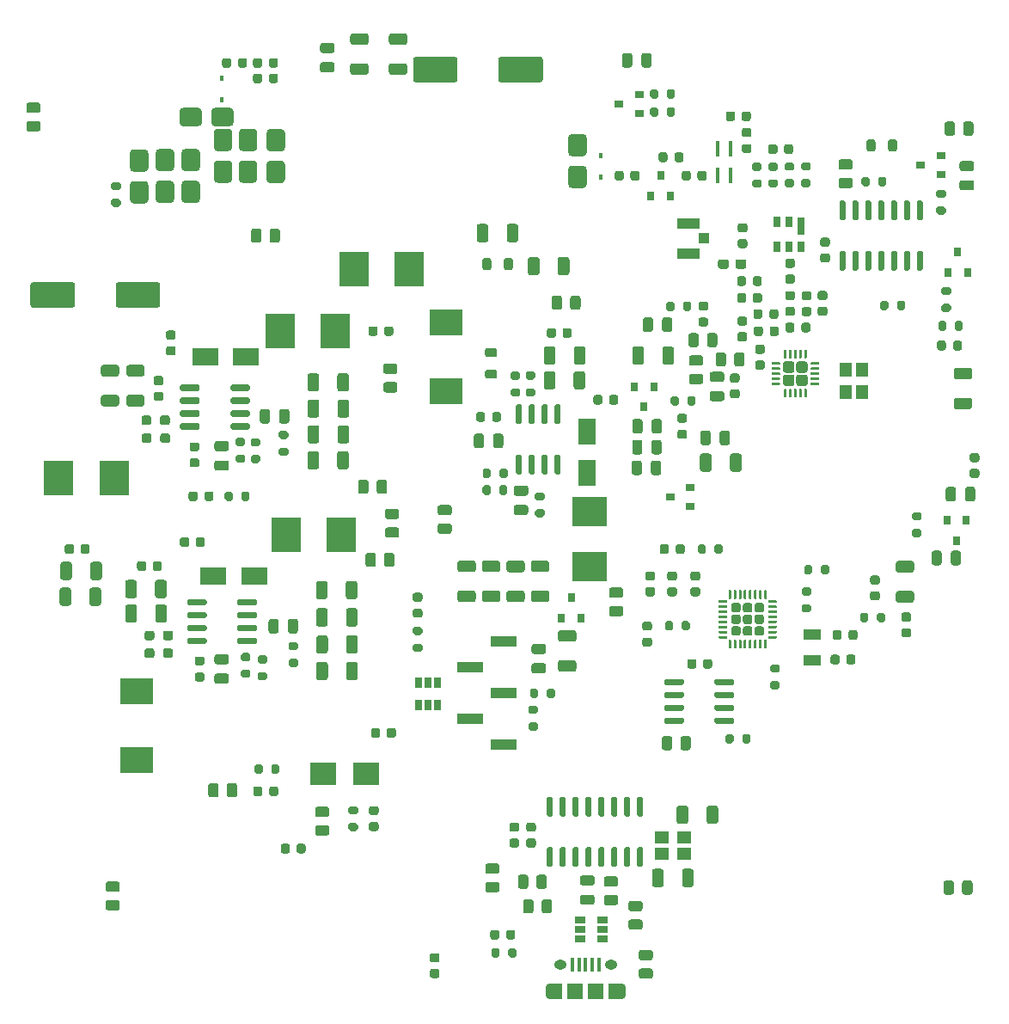
<source format=gtp>
G04 #@! TF.GenerationSoftware,KiCad,Pcbnew,5.99.0+really5.1.10+dfsg1-1*
G04 #@! TF.CreationDate,2022-04-29T12:02:54+03:00*
G04 #@! TF.ProjectId,TACNPR,5441434e-5052-42e6-9b69-6361645f7063,rev?*
G04 #@! TF.SameCoordinates,Original*
G04 #@! TF.FileFunction,Paste,Top*
G04 #@! TF.FilePolarity,Positive*
%FSLAX46Y46*%
G04 Gerber Fmt 4.6, Leading zero omitted, Abs format (unit mm)*
G04 Created by KiCad (PCBNEW 5.99.0+really5.1.10+dfsg1-1) date 2022-04-29 12:02:54*
%MOMM*%
%LPD*%
G01*
G04 APERTURE LIST*
%ADD10R,1.800000X1.000000*%
%ADD11R,2.500000X2.300000*%
%ADD12R,2.200000X1.050000*%
%ADD13R,1.050000X1.000000*%
%ADD14R,3.300000X2.500000*%
%ADD15R,0.450000X0.600000*%
%ADD16R,2.950000X3.500000*%
%ADD17R,0.800000X0.900000*%
%ADD18R,0.650000X1.750000*%
%ADD19R,0.650000X1.000000*%
%ADD20R,1.150000X1.400000*%
%ADD21R,1.400000X1.150000*%
%ADD22R,2.510000X1.000000*%
%ADD23R,0.900000X0.800000*%
%ADD24R,0.400000X1.500000*%
%ADD25O,1.250000X0.950000*%
%ADD26R,1.200000X1.550000*%
%ADD27O,0.890000X1.550000*%
%ADD28R,1.500000X1.550000*%
%ADD29R,0.400000X1.350000*%
%ADD30R,1.060000X0.650000*%
%ADD31R,1.800000X2.500000*%
%ADD32R,2.500000X1.800000*%
%ADD33R,0.650000X1.060000*%
%ADD34R,3.500000X2.950000*%
G04 APERTURE END LIST*
D10*
X168960800Y-98724400D03*
X168960800Y-101224400D03*
G36*
G01*
X155366100Y-51970650D02*
X155366100Y-51458150D01*
G75*
G02*
X155584850Y-51239400I218750J0D01*
G01*
X156022350Y-51239400D01*
G75*
G02*
X156241100Y-51458150I0J-218750D01*
G01*
X156241100Y-51970650D01*
G75*
G02*
X156022350Y-52189400I-218750J0D01*
G01*
X155584850Y-52189400D01*
G75*
G02*
X155366100Y-51970650I0J218750D01*
G01*
G37*
G36*
G01*
X153791100Y-51970650D02*
X153791100Y-51458150D01*
G75*
G02*
X154009850Y-51239400I218750J0D01*
G01*
X154447350Y-51239400D01*
G75*
G02*
X154666100Y-51458150I0J-218750D01*
G01*
X154666100Y-51970650D01*
G75*
G02*
X154447350Y-52189400I-218750J0D01*
G01*
X154009850Y-52189400D01*
G75*
G02*
X153791100Y-51970650I0J218750D01*
G01*
G37*
D11*
X125013500Y-112395000D03*
X120713500Y-112395000D03*
G36*
G01*
X163199400Y-53892000D02*
X163749400Y-53892000D01*
G75*
G02*
X163949400Y-54092000I0J-200000D01*
G01*
X163949400Y-54492000D01*
G75*
G02*
X163749400Y-54692000I-200000J0D01*
G01*
X163199400Y-54692000D01*
G75*
G02*
X162999400Y-54492000I0J200000D01*
G01*
X162999400Y-54092000D01*
G75*
G02*
X163199400Y-53892000I200000J0D01*
G01*
G37*
G36*
G01*
X163199400Y-52242000D02*
X163749400Y-52242000D01*
G75*
G02*
X163949400Y-52442000I0J-200000D01*
G01*
X163949400Y-52842000D01*
G75*
G02*
X163749400Y-53042000I-200000J0D01*
G01*
X163199400Y-53042000D01*
G75*
G02*
X162999400Y-52842000I0J200000D01*
G01*
X162999400Y-52442000D01*
G75*
G02*
X163199400Y-52242000I200000J0D01*
G01*
G37*
D12*
X156692600Y-61163200D03*
D13*
X158217600Y-59688200D03*
D12*
X156692600Y-58213200D03*
G36*
G01*
X165498600Y-50664300D02*
X165498600Y-51164300D01*
G75*
G02*
X165273600Y-51389300I-225000J0D01*
G01*
X164823600Y-51389300D01*
G75*
G02*
X164598600Y-51164300I0J225000D01*
G01*
X164598600Y-50664300D01*
G75*
G02*
X164823600Y-50439300I225000J0D01*
G01*
X165273600Y-50439300D01*
G75*
G02*
X165498600Y-50664300I0J-225000D01*
G01*
G37*
G36*
G01*
X167048600Y-50664300D02*
X167048600Y-51164300D01*
G75*
G02*
X166823600Y-51389300I-225000J0D01*
G01*
X166373600Y-51389300D01*
G75*
G02*
X166148600Y-51164300I0J225000D01*
G01*
X166148600Y-50664300D01*
G75*
G02*
X166373600Y-50439300I225000J0D01*
G01*
X166823600Y-50439300D01*
G75*
G02*
X167048600Y-50664300I0J-225000D01*
G01*
G37*
G36*
G01*
X160711000Y-61992500D02*
X160711000Y-62467500D01*
G75*
G02*
X160473500Y-62705000I-237500J0D01*
G01*
X159873500Y-62705000D01*
G75*
G02*
X159636000Y-62467500I0J237500D01*
G01*
X159636000Y-61992500D01*
G75*
G02*
X159873500Y-61755000I237500J0D01*
G01*
X160473500Y-61755000D01*
G75*
G02*
X160711000Y-61992500I0J-237500D01*
G01*
G37*
G36*
G01*
X162436000Y-61992500D02*
X162436000Y-62467500D01*
G75*
G02*
X162198500Y-62705000I-237500J0D01*
G01*
X161598500Y-62705000D01*
G75*
G02*
X161361000Y-62467500I0J237500D01*
G01*
X161361000Y-61992500D01*
G75*
G02*
X161598500Y-61755000I237500J0D01*
G01*
X162198500Y-61755000D01*
G75*
G02*
X162436000Y-61992500I0J-237500D01*
G01*
G37*
G36*
G01*
X102056200Y-54056500D02*
X103175800Y-54056500D01*
G75*
G02*
X103516000Y-54396700I0J-340200D01*
G01*
X103516000Y-55916300D01*
G75*
G02*
X103175800Y-56256500I-340200J0D01*
G01*
X102056200Y-56256500D01*
G75*
G02*
X101716000Y-55916300I0J340200D01*
G01*
X101716000Y-54396700D01*
G75*
G02*
X102056200Y-54056500I340200J0D01*
G01*
G37*
G36*
G01*
X102056200Y-50931500D02*
X103175800Y-50931500D01*
G75*
G02*
X103516000Y-51271700I0J-340200D01*
G01*
X103516000Y-52791300D01*
G75*
G02*
X103175800Y-53131500I-340200J0D01*
G01*
X102056200Y-53131500D01*
G75*
G02*
X101716000Y-52791300I0J340200D01*
G01*
X101716000Y-51271700D01*
G75*
G02*
X102056200Y-50931500I340200J0D01*
G01*
G37*
G36*
G01*
X111430800Y-51099500D02*
X110311200Y-51099500D01*
G75*
G02*
X109971000Y-50759300I0J340200D01*
G01*
X109971000Y-49239700D01*
G75*
G02*
X110311200Y-48899500I340200J0D01*
G01*
X111430800Y-48899500D01*
G75*
G02*
X111771000Y-49239700I0J-340200D01*
G01*
X111771000Y-50759300D01*
G75*
G02*
X111430800Y-51099500I-340200J0D01*
G01*
G37*
G36*
G01*
X111430800Y-54224500D02*
X110311200Y-54224500D01*
G75*
G02*
X109971000Y-53884300I0J340200D01*
G01*
X109971000Y-52364700D01*
G75*
G02*
X110311200Y-52024500I340200J0D01*
G01*
X111430800Y-52024500D01*
G75*
G02*
X111771000Y-52364700I0J-340200D01*
G01*
X111771000Y-53884300D01*
G75*
G02*
X111430800Y-54224500I-340200J0D01*
G01*
G37*
G36*
G01*
X176393000Y-50927250D02*
X176393000Y-50164750D01*
G75*
G02*
X176611750Y-49946000I218750J0D01*
G01*
X177049250Y-49946000D01*
G75*
G02*
X177268000Y-50164750I0J-218750D01*
G01*
X177268000Y-50927250D01*
G75*
G02*
X177049250Y-51146000I-218750J0D01*
G01*
X176611750Y-51146000D01*
G75*
G02*
X176393000Y-50927250I0J218750D01*
G01*
G37*
G36*
G01*
X174268000Y-50927250D02*
X174268000Y-50164750D01*
G75*
G02*
X174486750Y-49946000I218750J0D01*
G01*
X174924250Y-49946000D01*
G75*
G02*
X175143000Y-50164750I0J-218750D01*
G01*
X175143000Y-50927250D01*
G75*
G02*
X174924250Y-51146000I-218750J0D01*
G01*
X174486750Y-51146000D01*
G75*
G02*
X174268000Y-50927250I0J218750D01*
G01*
G37*
G36*
G01*
X184625000Y-53078000D02*
X183675000Y-53078000D01*
G75*
G02*
X183425000Y-52828000I0J250000D01*
G01*
X183425000Y-52328000D01*
G75*
G02*
X183675000Y-52078000I250000J0D01*
G01*
X184625000Y-52078000D01*
G75*
G02*
X184875000Y-52328000I0J-250000D01*
G01*
X184875000Y-52828000D01*
G75*
G02*
X184625000Y-53078000I-250000J0D01*
G01*
G37*
G36*
G01*
X184625000Y-54978000D02*
X183675000Y-54978000D01*
G75*
G02*
X183425000Y-54728000I0J250000D01*
G01*
X183425000Y-54228000D01*
G75*
G02*
X183675000Y-53978000I250000J0D01*
G01*
X184625000Y-53978000D01*
G75*
G02*
X184875000Y-54228000I0J-250000D01*
G01*
X184875000Y-54728000D01*
G75*
G02*
X184625000Y-54978000I-250000J0D01*
G01*
G37*
G36*
G01*
X115412000Y-44198250D02*
X115412000Y-43685750D01*
G75*
G02*
X115630750Y-43467000I218750J0D01*
G01*
X116068250Y-43467000D01*
G75*
G02*
X116287000Y-43685750I0J-218750D01*
G01*
X116287000Y-44198250D01*
G75*
G02*
X116068250Y-44417000I-218750J0D01*
G01*
X115630750Y-44417000D01*
G75*
G02*
X115412000Y-44198250I0J218750D01*
G01*
G37*
G36*
G01*
X113837000Y-44198250D02*
X113837000Y-43685750D01*
G75*
G02*
X114055750Y-43467000I218750J0D01*
G01*
X114493250Y-43467000D01*
G75*
G02*
X114712000Y-43685750I0J-218750D01*
G01*
X114712000Y-44198250D01*
G75*
G02*
X114493250Y-44417000I-218750J0D01*
G01*
X114055750Y-44417000D01*
G75*
G02*
X113837000Y-44198250I0J218750D01*
G01*
G37*
G36*
G01*
X114712000Y-42161750D02*
X114712000Y-42674250D01*
G75*
G02*
X114493250Y-42893000I-218750J0D01*
G01*
X114055750Y-42893000D01*
G75*
G02*
X113837000Y-42674250I0J218750D01*
G01*
X113837000Y-42161750D01*
G75*
G02*
X114055750Y-41943000I218750J0D01*
G01*
X114493250Y-41943000D01*
G75*
G02*
X114712000Y-42161750I0J-218750D01*
G01*
G37*
G36*
G01*
X116287000Y-42161750D02*
X116287000Y-42674250D01*
G75*
G02*
X116068250Y-42893000I-218750J0D01*
G01*
X115630750Y-42893000D01*
G75*
G02*
X115412000Y-42674250I0J218750D01*
G01*
X115412000Y-42161750D01*
G75*
G02*
X115630750Y-41943000I218750J0D01*
G01*
X116068250Y-41943000D01*
G75*
G02*
X116287000Y-42161750I0J-218750D01*
G01*
G37*
G36*
G01*
X136688080Y-77025790D02*
X136688080Y-77538290D01*
G75*
G02*
X136469330Y-77757040I-218750J0D01*
G01*
X136031830Y-77757040D01*
G75*
G02*
X135813080Y-77538290I0J218750D01*
G01*
X135813080Y-77025790D01*
G75*
G02*
X136031830Y-76807040I218750J0D01*
G01*
X136469330Y-76807040D01*
G75*
G02*
X136688080Y-77025790I0J-218750D01*
G01*
G37*
G36*
G01*
X138263080Y-77025790D02*
X138263080Y-77538290D01*
G75*
G02*
X138044330Y-77757040I-218750J0D01*
G01*
X137606830Y-77757040D01*
G75*
G02*
X137388080Y-77538290I0J218750D01*
G01*
X137388080Y-77025790D01*
G75*
G02*
X137606830Y-76807040I218750J0D01*
G01*
X138044330Y-76807040D01*
G75*
G02*
X138263080Y-77025790I0J-218750D01*
G01*
G37*
G36*
G01*
X108318590Y-102458000D02*
X108831090Y-102458000D01*
G75*
G02*
X109049840Y-102676750I0J-218750D01*
G01*
X109049840Y-103114250D01*
G75*
G02*
X108831090Y-103333000I-218750J0D01*
G01*
X108318590Y-103333000D01*
G75*
G02*
X108099840Y-103114250I0J218750D01*
G01*
X108099840Y-102676750D01*
G75*
G02*
X108318590Y-102458000I218750J0D01*
G01*
G37*
G36*
G01*
X108318590Y-100883000D02*
X108831090Y-100883000D01*
G75*
G02*
X109049840Y-101101750I0J-218750D01*
G01*
X109049840Y-101539250D01*
G75*
G02*
X108831090Y-101758000I-218750J0D01*
G01*
X108318590Y-101758000D01*
G75*
G02*
X108099840Y-101539250I0J218750D01*
G01*
X108099840Y-101101750D01*
G75*
G02*
X108318590Y-100883000I218750J0D01*
G01*
G37*
G36*
G01*
X107810590Y-81365840D02*
X108323090Y-81365840D01*
G75*
G02*
X108541840Y-81584590I0J-218750D01*
G01*
X108541840Y-82022090D01*
G75*
G02*
X108323090Y-82240840I-218750J0D01*
G01*
X107810590Y-82240840D01*
G75*
G02*
X107591840Y-82022090I0J218750D01*
G01*
X107591840Y-81584590D01*
G75*
G02*
X107810590Y-81365840I218750J0D01*
G01*
G37*
G36*
G01*
X107810590Y-79790840D02*
X108323090Y-79790840D01*
G75*
G02*
X108541840Y-80009590I0J-218750D01*
G01*
X108541840Y-80447090D01*
G75*
G02*
X108323090Y-80665840I-218750J0D01*
G01*
X107810590Y-80665840D01*
G75*
G02*
X107591840Y-80447090I0J218750D01*
G01*
X107591840Y-80009590D01*
G75*
G02*
X107810590Y-79790840I218750J0D01*
G01*
G37*
D14*
X132842000Y-67974000D03*
X132842000Y-74774000D03*
X102362000Y-111096000D03*
X102362000Y-104296000D03*
G36*
G01*
X155136900Y-108960499D02*
X155136900Y-109860501D01*
G75*
G02*
X154886901Y-110110500I-249999J0D01*
G01*
X154361899Y-110110500D01*
G75*
G02*
X154111900Y-109860501I0J249999D01*
G01*
X154111900Y-108960499D01*
G75*
G02*
X154361899Y-108710500I249999J0D01*
G01*
X154886901Y-108710500D01*
G75*
G02*
X155136900Y-108960499I0J-249999D01*
G01*
G37*
G36*
G01*
X156961900Y-108960499D02*
X156961900Y-109860501D01*
G75*
G02*
X156711901Y-110110500I-249999J0D01*
G01*
X156186899Y-110110500D01*
G75*
G02*
X155936900Y-109860501I0J249999D01*
G01*
X155936900Y-108960499D01*
G75*
G02*
X156186899Y-108710500I249999J0D01*
G01*
X156711901Y-108710500D01*
G75*
G02*
X156961900Y-108960499I0J-249999D01*
G01*
G37*
G36*
G01*
X112787700Y-52024500D02*
X113907300Y-52024500D01*
G75*
G02*
X114247500Y-52364700I0J-340200D01*
G01*
X114247500Y-53884300D01*
G75*
G02*
X113907300Y-54224500I-340200J0D01*
G01*
X112787700Y-54224500D01*
G75*
G02*
X112447500Y-53884300I0J340200D01*
G01*
X112447500Y-52364700D01*
G75*
G02*
X112787700Y-52024500I340200J0D01*
G01*
G37*
G36*
G01*
X112787700Y-48899500D02*
X113907300Y-48899500D01*
G75*
G02*
X114247500Y-49239700I0J-340200D01*
G01*
X114247500Y-50759300D01*
G75*
G02*
X113907300Y-51099500I-340200J0D01*
G01*
X112787700Y-51099500D01*
G75*
G02*
X112447500Y-50759300I0J340200D01*
G01*
X112447500Y-49239700D01*
G75*
G02*
X112787700Y-48899500I340200J0D01*
G01*
G37*
G36*
G01*
X115518200Y-52063000D02*
X116637800Y-52063000D01*
G75*
G02*
X116978000Y-52403200I0J-340200D01*
G01*
X116978000Y-53922800D01*
G75*
G02*
X116637800Y-54263000I-340200J0D01*
G01*
X115518200Y-54263000D01*
G75*
G02*
X115178000Y-53922800I0J340200D01*
G01*
X115178000Y-52403200D01*
G75*
G02*
X115518200Y-52063000I340200J0D01*
G01*
G37*
G36*
G01*
X115518200Y-48938000D02*
X116637800Y-48938000D01*
G75*
G02*
X116978000Y-49278200I0J-340200D01*
G01*
X116978000Y-50797800D01*
G75*
G02*
X116637800Y-51138000I-340200J0D01*
G01*
X115518200Y-51138000D01*
G75*
G02*
X115178000Y-50797800I0J340200D01*
G01*
X115178000Y-49278200D01*
G75*
G02*
X115518200Y-48938000I340200J0D01*
G01*
G37*
G36*
G01*
X104596200Y-54018000D02*
X105715800Y-54018000D01*
G75*
G02*
X106056000Y-54358200I0J-340200D01*
G01*
X106056000Y-55877800D01*
G75*
G02*
X105715800Y-56218000I-340200J0D01*
G01*
X104596200Y-56218000D01*
G75*
G02*
X104256000Y-55877800I0J340200D01*
G01*
X104256000Y-54358200D01*
G75*
G02*
X104596200Y-54018000I340200J0D01*
G01*
G37*
G36*
G01*
X104596200Y-50893000D02*
X105715800Y-50893000D01*
G75*
G02*
X106056000Y-51233200I0J-340200D01*
G01*
X106056000Y-52752800D01*
G75*
G02*
X105715800Y-53093000I-340200J0D01*
G01*
X104596200Y-53093000D01*
G75*
G02*
X104256000Y-52752800I0J340200D01*
G01*
X104256000Y-51233200D01*
G75*
G02*
X104596200Y-50893000I340200J0D01*
G01*
G37*
G36*
G01*
X109721000Y-48311800D02*
X109721000Y-47192200D01*
G75*
G02*
X110061200Y-46852000I340200J0D01*
G01*
X111580800Y-46852000D01*
G75*
G02*
X111921000Y-47192200I0J-340200D01*
G01*
X111921000Y-48311800D01*
G75*
G02*
X111580800Y-48652000I-340200J0D01*
G01*
X110061200Y-48652000D01*
G75*
G02*
X109721000Y-48311800I0J340200D01*
G01*
G37*
G36*
G01*
X106596000Y-48311800D02*
X106596000Y-47192200D01*
G75*
G02*
X106936200Y-46852000I340200J0D01*
G01*
X108455800Y-46852000D01*
G75*
G02*
X108796000Y-47192200I0J-340200D01*
G01*
X108796000Y-48311800D01*
G75*
G02*
X108455800Y-48652000I-340200J0D01*
G01*
X106936200Y-48652000D01*
G75*
G02*
X106596000Y-48311800I0J340200D01*
G01*
G37*
G36*
G01*
X107136200Y-54018000D02*
X108255800Y-54018000D01*
G75*
G02*
X108596000Y-54358200I0J-340200D01*
G01*
X108596000Y-55877800D01*
G75*
G02*
X108255800Y-56218000I-340200J0D01*
G01*
X107136200Y-56218000D01*
G75*
G02*
X106796000Y-55877800I0J340200D01*
G01*
X106796000Y-54358200D01*
G75*
G02*
X107136200Y-54018000I340200J0D01*
G01*
G37*
G36*
G01*
X107136200Y-50893000D02*
X108255800Y-50893000D01*
G75*
G02*
X108596000Y-51233200I0J-340200D01*
G01*
X108596000Y-52752800D01*
G75*
G02*
X108255800Y-53093000I-340200J0D01*
G01*
X107136200Y-53093000D01*
G75*
G02*
X106796000Y-52752800I0J340200D01*
G01*
X106796000Y-51233200D01*
G75*
G02*
X107136200Y-50893000I340200J0D01*
G01*
G37*
G36*
G01*
X145236200Y-52545200D02*
X146355800Y-52545200D01*
G75*
G02*
X146696000Y-52885400I0J-340200D01*
G01*
X146696000Y-54405000D01*
G75*
G02*
X146355800Y-54745200I-340200J0D01*
G01*
X145236200Y-54745200D01*
G75*
G02*
X144896000Y-54405000I0J340200D01*
G01*
X144896000Y-52885400D01*
G75*
G02*
X145236200Y-52545200I340200J0D01*
G01*
G37*
G36*
G01*
X145236200Y-49420200D02*
X146355800Y-49420200D01*
G75*
G02*
X146696000Y-49760400I0J-340200D01*
G01*
X146696000Y-51280000D01*
G75*
G02*
X146355800Y-51620200I-340200J0D01*
G01*
X145236200Y-51620200D01*
G75*
G02*
X144896000Y-51280000I0J340200D01*
G01*
X144896000Y-49760400D01*
G75*
G02*
X145236200Y-49420200I340200J0D01*
G01*
G37*
G36*
G01*
X164051500Y-68590450D02*
X164051500Y-69102950D01*
G75*
G02*
X163832750Y-69321700I-218750J0D01*
G01*
X163395250Y-69321700D01*
G75*
G02*
X163176500Y-69102950I0J218750D01*
G01*
X163176500Y-68590450D01*
G75*
G02*
X163395250Y-68371700I218750J0D01*
G01*
X163832750Y-68371700D01*
G75*
G02*
X164051500Y-68590450I0J-218750D01*
G01*
G37*
G36*
G01*
X165626500Y-68590450D02*
X165626500Y-69102950D01*
G75*
G02*
X165407750Y-69321700I-218750J0D01*
G01*
X164970250Y-69321700D01*
G75*
G02*
X164751500Y-69102950I0J218750D01*
G01*
X164751500Y-68590450D01*
G75*
G02*
X164970250Y-68371700I218750J0D01*
G01*
X165407750Y-68371700D01*
G75*
G02*
X165626500Y-68590450I0J-218750D01*
G01*
G37*
G36*
G01*
X162202150Y-50413400D02*
X162714650Y-50413400D01*
G75*
G02*
X162933400Y-50632150I0J-218750D01*
G01*
X162933400Y-51069650D01*
G75*
G02*
X162714650Y-51288400I-218750J0D01*
G01*
X162202150Y-51288400D01*
G75*
G02*
X161983400Y-51069650I0J218750D01*
G01*
X161983400Y-50632150D01*
G75*
G02*
X162202150Y-50413400I218750J0D01*
G01*
G37*
G36*
G01*
X162202150Y-48838400D02*
X162714650Y-48838400D01*
G75*
G02*
X162933400Y-49057150I0J-218750D01*
G01*
X162933400Y-49494650D01*
G75*
G02*
X162714650Y-49713400I-218750J0D01*
G01*
X162202150Y-49713400D01*
G75*
G02*
X161983400Y-49494650I0J218750D01*
G01*
X161983400Y-49057150D01*
G75*
G02*
X162202150Y-48838400I218750J0D01*
G01*
G37*
G36*
G01*
X111664000Y-42161750D02*
X111664000Y-42674250D01*
G75*
G02*
X111445250Y-42893000I-218750J0D01*
G01*
X111007750Y-42893000D01*
G75*
G02*
X110789000Y-42674250I0J218750D01*
G01*
X110789000Y-42161750D01*
G75*
G02*
X111007750Y-41943000I218750J0D01*
G01*
X111445250Y-41943000D01*
G75*
G02*
X111664000Y-42161750I0J-218750D01*
G01*
G37*
G36*
G01*
X113239000Y-42161750D02*
X113239000Y-42674250D01*
G75*
G02*
X113020250Y-42893000I-218750J0D01*
G01*
X112582750Y-42893000D01*
G75*
G02*
X112364000Y-42674250I0J218750D01*
G01*
X112364000Y-42161750D01*
G75*
G02*
X112582750Y-41943000I218750J0D01*
G01*
X113020250Y-41943000D01*
G75*
G02*
X113239000Y-42161750I0J-218750D01*
G01*
G37*
G36*
G01*
X172044500Y-57923300D02*
X171744500Y-57923300D01*
G75*
G02*
X171594500Y-57773300I0J150000D01*
G01*
X171594500Y-56123300D01*
G75*
G02*
X171744500Y-55973300I150000J0D01*
G01*
X172044500Y-55973300D01*
G75*
G02*
X172194500Y-56123300I0J-150000D01*
G01*
X172194500Y-57773300D01*
G75*
G02*
X172044500Y-57923300I-150000J0D01*
G01*
G37*
G36*
G01*
X173314500Y-57923300D02*
X173014500Y-57923300D01*
G75*
G02*
X172864500Y-57773300I0J150000D01*
G01*
X172864500Y-56123300D01*
G75*
G02*
X173014500Y-55973300I150000J0D01*
G01*
X173314500Y-55973300D01*
G75*
G02*
X173464500Y-56123300I0J-150000D01*
G01*
X173464500Y-57773300D01*
G75*
G02*
X173314500Y-57923300I-150000J0D01*
G01*
G37*
G36*
G01*
X174584500Y-57923300D02*
X174284500Y-57923300D01*
G75*
G02*
X174134500Y-57773300I0J150000D01*
G01*
X174134500Y-56123300D01*
G75*
G02*
X174284500Y-55973300I150000J0D01*
G01*
X174584500Y-55973300D01*
G75*
G02*
X174734500Y-56123300I0J-150000D01*
G01*
X174734500Y-57773300D01*
G75*
G02*
X174584500Y-57923300I-150000J0D01*
G01*
G37*
G36*
G01*
X175854500Y-57923300D02*
X175554500Y-57923300D01*
G75*
G02*
X175404500Y-57773300I0J150000D01*
G01*
X175404500Y-56123300D01*
G75*
G02*
X175554500Y-55973300I150000J0D01*
G01*
X175854500Y-55973300D01*
G75*
G02*
X176004500Y-56123300I0J-150000D01*
G01*
X176004500Y-57773300D01*
G75*
G02*
X175854500Y-57923300I-150000J0D01*
G01*
G37*
G36*
G01*
X177124500Y-57923300D02*
X176824500Y-57923300D01*
G75*
G02*
X176674500Y-57773300I0J150000D01*
G01*
X176674500Y-56123300D01*
G75*
G02*
X176824500Y-55973300I150000J0D01*
G01*
X177124500Y-55973300D01*
G75*
G02*
X177274500Y-56123300I0J-150000D01*
G01*
X177274500Y-57773300D01*
G75*
G02*
X177124500Y-57923300I-150000J0D01*
G01*
G37*
G36*
G01*
X178394500Y-57923300D02*
X178094500Y-57923300D01*
G75*
G02*
X177944500Y-57773300I0J150000D01*
G01*
X177944500Y-56123300D01*
G75*
G02*
X178094500Y-55973300I150000J0D01*
G01*
X178394500Y-55973300D01*
G75*
G02*
X178544500Y-56123300I0J-150000D01*
G01*
X178544500Y-57773300D01*
G75*
G02*
X178394500Y-57923300I-150000J0D01*
G01*
G37*
G36*
G01*
X179664500Y-57923300D02*
X179364500Y-57923300D01*
G75*
G02*
X179214500Y-57773300I0J150000D01*
G01*
X179214500Y-56123300D01*
G75*
G02*
X179364500Y-55973300I150000J0D01*
G01*
X179664500Y-55973300D01*
G75*
G02*
X179814500Y-56123300I0J-150000D01*
G01*
X179814500Y-57773300D01*
G75*
G02*
X179664500Y-57923300I-150000J0D01*
G01*
G37*
G36*
G01*
X179664500Y-62873300D02*
X179364500Y-62873300D01*
G75*
G02*
X179214500Y-62723300I0J150000D01*
G01*
X179214500Y-61073300D01*
G75*
G02*
X179364500Y-60923300I150000J0D01*
G01*
X179664500Y-60923300D01*
G75*
G02*
X179814500Y-61073300I0J-150000D01*
G01*
X179814500Y-62723300D01*
G75*
G02*
X179664500Y-62873300I-150000J0D01*
G01*
G37*
G36*
G01*
X178394500Y-62873300D02*
X178094500Y-62873300D01*
G75*
G02*
X177944500Y-62723300I0J150000D01*
G01*
X177944500Y-61073300D01*
G75*
G02*
X178094500Y-60923300I150000J0D01*
G01*
X178394500Y-60923300D01*
G75*
G02*
X178544500Y-61073300I0J-150000D01*
G01*
X178544500Y-62723300D01*
G75*
G02*
X178394500Y-62873300I-150000J0D01*
G01*
G37*
G36*
G01*
X177124500Y-62873300D02*
X176824500Y-62873300D01*
G75*
G02*
X176674500Y-62723300I0J150000D01*
G01*
X176674500Y-61073300D01*
G75*
G02*
X176824500Y-60923300I150000J0D01*
G01*
X177124500Y-60923300D01*
G75*
G02*
X177274500Y-61073300I0J-150000D01*
G01*
X177274500Y-62723300D01*
G75*
G02*
X177124500Y-62873300I-150000J0D01*
G01*
G37*
G36*
G01*
X175854500Y-62873300D02*
X175554500Y-62873300D01*
G75*
G02*
X175404500Y-62723300I0J150000D01*
G01*
X175404500Y-61073300D01*
G75*
G02*
X175554500Y-60923300I150000J0D01*
G01*
X175854500Y-60923300D01*
G75*
G02*
X176004500Y-61073300I0J-150000D01*
G01*
X176004500Y-62723300D01*
G75*
G02*
X175854500Y-62873300I-150000J0D01*
G01*
G37*
G36*
G01*
X174584500Y-62873300D02*
X174284500Y-62873300D01*
G75*
G02*
X174134500Y-62723300I0J150000D01*
G01*
X174134500Y-61073300D01*
G75*
G02*
X174284500Y-60923300I150000J0D01*
G01*
X174584500Y-60923300D01*
G75*
G02*
X174734500Y-61073300I0J-150000D01*
G01*
X174734500Y-62723300D01*
G75*
G02*
X174584500Y-62873300I-150000J0D01*
G01*
G37*
G36*
G01*
X173314500Y-62873300D02*
X173014500Y-62873300D01*
G75*
G02*
X172864500Y-62723300I0J150000D01*
G01*
X172864500Y-61073300D01*
G75*
G02*
X173014500Y-60923300I150000J0D01*
G01*
X173314500Y-60923300D01*
G75*
G02*
X173464500Y-61073300I0J-150000D01*
G01*
X173464500Y-62723300D01*
G75*
G02*
X173314500Y-62873300I-150000J0D01*
G01*
G37*
G36*
G01*
X172044500Y-62873300D02*
X171744500Y-62873300D01*
G75*
G02*
X171594500Y-62723300I0J150000D01*
G01*
X171594500Y-61073300D01*
G75*
G02*
X171744500Y-60923300I150000J0D01*
G01*
X172044500Y-60923300D01*
G75*
G02*
X172194500Y-61073300I0J-150000D01*
G01*
X172194500Y-62723300D01*
G75*
G02*
X172044500Y-62873300I-150000J0D01*
G01*
G37*
D15*
X148082000Y-53628000D03*
X148082000Y-51528000D03*
X110744000Y-43908000D03*
X110744000Y-46008000D03*
G36*
G01*
X152977001Y-130791000D02*
X152076999Y-130791000D01*
G75*
G02*
X151827000Y-130541001I0J249999D01*
G01*
X151827000Y-130015999D01*
G75*
G02*
X152076999Y-129766000I249999J0D01*
G01*
X152977001Y-129766000D01*
G75*
G02*
X153227000Y-130015999I0J-249999D01*
G01*
X153227000Y-130541001D01*
G75*
G02*
X152977001Y-130791000I-249999J0D01*
G01*
G37*
G36*
G01*
X152977001Y-132616000D02*
X152076999Y-132616000D01*
G75*
G02*
X151827000Y-132366001I0J249999D01*
G01*
X151827000Y-131840999D01*
G75*
G02*
X152076999Y-131591000I249999J0D01*
G01*
X152977001Y-131591000D01*
G75*
G02*
X153227000Y-131840999I0J-249999D01*
G01*
X153227000Y-132366001D01*
G75*
G02*
X152977001Y-132616000I-249999J0D01*
G01*
G37*
G36*
G01*
X182884500Y-123184499D02*
X182884500Y-124084501D01*
G75*
G02*
X182634501Y-124334500I-249999J0D01*
G01*
X182109499Y-124334500D01*
G75*
G02*
X181859500Y-124084501I0J249999D01*
G01*
X181859500Y-123184499D01*
G75*
G02*
X182109499Y-122934500I249999J0D01*
G01*
X182634501Y-122934500D01*
G75*
G02*
X182884500Y-123184499I0J-249999D01*
G01*
G37*
G36*
G01*
X184709500Y-123184499D02*
X184709500Y-124084501D01*
G75*
G02*
X184459501Y-124334500I-249999J0D01*
G01*
X183934499Y-124334500D01*
G75*
G02*
X183684500Y-124084501I0J249999D01*
G01*
X183684500Y-123184499D01*
G75*
G02*
X183934499Y-122934500I249999J0D01*
G01*
X184459501Y-122934500D01*
G75*
G02*
X184709500Y-123184499I0J-249999D01*
G01*
G37*
G36*
G01*
X111247500Y-114496001D02*
X111247500Y-113595999D01*
G75*
G02*
X111497499Y-113346000I249999J0D01*
G01*
X112022501Y-113346000D01*
G75*
G02*
X112272500Y-113595999I0J-249999D01*
G01*
X112272500Y-114496001D01*
G75*
G02*
X112022501Y-114746000I-249999J0D01*
G01*
X111497499Y-114746000D01*
G75*
G02*
X111247500Y-114496001I0J249999D01*
G01*
G37*
G36*
G01*
X109422500Y-114496001D02*
X109422500Y-113595999D01*
G75*
G02*
X109672499Y-113346000I249999J0D01*
G01*
X110197501Y-113346000D01*
G75*
G02*
X110447500Y-113595999I0J-249999D01*
G01*
X110447500Y-114496001D01*
G75*
G02*
X110197501Y-114746000I-249999J0D01*
G01*
X109672499Y-114746000D01*
G75*
G02*
X109422500Y-114496001I0J249999D01*
G01*
G37*
G36*
G01*
X99562499Y-124860000D02*
X100462501Y-124860000D01*
G75*
G02*
X100712500Y-125109999I0J-249999D01*
G01*
X100712500Y-125635001D01*
G75*
G02*
X100462501Y-125885000I-249999J0D01*
G01*
X99562499Y-125885000D01*
G75*
G02*
X99312500Y-125635001I0J249999D01*
G01*
X99312500Y-125109999D01*
G75*
G02*
X99562499Y-124860000I249999J0D01*
G01*
G37*
G36*
G01*
X99562499Y-123035000D02*
X100462501Y-123035000D01*
G75*
G02*
X100712500Y-123284999I0J-249999D01*
G01*
X100712500Y-123810001D01*
G75*
G02*
X100462501Y-124060000I-249999J0D01*
G01*
X99562499Y-124060000D01*
G75*
G02*
X99312500Y-123810001I0J249999D01*
G01*
X99312500Y-123284999D01*
G75*
G02*
X99562499Y-123035000I249999J0D01*
G01*
G37*
G36*
G01*
X145076500Y-66490001D02*
X145076500Y-65589999D01*
G75*
G02*
X145326499Y-65340000I249999J0D01*
G01*
X145851501Y-65340000D01*
G75*
G02*
X146101500Y-65589999I0J-249999D01*
G01*
X146101500Y-66490001D01*
G75*
G02*
X145851501Y-66740000I-249999J0D01*
G01*
X145326499Y-66740000D01*
G75*
G02*
X145076500Y-66490001I0J249999D01*
G01*
G37*
G36*
G01*
X143251500Y-66490001D02*
X143251500Y-65589999D01*
G75*
G02*
X143501499Y-65340000I249999J0D01*
G01*
X144026501Y-65340000D01*
G75*
G02*
X144276500Y-65589999I0J-249999D01*
G01*
X144276500Y-66490001D01*
G75*
G02*
X144026501Y-66740000I-249999J0D01*
G01*
X143501499Y-66740000D01*
G75*
G02*
X143251500Y-66490001I0J249999D01*
G01*
G37*
G36*
G01*
X182988000Y-48444999D02*
X182988000Y-49345001D01*
G75*
G02*
X182738001Y-49595000I-249999J0D01*
G01*
X182212999Y-49595000D01*
G75*
G02*
X181963000Y-49345001I0J249999D01*
G01*
X181963000Y-48444999D01*
G75*
G02*
X182212999Y-48195000I249999J0D01*
G01*
X182738001Y-48195000D01*
G75*
G02*
X182988000Y-48444999I0J-249999D01*
G01*
G37*
G36*
G01*
X184813000Y-48444999D02*
X184813000Y-49345001D01*
G75*
G02*
X184563001Y-49595000I-249999J0D01*
G01*
X184037999Y-49595000D01*
G75*
G02*
X183788000Y-49345001I0J249999D01*
G01*
X183788000Y-48444999D01*
G75*
G02*
X184037999Y-48195000I249999J0D01*
G01*
X184563001Y-48195000D01*
G75*
G02*
X184813000Y-48444999I0J-249999D01*
G01*
G37*
G36*
G01*
X114662000Y-58985999D02*
X114662000Y-59886001D01*
G75*
G02*
X114412001Y-60136000I-249999J0D01*
G01*
X113886999Y-60136000D01*
G75*
G02*
X113637000Y-59886001I0J249999D01*
G01*
X113637000Y-58985999D01*
G75*
G02*
X113886999Y-58736000I249999J0D01*
G01*
X114412001Y-58736000D01*
G75*
G02*
X114662000Y-58985999I0J-249999D01*
G01*
G37*
G36*
G01*
X116487000Y-58985999D02*
X116487000Y-59886001D01*
G75*
G02*
X116237001Y-60136000I-249999J0D01*
G01*
X115711999Y-60136000D01*
G75*
G02*
X115462000Y-59886001I0J249999D01*
G01*
X115462000Y-58985999D01*
G75*
G02*
X115711999Y-58736000I249999J0D01*
G01*
X116237001Y-58736000D01*
G75*
G02*
X116487000Y-58985999I0J-249999D01*
G01*
G37*
G36*
G01*
X92652001Y-47352000D02*
X91751999Y-47352000D01*
G75*
G02*
X91502000Y-47102001I0J249999D01*
G01*
X91502000Y-46576999D01*
G75*
G02*
X91751999Y-46327000I249999J0D01*
G01*
X92652001Y-46327000D01*
G75*
G02*
X92902000Y-46576999I0J-249999D01*
G01*
X92902000Y-47102001D01*
G75*
G02*
X92652001Y-47352000I-249999J0D01*
G01*
G37*
G36*
G01*
X92652001Y-49177000D02*
X91751999Y-49177000D01*
G75*
G02*
X91502000Y-48927001I0J249999D01*
G01*
X91502000Y-48401999D01*
G75*
G02*
X91751999Y-48152000I249999J0D01*
G01*
X92652001Y-48152000D01*
G75*
G02*
X92902000Y-48401999I0J-249999D01*
G01*
X92902000Y-48927001D01*
G75*
G02*
X92652001Y-49177000I-249999J0D01*
G01*
G37*
G36*
G01*
X141474000Y-118140600D02*
X140974000Y-118140600D01*
G75*
G02*
X140749000Y-117915600I0J225000D01*
G01*
X140749000Y-117465600D01*
G75*
G02*
X140974000Y-117240600I225000J0D01*
G01*
X141474000Y-117240600D01*
G75*
G02*
X141699000Y-117465600I0J-225000D01*
G01*
X141699000Y-117915600D01*
G75*
G02*
X141474000Y-118140600I-225000J0D01*
G01*
G37*
G36*
G01*
X141474000Y-119690600D02*
X140974000Y-119690600D01*
G75*
G02*
X140749000Y-119465600I0J225000D01*
G01*
X140749000Y-119015600D01*
G75*
G02*
X140974000Y-118790600I225000J0D01*
G01*
X141474000Y-118790600D01*
G75*
G02*
X141699000Y-119015600I0J-225000D01*
G01*
X141699000Y-119465600D01*
G75*
G02*
X141474000Y-119690600I-225000J0D01*
G01*
G37*
G36*
G01*
X139823000Y-118140600D02*
X139323000Y-118140600D01*
G75*
G02*
X139098000Y-117915600I0J225000D01*
G01*
X139098000Y-117465600D01*
G75*
G02*
X139323000Y-117240600I225000J0D01*
G01*
X139823000Y-117240600D01*
G75*
G02*
X140048000Y-117465600I0J-225000D01*
G01*
X140048000Y-117915600D01*
G75*
G02*
X139823000Y-118140600I-225000J0D01*
G01*
G37*
G36*
G01*
X139823000Y-119690600D02*
X139323000Y-119690600D01*
G75*
G02*
X139098000Y-119465600I0J225000D01*
G01*
X139098000Y-119015600D01*
G75*
G02*
X139323000Y-118790600I225000J0D01*
G01*
X139823000Y-118790600D01*
G75*
G02*
X140048000Y-119015600I0J-225000D01*
G01*
X140048000Y-119465600D01*
G75*
G02*
X139823000Y-119690600I-225000J0D01*
G01*
G37*
G36*
G01*
X185162000Y-81742400D02*
X184662000Y-81742400D01*
G75*
G02*
X184437000Y-81517400I0J225000D01*
G01*
X184437000Y-81067400D01*
G75*
G02*
X184662000Y-80842400I225000J0D01*
G01*
X185162000Y-80842400D01*
G75*
G02*
X185387000Y-81067400I0J-225000D01*
G01*
X185387000Y-81517400D01*
G75*
G02*
X185162000Y-81742400I-225000J0D01*
G01*
G37*
G36*
G01*
X185162000Y-83292400D02*
X184662000Y-83292400D01*
G75*
G02*
X184437000Y-83067400I0J225000D01*
G01*
X184437000Y-82617400D01*
G75*
G02*
X184662000Y-82392400I225000J0D01*
G01*
X185162000Y-82392400D01*
G75*
G02*
X185387000Y-82617400I0J-225000D01*
G01*
X185387000Y-83067400D01*
G75*
G02*
X185162000Y-83292400I-225000J0D01*
G01*
G37*
G36*
G01*
X161970600Y-47925800D02*
X161970600Y-47425800D01*
G75*
G02*
X162195600Y-47200800I225000J0D01*
G01*
X162645600Y-47200800D01*
G75*
G02*
X162870600Y-47425800I0J-225000D01*
G01*
X162870600Y-47925800D01*
G75*
G02*
X162645600Y-48150800I-225000J0D01*
G01*
X162195600Y-48150800D01*
G75*
G02*
X161970600Y-47925800I0J225000D01*
G01*
G37*
G36*
G01*
X160420600Y-47925800D02*
X160420600Y-47425800D01*
G75*
G02*
X160645600Y-47200800I225000J0D01*
G01*
X161095600Y-47200800D01*
G75*
G02*
X161320600Y-47425800I0J-225000D01*
G01*
X161320600Y-47925800D01*
G75*
G02*
X161095600Y-48150800I-225000J0D01*
G01*
X160645600Y-48150800D01*
G75*
G02*
X160420600Y-47925800I0J225000D01*
G01*
G37*
G36*
G01*
X155367800Y-93401000D02*
X154867800Y-93401000D01*
G75*
G02*
X154642800Y-93176000I0J225000D01*
G01*
X154642800Y-92726000D01*
G75*
G02*
X154867800Y-92501000I225000J0D01*
G01*
X155367800Y-92501000D01*
G75*
G02*
X155592800Y-92726000I0J-225000D01*
G01*
X155592800Y-93176000D01*
G75*
G02*
X155367800Y-93401000I-225000J0D01*
G01*
G37*
G36*
G01*
X155367800Y-94951000D02*
X154867800Y-94951000D01*
G75*
G02*
X154642800Y-94726000I0J225000D01*
G01*
X154642800Y-94276000D01*
G75*
G02*
X154867800Y-94051000I225000J0D01*
G01*
X155367800Y-94051000D01*
G75*
G02*
X155592800Y-94276000I0J-225000D01*
G01*
X155592800Y-94726000D01*
G75*
G02*
X155367800Y-94951000I-225000J0D01*
G01*
G37*
G36*
G01*
X157653800Y-93401000D02*
X157153800Y-93401000D01*
G75*
G02*
X156928800Y-93176000I0J225000D01*
G01*
X156928800Y-92726000D01*
G75*
G02*
X157153800Y-92501000I225000J0D01*
G01*
X157653800Y-92501000D01*
G75*
G02*
X157878800Y-92726000I0J-225000D01*
G01*
X157878800Y-93176000D01*
G75*
G02*
X157653800Y-93401000I-225000J0D01*
G01*
G37*
G36*
G01*
X157653800Y-94951000D02*
X157153800Y-94951000D01*
G75*
G02*
X156928800Y-94726000I0J225000D01*
G01*
X156928800Y-94276000D01*
G75*
G02*
X157153800Y-94051000I225000J0D01*
G01*
X157653800Y-94051000D01*
G75*
G02*
X157878800Y-94276000I0J-225000D01*
G01*
X157878800Y-94726000D01*
G75*
G02*
X157653800Y-94951000I-225000J0D01*
G01*
G37*
G36*
G01*
X175357600Y-93807400D02*
X174857600Y-93807400D01*
G75*
G02*
X174632600Y-93582400I0J225000D01*
G01*
X174632600Y-93132400D01*
G75*
G02*
X174857600Y-92907400I225000J0D01*
G01*
X175357600Y-92907400D01*
G75*
G02*
X175582600Y-93132400I0J-225000D01*
G01*
X175582600Y-93582400D01*
G75*
G02*
X175357600Y-93807400I-225000J0D01*
G01*
G37*
G36*
G01*
X175357600Y-95357400D02*
X174857600Y-95357400D01*
G75*
G02*
X174632600Y-95132400I0J225000D01*
G01*
X174632600Y-94682400D01*
G75*
G02*
X174857600Y-94457400I225000J0D01*
G01*
X175357600Y-94457400D01*
G75*
G02*
X175582600Y-94682400I0J-225000D01*
G01*
X175582600Y-95132400D01*
G75*
G02*
X175357600Y-95357400I-225000J0D01*
G01*
G37*
G36*
G01*
X153208800Y-93401000D02*
X152708800Y-93401000D01*
G75*
G02*
X152483800Y-93176000I0J225000D01*
G01*
X152483800Y-92726000D01*
G75*
G02*
X152708800Y-92501000I225000J0D01*
G01*
X153208800Y-92501000D01*
G75*
G02*
X153433800Y-92726000I0J-225000D01*
G01*
X153433800Y-93176000D01*
G75*
G02*
X153208800Y-93401000I-225000J0D01*
G01*
G37*
G36*
G01*
X153208800Y-94951000D02*
X152708800Y-94951000D01*
G75*
G02*
X152483800Y-94726000I0J225000D01*
G01*
X152483800Y-94276000D01*
G75*
G02*
X152708800Y-94051000I225000J0D01*
G01*
X153208800Y-94051000D01*
G75*
G02*
X153433800Y-94276000I0J-225000D01*
G01*
X153433800Y-94726000D01*
G75*
G02*
X153208800Y-94951000I-225000J0D01*
G01*
G37*
G36*
G01*
X131974400Y-130993000D02*
X131474400Y-130993000D01*
G75*
G02*
X131249400Y-130768000I0J225000D01*
G01*
X131249400Y-130318000D01*
G75*
G02*
X131474400Y-130093000I225000J0D01*
G01*
X131974400Y-130093000D01*
G75*
G02*
X132199400Y-130318000I0J-225000D01*
G01*
X132199400Y-130768000D01*
G75*
G02*
X131974400Y-130993000I-225000J0D01*
G01*
G37*
G36*
G01*
X131974400Y-132543000D02*
X131474400Y-132543000D01*
G75*
G02*
X131249400Y-132318000I0J225000D01*
G01*
X131249400Y-131868000D01*
G75*
G02*
X131474400Y-131643000I225000J0D01*
G01*
X131974400Y-131643000D01*
G75*
G02*
X132199400Y-131868000I0J-225000D01*
G01*
X132199400Y-132318000D01*
G75*
G02*
X131974400Y-132543000I-225000J0D01*
G01*
G37*
G36*
G01*
X144327760Y-69266880D02*
X144327760Y-68766880D01*
G75*
G02*
X144552760Y-68541880I225000J0D01*
G01*
X145002760Y-68541880D01*
G75*
G02*
X145227760Y-68766880I0J-225000D01*
G01*
X145227760Y-69266880D01*
G75*
G02*
X145002760Y-69491880I-225000J0D01*
G01*
X144552760Y-69491880D01*
G75*
G02*
X144327760Y-69266880I0J225000D01*
G01*
G37*
G36*
G01*
X142777760Y-69266880D02*
X142777760Y-68766880D01*
G75*
G02*
X143002760Y-68541880I225000J0D01*
G01*
X143452760Y-68541880D01*
G75*
G02*
X143677760Y-68766880I0J-225000D01*
G01*
X143677760Y-69266880D01*
G75*
G02*
X143452760Y-69491880I-225000J0D01*
G01*
X143002760Y-69491880D01*
G75*
G02*
X142777760Y-69266880I0J225000D01*
G01*
G37*
G36*
G01*
X148265000Y-75340400D02*
X148265000Y-75840400D01*
G75*
G02*
X148040000Y-76065400I-225000J0D01*
G01*
X147590000Y-76065400D01*
G75*
G02*
X147365000Y-75840400I0J225000D01*
G01*
X147365000Y-75340400D01*
G75*
G02*
X147590000Y-75115400I225000J0D01*
G01*
X148040000Y-75115400D01*
G75*
G02*
X148265000Y-75340400I0J-225000D01*
G01*
G37*
G36*
G01*
X149815000Y-75340400D02*
X149815000Y-75840400D01*
G75*
G02*
X149590000Y-76065400I-225000J0D01*
G01*
X149140000Y-76065400D01*
G75*
G02*
X148915000Y-75840400I0J225000D01*
G01*
X148915000Y-75340400D01*
G75*
G02*
X149140000Y-75115400I225000J0D01*
G01*
X149590000Y-75115400D01*
G75*
G02*
X149815000Y-75340400I0J-225000D01*
G01*
G37*
G36*
G01*
X103309500Y-91723400D02*
X103309500Y-92223400D01*
G75*
G02*
X103084500Y-92448400I-225000J0D01*
G01*
X102634500Y-92448400D01*
G75*
G02*
X102409500Y-92223400I0J225000D01*
G01*
X102409500Y-91723400D01*
G75*
G02*
X102634500Y-91498400I225000J0D01*
G01*
X103084500Y-91498400D01*
G75*
G02*
X103309500Y-91723400I0J-225000D01*
G01*
G37*
G36*
G01*
X104859500Y-91723400D02*
X104859500Y-92223400D01*
G75*
G02*
X104634500Y-92448400I-225000J0D01*
G01*
X104184500Y-92448400D01*
G75*
G02*
X103959500Y-92223400I0J225000D01*
G01*
X103959500Y-91723400D01*
G75*
G02*
X104184500Y-91498400I225000J0D01*
G01*
X104634500Y-91498400D01*
G75*
G02*
X104859500Y-91723400I0J-225000D01*
G01*
G37*
G36*
G01*
X107536100Y-89358660D02*
X107536100Y-89858660D01*
G75*
G02*
X107311100Y-90083660I-225000J0D01*
G01*
X106861100Y-90083660D01*
G75*
G02*
X106636100Y-89858660I0J225000D01*
G01*
X106636100Y-89358660D01*
G75*
G02*
X106861100Y-89133660I225000J0D01*
G01*
X107311100Y-89133660D01*
G75*
G02*
X107536100Y-89358660I0J-225000D01*
G01*
G37*
G36*
G01*
X109086100Y-89358660D02*
X109086100Y-89858660D01*
G75*
G02*
X108861100Y-90083660I-225000J0D01*
G01*
X108411100Y-90083660D01*
G75*
G02*
X108186100Y-89858660I0J225000D01*
G01*
X108186100Y-89358660D01*
G75*
G02*
X108411100Y-89133660I225000J0D01*
G01*
X108861100Y-89133660D01*
G75*
G02*
X109086100Y-89358660I0J-225000D01*
G01*
G37*
G36*
G01*
X104771000Y-74160500D02*
X104271000Y-74160500D01*
G75*
G02*
X104046000Y-73935500I0J225000D01*
G01*
X104046000Y-73485500D01*
G75*
G02*
X104271000Y-73260500I225000J0D01*
G01*
X104771000Y-73260500D01*
G75*
G02*
X104996000Y-73485500I0J-225000D01*
G01*
X104996000Y-73935500D01*
G75*
G02*
X104771000Y-74160500I-225000J0D01*
G01*
G37*
G36*
G01*
X104771000Y-75710500D02*
X104271000Y-75710500D01*
G75*
G02*
X104046000Y-75485500I0J225000D01*
G01*
X104046000Y-75035500D01*
G75*
G02*
X104271000Y-74810500I225000J0D01*
G01*
X104771000Y-74810500D01*
G75*
G02*
X104996000Y-75035500I0J-225000D01*
G01*
X104996000Y-75485500D01*
G75*
G02*
X104771000Y-75710500I-225000J0D01*
G01*
G37*
G36*
G01*
X105490200Y-70327400D02*
X105990200Y-70327400D01*
G75*
G02*
X106215200Y-70552400I0J-225000D01*
G01*
X106215200Y-71002400D01*
G75*
G02*
X105990200Y-71227400I-225000J0D01*
G01*
X105490200Y-71227400D01*
G75*
G02*
X105265200Y-71002400I0J225000D01*
G01*
X105265200Y-70552400D01*
G75*
G02*
X105490200Y-70327400I225000J0D01*
G01*
G37*
G36*
G01*
X105490200Y-68777400D02*
X105990200Y-68777400D01*
G75*
G02*
X106215200Y-69002400I0J-225000D01*
G01*
X106215200Y-69452400D01*
G75*
G02*
X105990200Y-69677400I-225000J0D01*
G01*
X105490200Y-69677400D01*
G75*
G02*
X105265200Y-69452400I0J225000D01*
G01*
X105265200Y-69002400D01*
G75*
G02*
X105490200Y-68777400I225000J0D01*
G01*
G37*
D16*
X123767000Y-62738000D03*
X129217000Y-62738000D03*
G36*
G01*
X137668250Y-71384000D02*
X136905750Y-71384000D01*
G75*
G02*
X136687000Y-71165250I0J218750D01*
G01*
X136687000Y-70727750D01*
G75*
G02*
X136905750Y-70509000I218750J0D01*
G01*
X137668250Y-70509000D01*
G75*
G02*
X137887000Y-70727750I0J-218750D01*
G01*
X137887000Y-71165250D01*
G75*
G02*
X137668250Y-71384000I-218750J0D01*
G01*
G37*
G36*
G01*
X137668250Y-73509000D02*
X136905750Y-73509000D01*
G75*
G02*
X136687000Y-73290250I0J218750D01*
G01*
X136687000Y-72852750D01*
G75*
G02*
X136905750Y-72634000I218750J0D01*
G01*
X137668250Y-72634000D01*
G75*
G02*
X137887000Y-72852750I0J-218750D01*
G01*
X137887000Y-73290250D01*
G75*
G02*
X137668250Y-73509000I-218750J0D01*
G01*
G37*
G36*
G01*
X138547000Y-62611250D02*
X138547000Y-61848750D01*
G75*
G02*
X138765750Y-61630000I218750J0D01*
G01*
X139203250Y-61630000D01*
G75*
G02*
X139422000Y-61848750I0J-218750D01*
G01*
X139422000Y-62611250D01*
G75*
G02*
X139203250Y-62830000I-218750J0D01*
G01*
X138765750Y-62830000D01*
G75*
G02*
X138547000Y-62611250I0J218750D01*
G01*
G37*
G36*
G01*
X136422000Y-62611250D02*
X136422000Y-61848750D01*
G75*
G02*
X136640750Y-61630000I218750J0D01*
G01*
X137078250Y-61630000D01*
G75*
G02*
X137297000Y-61848750I0J-218750D01*
G01*
X137297000Y-62611250D01*
G75*
G02*
X137078250Y-62830000I-218750J0D01*
G01*
X136640750Y-62830000D01*
G75*
G02*
X136422000Y-62611250I0J218750D01*
G01*
G37*
G36*
G01*
X157614500Y-53780500D02*
X157614500Y-53280500D01*
G75*
G02*
X157839500Y-53055500I225000J0D01*
G01*
X158289500Y-53055500D01*
G75*
G02*
X158514500Y-53280500I0J-225000D01*
G01*
X158514500Y-53780500D01*
G75*
G02*
X158289500Y-54005500I-225000J0D01*
G01*
X157839500Y-54005500D01*
G75*
G02*
X157614500Y-53780500I0J225000D01*
G01*
G37*
G36*
G01*
X156064500Y-53780500D02*
X156064500Y-53280500D01*
G75*
G02*
X156289500Y-53055500I225000J0D01*
G01*
X156739500Y-53055500D01*
G75*
G02*
X156964500Y-53280500I0J-225000D01*
G01*
X156964500Y-53780500D01*
G75*
G02*
X156739500Y-54005500I-225000J0D01*
G01*
X156289500Y-54005500D01*
G75*
G02*
X156064500Y-53780500I0J225000D01*
G01*
G37*
G36*
G01*
X151010500Y-53780500D02*
X151010500Y-53280500D01*
G75*
G02*
X151235500Y-53055500I225000J0D01*
G01*
X151685500Y-53055500D01*
G75*
G02*
X151910500Y-53280500I0J-225000D01*
G01*
X151910500Y-53780500D01*
G75*
G02*
X151685500Y-54005500I-225000J0D01*
G01*
X151235500Y-54005500D01*
G75*
G02*
X151010500Y-53780500I0J225000D01*
G01*
G37*
G36*
G01*
X149460500Y-53780500D02*
X149460500Y-53280500D01*
G75*
G02*
X149685500Y-53055500I225000J0D01*
G01*
X150135500Y-53055500D01*
G75*
G02*
X150360500Y-53280500I0J-225000D01*
G01*
X150360500Y-53780500D01*
G75*
G02*
X150135500Y-54005500I-225000J0D01*
G01*
X149685500Y-54005500D01*
G75*
G02*
X149460500Y-53780500I0J225000D01*
G01*
G37*
G36*
G01*
X156094000Y-123332001D02*
X156094000Y-122031999D01*
G75*
G02*
X156343999Y-121782000I249999J0D01*
G01*
X156994001Y-121782000D01*
G75*
G02*
X157244000Y-122031999I0J-249999D01*
G01*
X157244000Y-123332001D01*
G75*
G02*
X156994001Y-123582000I-249999J0D01*
G01*
X156343999Y-123582000D01*
G75*
G02*
X156094000Y-123332001I0J249999D01*
G01*
G37*
G36*
G01*
X153144000Y-123332001D02*
X153144000Y-122031999D01*
G75*
G02*
X153393999Y-121782000I249999J0D01*
G01*
X154044001Y-121782000D01*
G75*
G02*
X154294000Y-122031999I0J-249999D01*
G01*
X154294000Y-123332001D01*
G75*
G02*
X154044001Y-123582000I-249999J0D01*
G01*
X153393999Y-123582000D01*
G75*
G02*
X153144000Y-123332001I0J249999D01*
G01*
G37*
G36*
G01*
X158507000Y-117109001D02*
X158507000Y-115808999D01*
G75*
G02*
X158756999Y-115559000I249999J0D01*
G01*
X159407001Y-115559000D01*
G75*
G02*
X159657000Y-115808999I0J-249999D01*
G01*
X159657000Y-117109001D01*
G75*
G02*
X159407001Y-117359000I-249999J0D01*
G01*
X158756999Y-117359000D01*
G75*
G02*
X158507000Y-117109001I0J249999D01*
G01*
G37*
G36*
G01*
X155557000Y-117109001D02*
X155557000Y-115808999D01*
G75*
G02*
X155806999Y-115559000I249999J0D01*
G01*
X156457001Y-115559000D01*
G75*
G02*
X156707000Y-115808999I0J-249999D01*
G01*
X156707000Y-117109001D01*
G75*
G02*
X156457001Y-117359000I-249999J0D01*
G01*
X155806999Y-117359000D01*
G75*
G02*
X155557000Y-117109001I0J249999D01*
G01*
G37*
G36*
G01*
X136963999Y-123082000D02*
X137864001Y-123082000D01*
G75*
G02*
X138114000Y-123331999I0J-249999D01*
G01*
X138114000Y-123857001D01*
G75*
G02*
X137864001Y-124107000I-249999J0D01*
G01*
X136963999Y-124107000D01*
G75*
G02*
X136714000Y-123857001I0J249999D01*
G01*
X136714000Y-123331999D01*
G75*
G02*
X136963999Y-123082000I249999J0D01*
G01*
G37*
G36*
G01*
X136963999Y-121257000D02*
X137864001Y-121257000D01*
G75*
G02*
X138114000Y-121506999I0J-249999D01*
G01*
X138114000Y-122032001D01*
G75*
G02*
X137864001Y-122282000I-249999J0D01*
G01*
X136963999Y-122282000D01*
G75*
G02*
X136714000Y-122032001I0J249999D01*
G01*
X136714000Y-121506999D01*
G75*
G02*
X136963999Y-121257000I249999J0D01*
G01*
G37*
G36*
G01*
X157748020Y-69272999D02*
X157748020Y-70173001D01*
G75*
G02*
X157498021Y-70423000I-249999J0D01*
G01*
X156973019Y-70423000D01*
G75*
G02*
X156723020Y-70173001I0J249999D01*
G01*
X156723020Y-69272999D01*
G75*
G02*
X156973019Y-69023000I249999J0D01*
G01*
X157498021Y-69023000D01*
G75*
G02*
X157748020Y-69272999I0J-249999D01*
G01*
G37*
G36*
G01*
X159573020Y-69272999D02*
X159573020Y-70173001D01*
G75*
G02*
X159323021Y-70423000I-249999J0D01*
G01*
X158798019Y-70423000D01*
G75*
G02*
X158548020Y-70173001I0J249999D01*
G01*
X158548020Y-69272999D01*
G75*
G02*
X158798019Y-69023000I249999J0D01*
G01*
X159323021Y-69023000D01*
G75*
G02*
X159573020Y-69272999I0J-249999D01*
G01*
G37*
G36*
G01*
X172662001Y-52940000D02*
X171761999Y-52940000D01*
G75*
G02*
X171512000Y-52690001I0J249999D01*
G01*
X171512000Y-52164999D01*
G75*
G02*
X171761999Y-51915000I249999J0D01*
G01*
X172662001Y-51915000D01*
G75*
G02*
X172912000Y-52164999I0J-249999D01*
G01*
X172912000Y-52690001D01*
G75*
G02*
X172662001Y-52940000I-249999J0D01*
G01*
G37*
G36*
G01*
X172662001Y-54765000D02*
X171761999Y-54765000D01*
G75*
G02*
X171512000Y-54515001I0J249999D01*
G01*
X171512000Y-53989999D01*
G75*
G02*
X171761999Y-53740000I249999J0D01*
G01*
X172662001Y-53740000D01*
G75*
G02*
X172912000Y-53989999I0J-249999D01*
G01*
X172912000Y-54515001D01*
G75*
G02*
X172662001Y-54765000I-249999J0D01*
G01*
G37*
G36*
G01*
X157930001Y-72244000D02*
X157029999Y-72244000D01*
G75*
G02*
X156780000Y-71994001I0J249999D01*
G01*
X156780000Y-71468999D01*
G75*
G02*
X157029999Y-71219000I249999J0D01*
G01*
X157930001Y-71219000D01*
G75*
G02*
X158180000Y-71468999I0J-249999D01*
G01*
X158180000Y-71994001D01*
G75*
G02*
X157930001Y-72244000I-249999J0D01*
G01*
G37*
G36*
G01*
X157930001Y-74069000D02*
X157029999Y-74069000D01*
G75*
G02*
X156780000Y-73819001I0J249999D01*
G01*
X156780000Y-73293999D01*
G75*
G02*
X157029999Y-73044000I249999J0D01*
G01*
X157930001Y-73044000D01*
G75*
G02*
X158180000Y-73293999I0J-249999D01*
G01*
X158180000Y-73819001D01*
G75*
G02*
X157930001Y-74069000I-249999J0D01*
G01*
G37*
G36*
G01*
X160432800Y-71177999D02*
X160432800Y-72078001D01*
G75*
G02*
X160182801Y-72328000I-249999J0D01*
G01*
X159657799Y-72328000D01*
G75*
G02*
X159407800Y-72078001I0J249999D01*
G01*
X159407800Y-71177999D01*
G75*
G02*
X159657799Y-70928000I249999J0D01*
G01*
X160182801Y-70928000D01*
G75*
G02*
X160432800Y-71177999I0J-249999D01*
G01*
G37*
G36*
G01*
X162257800Y-71177999D02*
X162257800Y-72078001D01*
G75*
G02*
X162007801Y-72328000I-249999J0D01*
G01*
X161482799Y-72328000D01*
G75*
G02*
X161232800Y-72078001I0J249999D01*
G01*
X161232800Y-71177999D01*
G75*
G02*
X161482799Y-70928000I249999J0D01*
G01*
X162007801Y-70928000D01*
G75*
G02*
X162257800Y-71177999I0J-249999D01*
G01*
G37*
G36*
G01*
X149155999Y-95904000D02*
X150056001Y-95904000D01*
G75*
G02*
X150306000Y-96153999I0J-249999D01*
G01*
X150306000Y-96679001D01*
G75*
G02*
X150056001Y-96929000I-249999J0D01*
G01*
X149155999Y-96929000D01*
G75*
G02*
X148906000Y-96679001I0J249999D01*
G01*
X148906000Y-96153999D01*
G75*
G02*
X149155999Y-95904000I249999J0D01*
G01*
G37*
G36*
G01*
X149155999Y-94079000D02*
X150056001Y-94079000D01*
G75*
G02*
X150306000Y-94328999I0J-249999D01*
G01*
X150306000Y-94854001D01*
G75*
G02*
X150056001Y-95104000I-249999J0D01*
G01*
X149155999Y-95104000D01*
G75*
G02*
X148906000Y-94854001I0J249999D01*
G01*
X148906000Y-94328999D01*
G75*
G02*
X149155999Y-94079000I249999J0D01*
G01*
G37*
G36*
G01*
X100055000Y-55797000D02*
X100605000Y-55797000D01*
G75*
G02*
X100805000Y-55997000I0J-200000D01*
G01*
X100805000Y-56397000D01*
G75*
G02*
X100605000Y-56597000I-200000J0D01*
G01*
X100055000Y-56597000D01*
G75*
G02*
X99855000Y-56397000I0J200000D01*
G01*
X99855000Y-55997000D01*
G75*
G02*
X100055000Y-55797000I200000J0D01*
G01*
G37*
G36*
G01*
X100055000Y-54147000D02*
X100605000Y-54147000D01*
G75*
G02*
X100805000Y-54347000I0J-200000D01*
G01*
X100805000Y-54747000D01*
G75*
G02*
X100605000Y-54947000I-200000J0D01*
G01*
X100055000Y-54947000D01*
G75*
G02*
X99855000Y-54747000I0J200000D01*
G01*
X99855000Y-54347000D01*
G75*
G02*
X100055000Y-54147000I200000J0D01*
G01*
G37*
G36*
G01*
X121100001Y-116694000D02*
X120199999Y-116694000D01*
G75*
G02*
X119950000Y-116444001I0J249999D01*
G01*
X119950000Y-115918999D01*
G75*
G02*
X120199999Y-115669000I249999J0D01*
G01*
X121100001Y-115669000D01*
G75*
G02*
X121350000Y-115918999I0J-249999D01*
G01*
X121350000Y-116444001D01*
G75*
G02*
X121100001Y-116694000I-249999J0D01*
G01*
G37*
G36*
G01*
X121100001Y-118519000D02*
X120199999Y-118519000D01*
G75*
G02*
X119950000Y-118269001I0J249999D01*
G01*
X119950000Y-117743999D01*
G75*
G02*
X120199999Y-117494000I249999J0D01*
G01*
X121100001Y-117494000D01*
G75*
G02*
X121350000Y-117743999I0J-249999D01*
G01*
X121350000Y-118269001D01*
G75*
G02*
X121100001Y-118519000I-249999J0D01*
G01*
G37*
G36*
G01*
X132264999Y-87776000D02*
X133165001Y-87776000D01*
G75*
G02*
X133415000Y-88025999I0J-249999D01*
G01*
X133415000Y-88551001D01*
G75*
G02*
X133165001Y-88801000I-249999J0D01*
G01*
X132264999Y-88801000D01*
G75*
G02*
X132015000Y-88551001I0J249999D01*
G01*
X132015000Y-88025999D01*
G75*
G02*
X132264999Y-87776000I249999J0D01*
G01*
G37*
G36*
G01*
X132264999Y-85951000D02*
X133165001Y-85951000D01*
G75*
G02*
X133415000Y-86200999I0J-249999D01*
G01*
X133415000Y-86726001D01*
G75*
G02*
X133165001Y-86976000I-249999J0D01*
G01*
X132264999Y-86976000D01*
G75*
G02*
X132015000Y-86726001I0J249999D01*
G01*
X132015000Y-86200999D01*
G75*
G02*
X132264999Y-85951000I249999J0D01*
G01*
G37*
G36*
G01*
X125939600Y-90913799D02*
X125939600Y-91813801D01*
G75*
G02*
X125689601Y-92063800I-249999J0D01*
G01*
X125164599Y-92063800D01*
G75*
G02*
X124914600Y-91813801I0J249999D01*
G01*
X124914600Y-90913799D01*
G75*
G02*
X125164599Y-90663800I249999J0D01*
G01*
X125689601Y-90663800D01*
G75*
G02*
X125939600Y-90913799I0J-249999D01*
G01*
G37*
G36*
G01*
X127764600Y-90913799D02*
X127764600Y-91813801D01*
G75*
G02*
X127514601Y-92063800I-249999J0D01*
G01*
X126989599Y-92063800D01*
G75*
G02*
X126739600Y-91813801I0J249999D01*
G01*
X126739600Y-90913799D01*
G75*
G02*
X126989599Y-90663800I249999J0D01*
G01*
X127514601Y-90663800D01*
G75*
G02*
X127764600Y-90913799I0J-249999D01*
G01*
G37*
G36*
G01*
X127983401Y-87357000D02*
X127083399Y-87357000D01*
G75*
G02*
X126833400Y-87107001I0J249999D01*
G01*
X126833400Y-86581999D01*
G75*
G02*
X127083399Y-86332000I249999J0D01*
G01*
X127983401Y-86332000D01*
G75*
G02*
X128233400Y-86581999I0J-249999D01*
G01*
X128233400Y-87107001D01*
G75*
G02*
X127983401Y-87357000I-249999J0D01*
G01*
G37*
G36*
G01*
X127983401Y-89182000D02*
X127083399Y-89182000D01*
G75*
G02*
X126833400Y-88932001I0J249999D01*
G01*
X126833400Y-88406999D01*
G75*
G02*
X127083399Y-88157000I249999J0D01*
G01*
X127983401Y-88157000D01*
G75*
G02*
X128233400Y-88406999I0J-249999D01*
G01*
X128233400Y-88932001D01*
G75*
G02*
X127983401Y-89182000I-249999J0D01*
G01*
G37*
G36*
G01*
X126905599Y-73856800D02*
X127805601Y-73856800D01*
G75*
G02*
X128055600Y-74106799I0J-249999D01*
G01*
X128055600Y-74631801D01*
G75*
G02*
X127805601Y-74881800I-249999J0D01*
G01*
X126905599Y-74881800D01*
G75*
G02*
X126655600Y-74631801I0J249999D01*
G01*
X126655600Y-74106799D01*
G75*
G02*
X126905599Y-73856800I249999J0D01*
G01*
G37*
G36*
G01*
X126905599Y-72031800D02*
X127805601Y-72031800D01*
G75*
G02*
X128055600Y-72281799I0J-249999D01*
G01*
X128055600Y-72806801D01*
G75*
G02*
X127805601Y-73056800I-249999J0D01*
G01*
X126905599Y-73056800D01*
G75*
G02*
X126655600Y-72806801I0J249999D01*
G01*
X126655600Y-72281799D01*
G75*
G02*
X126905599Y-72031800I249999J0D01*
G01*
G37*
G36*
G01*
X125213160Y-83715439D02*
X125213160Y-84615441D01*
G75*
G02*
X124963161Y-84865440I-249999J0D01*
G01*
X124438159Y-84865440D01*
G75*
G02*
X124188160Y-84615441I0J249999D01*
G01*
X124188160Y-83715439D01*
G75*
G02*
X124438159Y-83465440I249999J0D01*
G01*
X124963161Y-83465440D01*
G75*
G02*
X125213160Y-83715439I0J-249999D01*
G01*
G37*
G36*
G01*
X127038160Y-83715439D02*
X127038160Y-84615441D01*
G75*
G02*
X126788161Y-84865440I-249999J0D01*
G01*
X126263159Y-84865440D01*
G75*
G02*
X126013160Y-84615441I0J249999D01*
G01*
X126013160Y-83715439D01*
G75*
G02*
X126263159Y-83465440I249999J0D01*
G01*
X126788161Y-83465440D01*
G75*
G02*
X127038160Y-83715439I0J-249999D01*
G01*
G37*
D17*
X153987500Y-53530500D03*
X154937500Y-55530500D03*
X153037500Y-55530500D03*
G36*
G01*
X168588100Y-53016600D02*
X168038100Y-53016600D01*
G75*
G02*
X167838100Y-52816600I0J200000D01*
G01*
X167838100Y-52416600D01*
G75*
G02*
X168038100Y-52216600I200000J0D01*
G01*
X168588100Y-52216600D01*
G75*
G02*
X168788100Y-52416600I0J-200000D01*
G01*
X168788100Y-52816600D01*
G75*
G02*
X168588100Y-53016600I-200000J0D01*
G01*
G37*
G36*
G01*
X168588100Y-54666600D02*
X168038100Y-54666600D01*
G75*
G02*
X167838100Y-54466600I0J200000D01*
G01*
X167838100Y-54066600D01*
G75*
G02*
X168038100Y-53866600I200000J0D01*
G01*
X168588100Y-53866600D01*
G75*
G02*
X168788100Y-54066600I0J-200000D01*
G01*
X168788100Y-54466600D01*
G75*
G02*
X168588100Y-54666600I-200000J0D01*
G01*
G37*
G36*
G01*
X164786900Y-53891500D02*
X165336900Y-53891500D01*
G75*
G02*
X165536900Y-54091500I0J-200000D01*
G01*
X165536900Y-54491500D01*
G75*
G02*
X165336900Y-54691500I-200000J0D01*
G01*
X164786900Y-54691500D01*
G75*
G02*
X164586900Y-54491500I0J200000D01*
G01*
X164586900Y-54091500D01*
G75*
G02*
X164786900Y-53891500I200000J0D01*
G01*
G37*
G36*
G01*
X164786900Y-52241500D02*
X165336900Y-52241500D01*
G75*
G02*
X165536900Y-52441500I0J-200000D01*
G01*
X165536900Y-52841500D01*
G75*
G02*
X165336900Y-53041500I-200000J0D01*
G01*
X164786900Y-53041500D01*
G75*
G02*
X164586900Y-52841500I0J200000D01*
G01*
X164586900Y-52441500D01*
G75*
G02*
X164786900Y-52241500I200000J0D01*
G01*
G37*
G36*
G01*
X166399800Y-53866600D02*
X166949800Y-53866600D01*
G75*
G02*
X167149800Y-54066600I0J-200000D01*
G01*
X167149800Y-54466600D01*
G75*
G02*
X166949800Y-54666600I-200000J0D01*
G01*
X166399800Y-54666600D01*
G75*
G02*
X166199800Y-54466600I0J200000D01*
G01*
X166199800Y-54066600D01*
G75*
G02*
X166399800Y-53866600I200000J0D01*
G01*
G37*
G36*
G01*
X166399800Y-52216600D02*
X166949800Y-52216600D01*
G75*
G02*
X167149800Y-52416600I0J-200000D01*
G01*
X167149800Y-52816600D01*
G75*
G02*
X166949800Y-53016600I-200000J0D01*
G01*
X166399800Y-53016600D01*
G75*
G02*
X166199800Y-52816600I0J200000D01*
G01*
X166199800Y-52416600D01*
G75*
G02*
X166399800Y-52216600I200000J0D01*
G01*
G37*
G36*
G01*
X182568000Y-91648300D02*
X182568000Y-90698300D01*
G75*
G02*
X182818000Y-90448300I250000J0D01*
G01*
X183318000Y-90448300D01*
G75*
G02*
X183568000Y-90698300I0J-250000D01*
G01*
X183568000Y-91648300D01*
G75*
G02*
X183318000Y-91898300I-250000J0D01*
G01*
X182818000Y-91898300D01*
G75*
G02*
X182568000Y-91648300I0J250000D01*
G01*
G37*
G36*
G01*
X180668000Y-91648300D02*
X180668000Y-90698300D01*
G75*
G02*
X180918000Y-90448300I250000J0D01*
G01*
X181418000Y-90448300D01*
G75*
G02*
X181668000Y-90698300I0J-250000D01*
G01*
X181668000Y-91648300D01*
G75*
G02*
X181418000Y-91898300I-250000J0D01*
G01*
X180918000Y-91898300D01*
G75*
G02*
X180668000Y-91648300I0J250000D01*
G01*
G37*
G36*
G01*
X153043000Y-82771000D02*
X153043000Y-81821000D01*
G75*
G02*
X153293000Y-81571000I250000J0D01*
G01*
X153793000Y-81571000D01*
G75*
G02*
X154043000Y-81821000I0J-250000D01*
G01*
X154043000Y-82771000D01*
G75*
G02*
X153793000Y-83021000I-250000J0D01*
G01*
X153293000Y-83021000D01*
G75*
G02*
X153043000Y-82771000I0J250000D01*
G01*
G37*
G36*
G01*
X151143000Y-82771000D02*
X151143000Y-81821000D01*
G75*
G02*
X151393000Y-81571000I250000J0D01*
G01*
X151893000Y-81571000D01*
G75*
G02*
X152143000Y-81821000I0J-250000D01*
G01*
X152143000Y-82771000D01*
G75*
G02*
X151893000Y-83021000I-250000J0D01*
G01*
X151393000Y-83021000D01*
G75*
G02*
X151143000Y-82771000I0J250000D01*
G01*
G37*
G36*
G01*
X126101000Y-68584000D02*
X126101000Y-69084000D01*
G75*
G02*
X125876000Y-69309000I-225000J0D01*
G01*
X125426000Y-69309000D01*
G75*
G02*
X125201000Y-69084000I0J225000D01*
G01*
X125201000Y-68584000D01*
G75*
G02*
X125426000Y-68359000I225000J0D01*
G01*
X125876000Y-68359000D01*
G75*
G02*
X126101000Y-68584000I0J-225000D01*
G01*
G37*
G36*
G01*
X127651000Y-68584000D02*
X127651000Y-69084000D01*
G75*
G02*
X127426000Y-69309000I-225000J0D01*
G01*
X126976000Y-69309000D01*
G75*
G02*
X126751000Y-69084000I0J225000D01*
G01*
X126751000Y-68584000D01*
G75*
G02*
X126976000Y-68359000I225000J0D01*
G01*
X127426000Y-68359000D01*
G75*
G02*
X127651000Y-68584000I0J-225000D01*
G01*
G37*
G36*
G01*
X178704001Y-92621000D02*
X177403999Y-92621000D01*
G75*
G02*
X177154000Y-92371001I0J249999D01*
G01*
X177154000Y-91720999D01*
G75*
G02*
X177403999Y-91471000I249999J0D01*
G01*
X178704001Y-91471000D01*
G75*
G02*
X178954000Y-91720999I0J-249999D01*
G01*
X178954000Y-92371001D01*
G75*
G02*
X178704001Y-92621000I-249999J0D01*
G01*
G37*
G36*
G01*
X178704001Y-95571000D02*
X177403999Y-95571000D01*
G75*
G02*
X177154000Y-95321001I0J249999D01*
G01*
X177154000Y-94670999D01*
G75*
G02*
X177403999Y-94421000I249999J0D01*
G01*
X178704001Y-94421000D01*
G75*
G02*
X178954000Y-94670999I0J-249999D01*
G01*
X178954000Y-95321001D01*
G75*
G02*
X178704001Y-95571000I-249999J0D01*
G01*
G37*
G36*
G01*
X96845000Y-90547000D02*
X96845000Y-90047000D01*
G75*
G02*
X97070000Y-89822000I225000J0D01*
G01*
X97520000Y-89822000D01*
G75*
G02*
X97745000Y-90047000I0J-225000D01*
G01*
X97745000Y-90547000D01*
G75*
G02*
X97520000Y-90772000I-225000J0D01*
G01*
X97070000Y-90772000D01*
G75*
G02*
X96845000Y-90547000I0J225000D01*
G01*
G37*
G36*
G01*
X95295000Y-90547000D02*
X95295000Y-90047000D01*
G75*
G02*
X95520000Y-89822000I225000J0D01*
G01*
X95970000Y-89822000D01*
G75*
G02*
X96195000Y-90047000I0J-225000D01*
G01*
X96195000Y-90547000D01*
G75*
G02*
X95970000Y-90772000I-225000J0D01*
G01*
X95520000Y-90772000D01*
G75*
G02*
X95295000Y-90547000I0J225000D01*
G01*
G37*
G36*
G01*
X160017480Y-73845000D02*
X159067480Y-73845000D01*
G75*
G02*
X158817480Y-73595000I0J250000D01*
G01*
X158817480Y-73095000D01*
G75*
G02*
X159067480Y-72845000I250000J0D01*
G01*
X160017480Y-72845000D01*
G75*
G02*
X160267480Y-73095000I0J-250000D01*
G01*
X160267480Y-73595000D01*
G75*
G02*
X160017480Y-73845000I-250000J0D01*
G01*
G37*
G36*
G01*
X160017480Y-75745000D02*
X159067480Y-75745000D01*
G75*
G02*
X158817480Y-75495000I0J250000D01*
G01*
X158817480Y-74995000D01*
G75*
G02*
X159067480Y-74745000I250000J0D01*
G01*
X160017480Y-74745000D01*
G75*
G02*
X160267480Y-74995000I0J-250000D01*
G01*
X160267480Y-75495000D01*
G75*
G02*
X160017480Y-75745000I-250000J0D01*
G01*
G37*
D18*
X167824000Y-58459000D03*
D19*
X166624000Y-58084000D03*
X165424000Y-58084000D03*
X165424000Y-60534000D03*
X166624000Y-60534000D03*
X167824000Y-60534000D03*
D20*
X173812000Y-72603000D03*
X173812000Y-74803000D03*
X172212000Y-74803000D03*
X172212000Y-72603000D03*
D21*
X156294000Y-120307000D03*
X154094000Y-120307000D03*
X154094000Y-118707000D03*
X156294000Y-118707000D03*
G36*
G01*
X167860460Y-68739730D02*
X167860460Y-68227230D01*
G75*
G02*
X168079210Y-68008480I218750J0D01*
G01*
X168516710Y-68008480D01*
G75*
G02*
X168735460Y-68227230I0J-218750D01*
G01*
X168735460Y-68739730D01*
G75*
G02*
X168516710Y-68958480I-218750J0D01*
G01*
X168079210Y-68958480D01*
G75*
G02*
X167860460Y-68739730I0J218750D01*
G01*
G37*
G36*
G01*
X166285460Y-68739730D02*
X166285460Y-68227230D01*
G75*
G02*
X166504210Y-68008480I218750J0D01*
G01*
X166941710Y-68008480D01*
G75*
G02*
X167160460Y-68227230I0J-218750D01*
G01*
X167160460Y-68739730D01*
G75*
G02*
X166941710Y-68958480I-218750J0D01*
G01*
X166504210Y-68958480D01*
G75*
G02*
X166285460Y-68739730I0J218750D01*
G01*
G37*
G36*
G01*
X168107650Y-66471280D02*
X168620150Y-66471280D01*
G75*
G02*
X168838900Y-66690030I0J-218750D01*
G01*
X168838900Y-67127530D01*
G75*
G02*
X168620150Y-67346280I-218750J0D01*
G01*
X168107650Y-67346280D01*
G75*
G02*
X167888900Y-67127530I0J218750D01*
G01*
X167888900Y-66690030D01*
G75*
G02*
X168107650Y-66471280I218750J0D01*
G01*
G37*
G36*
G01*
X168107650Y-64896280D02*
X168620150Y-64896280D01*
G75*
G02*
X168838900Y-65115030I0J-218750D01*
G01*
X168838900Y-65552530D01*
G75*
G02*
X168620150Y-65771280I-218750J0D01*
G01*
X168107650Y-65771280D01*
G75*
G02*
X167888900Y-65552530I0J218750D01*
G01*
X167888900Y-65115030D01*
G75*
G02*
X168107650Y-64896280I218750J0D01*
G01*
G37*
G36*
G01*
X163087900Y-64162650D02*
X163087900Y-63650150D01*
G75*
G02*
X163306650Y-63431400I218750J0D01*
G01*
X163744150Y-63431400D01*
G75*
G02*
X163962900Y-63650150I0J-218750D01*
G01*
X163962900Y-64162650D01*
G75*
G02*
X163744150Y-64381400I-218750J0D01*
G01*
X163306650Y-64381400D01*
G75*
G02*
X163087900Y-64162650I0J218750D01*
G01*
G37*
G36*
G01*
X161512900Y-64162650D02*
X161512900Y-63650150D01*
G75*
G02*
X161731650Y-63431400I218750J0D01*
G01*
X162169150Y-63431400D01*
G75*
G02*
X162387900Y-63650150I0J-218750D01*
G01*
X162387900Y-64162650D01*
G75*
G02*
X162169150Y-64381400I-218750J0D01*
G01*
X161731650Y-64381400D01*
G75*
G02*
X161512900Y-64162650I0J218750D01*
G01*
G37*
G36*
G01*
X164703340Y-67413850D02*
X164703340Y-66901350D01*
G75*
G02*
X164922090Y-66682600I218750J0D01*
G01*
X165359590Y-66682600D01*
G75*
G02*
X165578340Y-66901350I0J-218750D01*
G01*
X165578340Y-67413850D01*
G75*
G02*
X165359590Y-67632600I-218750J0D01*
G01*
X164922090Y-67632600D01*
G75*
G02*
X164703340Y-67413850I0J218750D01*
G01*
G37*
G36*
G01*
X163128340Y-67413850D02*
X163128340Y-66901350D01*
G75*
G02*
X163347090Y-66682600I218750J0D01*
G01*
X163784590Y-66682600D01*
G75*
G02*
X164003340Y-66901350I0J-218750D01*
G01*
X164003340Y-67413850D01*
G75*
G02*
X163784590Y-67632600I-218750J0D01*
G01*
X163347090Y-67632600D01*
G75*
G02*
X163128340Y-67413850I0J218750D01*
G01*
G37*
G36*
G01*
X166988300Y-65791200D02*
X166488300Y-65791200D01*
G75*
G02*
X166263300Y-65566200I0J225000D01*
G01*
X166263300Y-65116200D01*
G75*
G02*
X166488300Y-64891200I225000J0D01*
G01*
X166988300Y-64891200D01*
G75*
G02*
X167213300Y-65116200I0J-225000D01*
G01*
X167213300Y-65566200D01*
G75*
G02*
X166988300Y-65791200I-225000J0D01*
G01*
G37*
G36*
G01*
X166988300Y-67341200D02*
X166488300Y-67341200D01*
G75*
G02*
X166263300Y-67116200I0J225000D01*
G01*
X166263300Y-66666200D01*
G75*
G02*
X166488300Y-66441200I225000J0D01*
G01*
X166988300Y-66441200D01*
G75*
G02*
X167213300Y-66666200I0J-225000D01*
G01*
X167213300Y-67116200D01*
G75*
G02*
X166988300Y-67341200I-225000J0D01*
G01*
G37*
G36*
G01*
X166488300Y-63253500D02*
X166988300Y-63253500D01*
G75*
G02*
X167213300Y-63478500I0J-225000D01*
G01*
X167213300Y-63928500D01*
G75*
G02*
X166988300Y-64153500I-225000J0D01*
G01*
X166488300Y-64153500D01*
G75*
G02*
X166263300Y-63928500I0J225000D01*
G01*
X166263300Y-63478500D01*
G75*
G02*
X166488300Y-63253500I225000J0D01*
G01*
G37*
G36*
G01*
X166488300Y-61703500D02*
X166988300Y-61703500D01*
G75*
G02*
X167213300Y-61928500I0J-225000D01*
G01*
X167213300Y-62378500D01*
G75*
G02*
X166988300Y-62603500I-225000J0D01*
G01*
X166488300Y-62603500D01*
G75*
G02*
X166263300Y-62378500I0J225000D01*
G01*
X166263300Y-61928500D01*
G75*
G02*
X166488300Y-61703500I225000J0D01*
G01*
G37*
G36*
G01*
X169688700Y-66428500D02*
X170188700Y-66428500D01*
G75*
G02*
X170413700Y-66653500I0J-225000D01*
G01*
X170413700Y-67103500D01*
G75*
G02*
X170188700Y-67328500I-225000J0D01*
G01*
X169688700Y-67328500D01*
G75*
G02*
X169463700Y-67103500I0J225000D01*
G01*
X169463700Y-66653500D01*
G75*
G02*
X169688700Y-66428500I225000J0D01*
G01*
G37*
G36*
G01*
X169688700Y-64878500D02*
X170188700Y-64878500D01*
G75*
G02*
X170413700Y-65103500I0J-225000D01*
G01*
X170413700Y-65553500D01*
G75*
G02*
X170188700Y-65778500I-225000J0D01*
G01*
X169688700Y-65778500D01*
G75*
G02*
X169463700Y-65553500I0J225000D01*
G01*
X169463700Y-65103500D01*
G75*
G02*
X169688700Y-64878500I225000J0D01*
G01*
G37*
G36*
G01*
X162425800Y-65315020D02*
X162425800Y-65815020D01*
G75*
G02*
X162200800Y-66040020I-225000J0D01*
G01*
X161750800Y-66040020D01*
G75*
G02*
X161525800Y-65815020I0J225000D01*
G01*
X161525800Y-65315020D01*
G75*
G02*
X161750800Y-65090020I225000J0D01*
G01*
X162200800Y-65090020D01*
G75*
G02*
X162425800Y-65315020I0J-225000D01*
G01*
G37*
G36*
G01*
X163975800Y-65315020D02*
X163975800Y-65815020D01*
G75*
G02*
X163750800Y-66040020I-225000J0D01*
G01*
X163300800Y-66040020D01*
G75*
G02*
X163075800Y-65815020I0J225000D01*
G01*
X163075800Y-65315020D01*
G75*
G02*
X163300800Y-65090020I225000J0D01*
G01*
X163750800Y-65090020D01*
G75*
G02*
X163975800Y-65315020I0J-225000D01*
G01*
G37*
G36*
G01*
X162302000Y-59111000D02*
X161802000Y-59111000D01*
G75*
G02*
X161577000Y-58886000I0J225000D01*
G01*
X161577000Y-58436000D01*
G75*
G02*
X161802000Y-58211000I225000J0D01*
G01*
X162302000Y-58211000D01*
G75*
G02*
X162527000Y-58436000I0J-225000D01*
G01*
X162527000Y-58886000D01*
G75*
G02*
X162302000Y-59111000I-225000J0D01*
G01*
G37*
G36*
G01*
X162302000Y-60661000D02*
X161802000Y-60661000D01*
G75*
G02*
X161577000Y-60436000I0J225000D01*
G01*
X161577000Y-59986000D01*
G75*
G02*
X161802000Y-59761000I225000J0D01*
G01*
X162302000Y-59761000D01*
G75*
G02*
X162527000Y-59986000I0J-225000D01*
G01*
X162527000Y-60436000D01*
G75*
G02*
X162302000Y-60661000I-225000J0D01*
G01*
G37*
G36*
G01*
X155353200Y-66120600D02*
X155353200Y-66670600D01*
G75*
G02*
X155153200Y-66870600I-200000J0D01*
G01*
X154753200Y-66870600D01*
G75*
G02*
X154553200Y-66670600I0J200000D01*
G01*
X154553200Y-66120600D01*
G75*
G02*
X154753200Y-65920600I200000J0D01*
G01*
X155153200Y-65920600D01*
G75*
G02*
X155353200Y-66120600I0J-200000D01*
G01*
G37*
G36*
G01*
X157003200Y-66120600D02*
X157003200Y-66670600D01*
G75*
G02*
X156803200Y-66870600I-200000J0D01*
G01*
X156403200Y-66870600D01*
G75*
G02*
X156203200Y-66670600I0J200000D01*
G01*
X156203200Y-66120600D01*
G75*
G02*
X156403200Y-65920600I200000J0D01*
G01*
X156803200Y-65920600D01*
G75*
G02*
X157003200Y-66120600I0J-200000D01*
G01*
G37*
G36*
G01*
X158447450Y-66807600D02*
X157934950Y-66807600D01*
G75*
G02*
X157716200Y-66588850I0J218750D01*
G01*
X157716200Y-66151350D01*
G75*
G02*
X157934950Y-65932600I218750J0D01*
G01*
X158447450Y-65932600D01*
G75*
G02*
X158666200Y-66151350I0J-218750D01*
G01*
X158666200Y-66588850D01*
G75*
G02*
X158447450Y-66807600I-218750J0D01*
G01*
G37*
G36*
G01*
X158447450Y-68382600D02*
X157934950Y-68382600D01*
G75*
G02*
X157716200Y-68163850I0J218750D01*
G01*
X157716200Y-67726350D01*
G75*
G02*
X157934950Y-67507600I218750J0D01*
G01*
X158447450Y-67507600D01*
G75*
G02*
X158666200Y-67726350I0J-218750D01*
G01*
X158666200Y-68163850D01*
G75*
G02*
X158447450Y-68382600I-218750J0D01*
G01*
G37*
D17*
X152349200Y-76311000D03*
X151399200Y-74311000D03*
X153299200Y-74311000D03*
G36*
G01*
X154152700Y-71897001D02*
X154152700Y-70596999D01*
G75*
G02*
X154402699Y-70347000I249999J0D01*
G01*
X155052701Y-70347000D01*
G75*
G02*
X155302700Y-70596999I0J-249999D01*
G01*
X155302700Y-71897001D01*
G75*
G02*
X155052701Y-72147000I-249999J0D01*
G01*
X154402699Y-72147000D01*
G75*
G02*
X154152700Y-71897001I0J249999D01*
G01*
G37*
G36*
G01*
X151202700Y-71897001D02*
X151202700Y-70596999D01*
G75*
G02*
X151452699Y-70347000I249999J0D01*
G01*
X152102701Y-70347000D01*
G75*
G02*
X152352700Y-70596999I0J-249999D01*
G01*
X152352700Y-71897001D01*
G75*
G02*
X152102701Y-72147000I-249999J0D01*
G01*
X151452699Y-72147000D01*
G75*
G02*
X151202700Y-71897001I0J249999D01*
G01*
G37*
G36*
G01*
X154132700Y-68674000D02*
X154132700Y-67724000D01*
G75*
G02*
X154382700Y-67474000I250000J0D01*
G01*
X154882700Y-67474000D01*
G75*
G02*
X155132700Y-67724000I0J-250000D01*
G01*
X155132700Y-68674000D01*
G75*
G02*
X154882700Y-68924000I-250000J0D01*
G01*
X154382700Y-68924000D01*
G75*
G02*
X154132700Y-68674000I0J250000D01*
G01*
G37*
G36*
G01*
X152232700Y-68674000D02*
X152232700Y-67724000D01*
G75*
G02*
X152482700Y-67474000I250000J0D01*
G01*
X152982700Y-67474000D01*
G75*
G02*
X153232700Y-67724000I0J-250000D01*
G01*
X153232700Y-68674000D01*
G75*
G02*
X152982700Y-68924000I-250000J0D01*
G01*
X152482700Y-68924000D01*
G75*
G02*
X152232700Y-68674000I0J250000D01*
G01*
G37*
G36*
G01*
X153101500Y-78681600D02*
X153101500Y-77731600D01*
G75*
G02*
X153351500Y-77481600I250000J0D01*
G01*
X153851500Y-77481600D01*
G75*
G02*
X154101500Y-77731600I0J-250000D01*
G01*
X154101500Y-78681600D01*
G75*
G02*
X153851500Y-78931600I-250000J0D01*
G01*
X153351500Y-78931600D01*
G75*
G02*
X153101500Y-78681600I0J250000D01*
G01*
G37*
G36*
G01*
X151201500Y-78681600D02*
X151201500Y-77731600D01*
G75*
G02*
X151451500Y-77481600I250000J0D01*
G01*
X151951500Y-77481600D01*
G75*
G02*
X152201500Y-77731600I0J-250000D01*
G01*
X152201500Y-78681600D01*
G75*
G02*
X151951500Y-78931600I-250000J0D01*
G01*
X151451500Y-78931600D01*
G75*
G02*
X151201500Y-78681600I0J250000D01*
G01*
G37*
G36*
G01*
X174581000Y-53827000D02*
X174581000Y-54377000D01*
G75*
G02*
X174381000Y-54577000I-200000J0D01*
G01*
X173981000Y-54577000D01*
G75*
G02*
X173781000Y-54377000I0J200000D01*
G01*
X173781000Y-53827000D01*
G75*
G02*
X173981000Y-53627000I200000J0D01*
G01*
X174381000Y-53627000D01*
G75*
G02*
X174581000Y-53827000I0J-200000D01*
G01*
G37*
G36*
G01*
X176231000Y-53827000D02*
X176231000Y-54377000D01*
G75*
G02*
X176031000Y-54577000I-200000J0D01*
G01*
X175631000Y-54577000D01*
G75*
G02*
X175431000Y-54377000I0J200000D01*
G01*
X175431000Y-53827000D01*
G75*
G02*
X175631000Y-53627000I200000J0D01*
G01*
X176031000Y-53627000D01*
G75*
G02*
X176231000Y-53827000I0J-200000D01*
G01*
G37*
G36*
G01*
X137022000Y-58531999D02*
X137022000Y-59832001D01*
G75*
G02*
X136772001Y-60082000I-249999J0D01*
G01*
X136121999Y-60082000D01*
G75*
G02*
X135872000Y-59832001I0J249999D01*
G01*
X135872000Y-58531999D01*
G75*
G02*
X136121999Y-58282000I249999J0D01*
G01*
X136772001Y-58282000D01*
G75*
G02*
X137022000Y-58531999I0J-249999D01*
G01*
G37*
G36*
G01*
X139972000Y-58531999D02*
X139972000Y-59832001D01*
G75*
G02*
X139722001Y-60082000I-249999J0D01*
G01*
X139071999Y-60082000D01*
G75*
G02*
X138822000Y-59832001I0J249999D01*
G01*
X138822000Y-58531999D01*
G75*
G02*
X139071999Y-58282000I249999J0D01*
G01*
X139722001Y-58282000D01*
G75*
G02*
X139972000Y-58531999I0J-249999D01*
G01*
G37*
G36*
G01*
X143851200Y-63083201D02*
X143851200Y-61783199D01*
G75*
G02*
X144101199Y-61533200I249999J0D01*
G01*
X144751201Y-61533200D01*
G75*
G02*
X145001200Y-61783199I0J-249999D01*
G01*
X145001200Y-63083201D01*
G75*
G02*
X144751201Y-63333200I-249999J0D01*
G01*
X144101199Y-63333200D01*
G75*
G02*
X143851200Y-63083201I0J249999D01*
G01*
G37*
G36*
G01*
X140901200Y-63083201D02*
X140901200Y-61783199D01*
G75*
G02*
X141151199Y-61533200I249999J0D01*
G01*
X141801201Y-61533200D01*
G75*
G02*
X142051200Y-61783199I0J-249999D01*
G01*
X142051200Y-63083201D01*
G75*
G02*
X141801201Y-63333200I-249999J0D01*
G01*
X141151199Y-63333200D01*
G75*
G02*
X140901200Y-63083201I0J249999D01*
G01*
G37*
G36*
G01*
X178947400Y-88309000D02*
X179497400Y-88309000D01*
G75*
G02*
X179697400Y-88509000I0J-200000D01*
G01*
X179697400Y-88909000D01*
G75*
G02*
X179497400Y-89109000I-200000J0D01*
G01*
X178947400Y-89109000D01*
G75*
G02*
X178747400Y-88909000I0J200000D01*
G01*
X178747400Y-88509000D01*
G75*
G02*
X178947400Y-88309000I200000J0D01*
G01*
G37*
G36*
G01*
X178947400Y-86659000D02*
X179497400Y-86659000D01*
G75*
G02*
X179697400Y-86859000I0J-200000D01*
G01*
X179697400Y-87259000D01*
G75*
G02*
X179497400Y-87459000I-200000J0D01*
G01*
X178947400Y-87459000D01*
G75*
G02*
X178747400Y-87259000I0J200000D01*
G01*
X178747400Y-86859000D01*
G75*
G02*
X178947400Y-86659000I200000J0D01*
G01*
G37*
D22*
X135251000Y-101955600D03*
X135251000Y-107035600D03*
X138561000Y-99415600D03*
X138561000Y-104495600D03*
X138561000Y-109575600D03*
G36*
G01*
X117467200Y-119536400D02*
X117467200Y-120036400D01*
G75*
G02*
X117242200Y-120261400I-225000J0D01*
G01*
X116792200Y-120261400D01*
G75*
G02*
X116567200Y-120036400I0J225000D01*
G01*
X116567200Y-119536400D01*
G75*
G02*
X116792200Y-119311400I225000J0D01*
G01*
X117242200Y-119311400D01*
G75*
G02*
X117467200Y-119536400I0J-225000D01*
G01*
G37*
G36*
G01*
X119017200Y-119536400D02*
X119017200Y-120036400D01*
G75*
G02*
X118792200Y-120261400I-225000J0D01*
G01*
X118342200Y-120261400D01*
G75*
G02*
X118117200Y-120036400I0J225000D01*
G01*
X118117200Y-119536400D01*
G75*
G02*
X118342200Y-119311400I225000J0D01*
G01*
X118792200Y-119311400D01*
G75*
G02*
X119017200Y-119536400I0J-225000D01*
G01*
G37*
G36*
G01*
X181335000Y-56559000D02*
X181885000Y-56559000D01*
G75*
G02*
X182085000Y-56759000I0J-200000D01*
G01*
X182085000Y-57159000D01*
G75*
G02*
X181885000Y-57359000I-200000J0D01*
G01*
X181335000Y-57359000D01*
G75*
G02*
X181135000Y-57159000I0J200000D01*
G01*
X181135000Y-56759000D01*
G75*
G02*
X181335000Y-56559000I200000J0D01*
G01*
G37*
G36*
G01*
X181335000Y-54909000D02*
X181885000Y-54909000D01*
G75*
G02*
X182085000Y-55109000I0J-200000D01*
G01*
X182085000Y-55509000D01*
G75*
G02*
X181885000Y-55709000I-200000J0D01*
G01*
X181335000Y-55709000D01*
G75*
G02*
X181135000Y-55509000I0J200000D01*
G01*
X181135000Y-55109000D01*
G75*
G02*
X181335000Y-54909000I200000J0D01*
G01*
G37*
G36*
G01*
X181843000Y-66147500D02*
X182393000Y-66147500D01*
G75*
G02*
X182593000Y-66347500I0J-200000D01*
G01*
X182593000Y-66747500D01*
G75*
G02*
X182393000Y-66947500I-200000J0D01*
G01*
X181843000Y-66947500D01*
G75*
G02*
X181643000Y-66747500I0J200000D01*
G01*
X181643000Y-66347500D01*
G75*
G02*
X181843000Y-66147500I200000J0D01*
G01*
G37*
G36*
G01*
X181843000Y-64497500D02*
X182393000Y-64497500D01*
G75*
G02*
X182593000Y-64697500I0J-200000D01*
G01*
X182593000Y-65097500D01*
G75*
G02*
X182393000Y-65297500I-200000J0D01*
G01*
X181843000Y-65297500D01*
G75*
G02*
X181643000Y-65097500I0J200000D01*
G01*
X181643000Y-64697500D01*
G75*
G02*
X181843000Y-64497500I200000J0D01*
G01*
G37*
G36*
G01*
X154603000Y-47519000D02*
X154603000Y-46969000D01*
G75*
G02*
X154803000Y-46769000I200000J0D01*
G01*
X155203000Y-46769000D01*
G75*
G02*
X155403000Y-46969000I0J-200000D01*
G01*
X155403000Y-47519000D01*
G75*
G02*
X155203000Y-47719000I-200000J0D01*
G01*
X154803000Y-47719000D01*
G75*
G02*
X154603000Y-47519000I0J200000D01*
G01*
G37*
G36*
G01*
X152953000Y-47519000D02*
X152953000Y-46969000D01*
G75*
G02*
X153153000Y-46769000I200000J0D01*
G01*
X153553000Y-46769000D01*
G75*
G02*
X153753000Y-46969000I0J-200000D01*
G01*
X153753000Y-47519000D01*
G75*
G02*
X153553000Y-47719000I-200000J0D01*
G01*
X153153000Y-47719000D01*
G75*
G02*
X152953000Y-47519000I0J200000D01*
G01*
G37*
G36*
G01*
X154603000Y-45741000D02*
X154603000Y-45191000D01*
G75*
G02*
X154803000Y-44991000I200000J0D01*
G01*
X155203000Y-44991000D01*
G75*
G02*
X155403000Y-45191000I0J-200000D01*
G01*
X155403000Y-45741000D01*
G75*
G02*
X155203000Y-45941000I-200000J0D01*
G01*
X154803000Y-45941000D01*
G75*
G02*
X154603000Y-45741000I0J200000D01*
G01*
G37*
G36*
G01*
X152953000Y-45741000D02*
X152953000Y-45191000D01*
G75*
G02*
X153153000Y-44991000I200000J0D01*
G01*
X153553000Y-44991000D01*
G75*
G02*
X153753000Y-45191000I0J-200000D01*
G01*
X153753000Y-45741000D01*
G75*
G02*
X153553000Y-45941000I-200000J0D01*
G01*
X153153000Y-45941000D01*
G75*
G02*
X152953000Y-45741000I0J200000D01*
G01*
G37*
D23*
X179610000Y-52461200D03*
X181610000Y-51511200D03*
X181610000Y-53411200D03*
D17*
X183261000Y-61039500D03*
X184211000Y-63039500D03*
X182311000Y-63039500D03*
D23*
X149876000Y-46482000D03*
X151876000Y-45532000D03*
X151876000Y-47432000D03*
G36*
G01*
X170430000Y-60533400D02*
X169930000Y-60533400D01*
G75*
G02*
X169705000Y-60308400I0J225000D01*
G01*
X169705000Y-59858400D01*
G75*
G02*
X169930000Y-59633400I225000J0D01*
G01*
X170430000Y-59633400D01*
G75*
G02*
X170655000Y-59858400I0J-225000D01*
G01*
X170655000Y-60308400D01*
G75*
G02*
X170430000Y-60533400I-225000J0D01*
G01*
G37*
G36*
G01*
X170430000Y-62083400D02*
X169930000Y-62083400D01*
G75*
G02*
X169705000Y-61858400I0J225000D01*
G01*
X169705000Y-61408400D01*
G75*
G02*
X169930000Y-61183400I225000J0D01*
G01*
X170430000Y-61183400D01*
G75*
G02*
X170655000Y-61408400I0J-225000D01*
G01*
X170655000Y-61858400D01*
G75*
G02*
X170430000Y-62083400I-225000J0D01*
G01*
G37*
G36*
G01*
X156635000Y-75967000D02*
X156635000Y-75417000D01*
G75*
G02*
X156835000Y-75217000I200000J0D01*
G01*
X157235000Y-75217000D01*
G75*
G02*
X157435000Y-75417000I0J-200000D01*
G01*
X157435000Y-75967000D01*
G75*
G02*
X157235000Y-76167000I-200000J0D01*
G01*
X156835000Y-76167000D01*
G75*
G02*
X156635000Y-75967000I0J200000D01*
G01*
G37*
G36*
G01*
X154985000Y-75967000D02*
X154985000Y-75417000D01*
G75*
G02*
X155185000Y-75217000I200000J0D01*
G01*
X155585000Y-75217000D01*
G75*
G02*
X155785000Y-75417000I0J-200000D01*
G01*
X155785000Y-75967000D01*
G75*
G02*
X155585000Y-76167000I-200000J0D01*
G01*
X155185000Y-76167000D01*
G75*
G02*
X154985000Y-75967000I0J200000D01*
G01*
G37*
G36*
G01*
X156369730Y-77851520D02*
X155857230Y-77851520D01*
G75*
G02*
X155638480Y-77632770I0J218750D01*
G01*
X155638480Y-77195270D01*
G75*
G02*
X155857230Y-76976520I218750J0D01*
G01*
X156369730Y-76976520D01*
G75*
G02*
X156588480Y-77195270I0J-218750D01*
G01*
X156588480Y-77632770D01*
G75*
G02*
X156369730Y-77851520I-218750J0D01*
G01*
G37*
G36*
G01*
X156369730Y-79426520D02*
X155857230Y-79426520D01*
G75*
G02*
X155638480Y-79207770I0J218750D01*
G01*
X155638480Y-78770270D01*
G75*
G02*
X155857230Y-78551520I218750J0D01*
G01*
X156369730Y-78551520D01*
G75*
G02*
X156588480Y-78770270I0J-218750D01*
G01*
X156588480Y-79207770D01*
G75*
G02*
X156369730Y-79426520I-218750J0D01*
G01*
G37*
G36*
G01*
X182974800Y-68588300D02*
X182974800Y-68038300D01*
G75*
G02*
X183174800Y-67838300I200000J0D01*
G01*
X183574800Y-67838300D01*
G75*
G02*
X183774800Y-68038300I0J-200000D01*
G01*
X183774800Y-68588300D01*
G75*
G02*
X183574800Y-68788300I-200000J0D01*
G01*
X183174800Y-68788300D01*
G75*
G02*
X182974800Y-68588300I0J200000D01*
G01*
G37*
G36*
G01*
X181324800Y-68588300D02*
X181324800Y-68038300D01*
G75*
G02*
X181524800Y-67838300I200000J0D01*
G01*
X181924800Y-67838300D01*
G75*
G02*
X182124800Y-68038300I0J-200000D01*
G01*
X182124800Y-68588300D01*
G75*
G02*
X181924800Y-68788300I-200000J0D01*
G01*
X181524800Y-68788300D01*
G75*
G02*
X181324800Y-68588300I0J200000D01*
G01*
G37*
G36*
G01*
X182098200Y-70000150D02*
X182098200Y-70512650D01*
G75*
G02*
X181879450Y-70731400I-218750J0D01*
G01*
X181441950Y-70731400D01*
G75*
G02*
X181223200Y-70512650I0J218750D01*
G01*
X181223200Y-70000150D01*
G75*
G02*
X181441950Y-69781400I218750J0D01*
G01*
X181879450Y-69781400D01*
G75*
G02*
X182098200Y-70000150I0J-218750D01*
G01*
G37*
G36*
G01*
X183673200Y-70000150D02*
X183673200Y-70512650D01*
G75*
G02*
X183454450Y-70731400I-218750J0D01*
G01*
X183016950Y-70731400D01*
G75*
G02*
X182798200Y-70512650I0J218750D01*
G01*
X182798200Y-70000150D01*
G75*
G02*
X183016950Y-69781400I218750J0D01*
G01*
X183454450Y-69781400D01*
G75*
G02*
X183673200Y-70000150I0J-218750D01*
G01*
G37*
D24*
X160875500Y-53530500D03*
X159575500Y-53530500D03*
X159575500Y-50870500D03*
X160875500Y-50870500D03*
G36*
G01*
X156064000Y-98128500D02*
X156064000Y-97578500D01*
G75*
G02*
X156264000Y-97378500I200000J0D01*
G01*
X156664000Y-97378500D01*
G75*
G02*
X156864000Y-97578500I0J-200000D01*
G01*
X156864000Y-98128500D01*
G75*
G02*
X156664000Y-98328500I-200000J0D01*
G01*
X156264000Y-98328500D01*
G75*
G02*
X156064000Y-98128500I0J200000D01*
G01*
G37*
G36*
G01*
X154414000Y-98128500D02*
X154414000Y-97578500D01*
G75*
G02*
X154614000Y-97378500I200000J0D01*
G01*
X155014000Y-97378500D01*
G75*
G02*
X155214000Y-97578500I0J-200000D01*
G01*
X155214000Y-98128500D01*
G75*
G02*
X155014000Y-98328500I-200000J0D01*
G01*
X154614000Y-98328500D01*
G75*
G02*
X154414000Y-98128500I0J200000D01*
G01*
G37*
G36*
G01*
X159302000Y-90572000D02*
X159302000Y-90022000D01*
G75*
G02*
X159502000Y-89822000I200000J0D01*
G01*
X159902000Y-89822000D01*
G75*
G02*
X160102000Y-90022000I0J-200000D01*
G01*
X160102000Y-90572000D01*
G75*
G02*
X159902000Y-90772000I-200000J0D01*
G01*
X159502000Y-90772000D01*
G75*
G02*
X159302000Y-90572000I0J200000D01*
G01*
G37*
G36*
G01*
X157652000Y-90572000D02*
X157652000Y-90022000D01*
G75*
G02*
X157852000Y-89822000I200000J0D01*
G01*
X158252000Y-89822000D01*
G75*
G02*
X158452000Y-90022000I0J-200000D01*
G01*
X158452000Y-90572000D01*
G75*
G02*
X158252000Y-90772000I-200000J0D01*
G01*
X157852000Y-90772000D01*
G75*
G02*
X157652000Y-90572000I0J200000D01*
G01*
G37*
G36*
G01*
X152910250Y-98329000D02*
X152397750Y-98329000D01*
G75*
G02*
X152179000Y-98110250I0J218750D01*
G01*
X152179000Y-97672750D01*
G75*
G02*
X152397750Y-97454000I218750J0D01*
G01*
X152910250Y-97454000D01*
G75*
G02*
X153129000Y-97672750I0J-218750D01*
G01*
X153129000Y-98110250D01*
G75*
G02*
X152910250Y-98329000I-218750J0D01*
G01*
G37*
G36*
G01*
X152910250Y-99904000D02*
X152397750Y-99904000D01*
G75*
G02*
X152179000Y-99685250I0J218750D01*
G01*
X152179000Y-99247750D01*
G75*
G02*
X152397750Y-99029000I218750J0D01*
G01*
X152910250Y-99029000D01*
G75*
G02*
X153129000Y-99247750I0J-218750D01*
G01*
X153129000Y-99685250D01*
G75*
G02*
X152910250Y-99904000I-218750J0D01*
G01*
G37*
G36*
G01*
X155480500Y-90553250D02*
X155480500Y-90040750D01*
G75*
G02*
X155699250Y-89822000I218750J0D01*
G01*
X156136750Y-89822000D01*
G75*
G02*
X156355500Y-90040750I0J-218750D01*
G01*
X156355500Y-90553250D01*
G75*
G02*
X156136750Y-90772000I-218750J0D01*
G01*
X155699250Y-90772000D01*
G75*
G02*
X155480500Y-90553250I0J218750D01*
G01*
G37*
G36*
G01*
X153905500Y-90553250D02*
X153905500Y-90040750D01*
G75*
G02*
X154124250Y-89822000I218750J0D01*
G01*
X154561750Y-89822000D01*
G75*
G02*
X154780500Y-90040750I0J-218750D01*
G01*
X154780500Y-90553250D01*
G75*
G02*
X154561750Y-90772000I-218750J0D01*
G01*
X154124250Y-90772000D01*
G75*
G02*
X153905500Y-90553250I0J218750D01*
G01*
G37*
G36*
G01*
X177272000Y-66569000D02*
X177272000Y-66019000D01*
G75*
G02*
X177472000Y-65819000I200000J0D01*
G01*
X177872000Y-65819000D01*
G75*
G02*
X178072000Y-66019000I0J-200000D01*
G01*
X178072000Y-66569000D01*
G75*
G02*
X177872000Y-66769000I-200000J0D01*
G01*
X177472000Y-66769000D01*
G75*
G02*
X177272000Y-66569000I0J200000D01*
G01*
G37*
G36*
G01*
X175622000Y-66569000D02*
X175622000Y-66019000D01*
G75*
G02*
X175822000Y-65819000I200000J0D01*
G01*
X176222000Y-65819000D01*
G75*
G02*
X176422000Y-66019000I0J-200000D01*
G01*
X176422000Y-66569000D01*
G75*
G02*
X176222000Y-66769000I-200000J0D01*
G01*
X175822000Y-66769000D01*
G75*
G02*
X175622000Y-66569000I0J200000D01*
G01*
G37*
G36*
G01*
X137991600Y-44078400D02*
X137991600Y-42078400D01*
G75*
G02*
X138241600Y-41828400I250000J0D01*
G01*
X142141600Y-41828400D01*
G75*
G02*
X142391600Y-42078400I0J-250000D01*
G01*
X142391600Y-44078400D01*
G75*
G02*
X142141600Y-44328400I-250000J0D01*
G01*
X138241600Y-44328400D01*
G75*
G02*
X137991600Y-44078400I0J250000D01*
G01*
G37*
G36*
G01*
X129591600Y-44078400D02*
X129591600Y-42078400D01*
G75*
G02*
X129841600Y-41828400I250000J0D01*
G01*
X133741600Y-41828400D01*
G75*
G02*
X133991600Y-42078400I0J-250000D01*
G01*
X133991600Y-44078400D01*
G75*
G02*
X133741600Y-44328400I-250000J0D01*
G01*
X129841600Y-44328400D01*
G75*
G02*
X129591600Y-44078400I0J250000D01*
G01*
G37*
G36*
G01*
X161182500Y-108691000D02*
X161182500Y-109241000D01*
G75*
G02*
X160982500Y-109441000I-200000J0D01*
G01*
X160582500Y-109441000D01*
G75*
G02*
X160382500Y-109241000I0J200000D01*
G01*
X160382500Y-108691000D01*
G75*
G02*
X160582500Y-108491000I200000J0D01*
G01*
X160982500Y-108491000D01*
G75*
G02*
X161182500Y-108691000I0J-200000D01*
G01*
G37*
G36*
G01*
X162832500Y-108691000D02*
X162832500Y-109241000D01*
G75*
G02*
X162632500Y-109441000I-200000J0D01*
G01*
X162232500Y-109441000D01*
G75*
G02*
X162032500Y-109241000I0J200000D01*
G01*
X162032500Y-108691000D01*
G75*
G02*
X162232500Y-108491000I200000J0D01*
G01*
X162632500Y-108491000D01*
G75*
G02*
X162832500Y-108691000I0J-200000D01*
G01*
G37*
G36*
G01*
X100298000Y-66278000D02*
X100298000Y-64278000D01*
G75*
G02*
X100548000Y-64028000I250000J0D01*
G01*
X104448000Y-64028000D01*
G75*
G02*
X104698000Y-64278000I0J-250000D01*
G01*
X104698000Y-66278000D01*
G75*
G02*
X104448000Y-66528000I-250000J0D01*
G01*
X100548000Y-66528000D01*
G75*
G02*
X100298000Y-66278000I0J250000D01*
G01*
G37*
G36*
G01*
X91898000Y-66278000D02*
X91898000Y-64278000D01*
G75*
G02*
X92148000Y-64028000I250000J0D01*
G01*
X96048000Y-64028000D01*
G75*
G02*
X96298000Y-64278000I0J-250000D01*
G01*
X96298000Y-66278000D01*
G75*
G02*
X96048000Y-66528000I-250000J0D01*
G01*
X92148000Y-66528000D01*
G75*
G02*
X91898000Y-66278000I0J250000D01*
G01*
G37*
G36*
G01*
X175304000Y-97303000D02*
X175304000Y-96753000D01*
G75*
G02*
X175504000Y-96553000I200000J0D01*
G01*
X175904000Y-96553000D01*
G75*
G02*
X176104000Y-96753000I0J-200000D01*
G01*
X176104000Y-97303000D01*
G75*
G02*
X175904000Y-97503000I-200000J0D01*
G01*
X175504000Y-97503000D01*
G75*
G02*
X175304000Y-97303000I0J200000D01*
G01*
G37*
G36*
G01*
X173654000Y-97303000D02*
X173654000Y-96753000D01*
G75*
G02*
X173854000Y-96553000I200000J0D01*
G01*
X174254000Y-96553000D01*
G75*
G02*
X174454000Y-96753000I0J-200000D01*
G01*
X174454000Y-97303000D01*
G75*
G02*
X174254000Y-97503000I-200000J0D01*
G01*
X173854000Y-97503000D01*
G75*
G02*
X173654000Y-97303000I0J200000D01*
G01*
G37*
G36*
G01*
X142259000Y-125926001D02*
X142259000Y-125025999D01*
G75*
G02*
X142508999Y-124776000I249999J0D01*
G01*
X143034001Y-124776000D01*
G75*
G02*
X143284000Y-125025999I0J-249999D01*
G01*
X143284000Y-125926001D01*
G75*
G02*
X143034001Y-126176000I-249999J0D01*
G01*
X142508999Y-126176000D01*
G75*
G02*
X142259000Y-125926001I0J249999D01*
G01*
G37*
G36*
G01*
X140434000Y-125926001D02*
X140434000Y-125025999D01*
G75*
G02*
X140683999Y-124776000I249999J0D01*
G01*
X141209001Y-124776000D01*
G75*
G02*
X141459000Y-125025999I0J-249999D01*
G01*
X141459000Y-125926001D01*
G75*
G02*
X141209001Y-126176000I-249999J0D01*
G01*
X140683999Y-126176000D01*
G75*
G02*
X140434000Y-125926001I0J249999D01*
G01*
G37*
G36*
G01*
X141751000Y-123513001D02*
X141751000Y-122612999D01*
G75*
G02*
X142000999Y-122363000I249999J0D01*
G01*
X142526001Y-122363000D01*
G75*
G02*
X142776000Y-122612999I0J-249999D01*
G01*
X142776000Y-123513001D01*
G75*
G02*
X142526001Y-123763000I-249999J0D01*
G01*
X142000999Y-123763000D01*
G75*
G02*
X141751000Y-123513001I0J249999D01*
G01*
G37*
G36*
G01*
X139926000Y-123513001D02*
X139926000Y-122612999D01*
G75*
G02*
X140175999Y-122363000I249999J0D01*
G01*
X140701001Y-122363000D01*
G75*
G02*
X140951000Y-122612999I0J-249999D01*
G01*
X140951000Y-123513001D01*
G75*
G02*
X140701001Y-123763000I-249999J0D01*
G01*
X140175999Y-123763000D01*
G75*
G02*
X139926000Y-123513001I0J249999D01*
G01*
G37*
G36*
G01*
X151060999Y-126765000D02*
X151961001Y-126765000D01*
G75*
G02*
X152211000Y-127014999I0J-249999D01*
G01*
X152211000Y-127540001D01*
G75*
G02*
X151961001Y-127790000I-249999J0D01*
G01*
X151060999Y-127790000D01*
G75*
G02*
X150811000Y-127540001I0J249999D01*
G01*
X150811000Y-127014999D01*
G75*
G02*
X151060999Y-126765000I249999J0D01*
G01*
G37*
G36*
G01*
X151060999Y-124940000D02*
X151961001Y-124940000D01*
G75*
G02*
X152211000Y-125189999I0J-249999D01*
G01*
X152211000Y-125715001D01*
G75*
G02*
X151961001Y-125965000I-249999J0D01*
G01*
X151060999Y-125965000D01*
G75*
G02*
X150811000Y-125715001I0J249999D01*
G01*
X150811000Y-125189999D01*
G75*
G02*
X151060999Y-124940000I249999J0D01*
G01*
G37*
G36*
G01*
X148647999Y-124352000D02*
X149548001Y-124352000D01*
G75*
G02*
X149798000Y-124601999I0J-249999D01*
G01*
X149798000Y-125127001D01*
G75*
G02*
X149548001Y-125377000I-249999J0D01*
G01*
X148647999Y-125377000D01*
G75*
G02*
X148398000Y-125127001I0J249999D01*
G01*
X148398000Y-124601999D01*
G75*
G02*
X148647999Y-124352000I249999J0D01*
G01*
G37*
G36*
G01*
X148647999Y-122527000D02*
X149548001Y-122527000D01*
G75*
G02*
X149798000Y-122776999I0J-249999D01*
G01*
X149798000Y-123302001D01*
G75*
G02*
X149548001Y-123552000I-249999J0D01*
G01*
X148647999Y-123552000D01*
G75*
G02*
X148398000Y-123302001I0J249999D01*
G01*
X148398000Y-122776999D01*
G75*
G02*
X148647999Y-122527000I249999J0D01*
G01*
G37*
G36*
G01*
X161875000Y-95836000D02*
X161875000Y-96301000D01*
G75*
G02*
X161642500Y-96533500I-232500J0D01*
G01*
X161177500Y-96533500D01*
G75*
G02*
X160945000Y-96301000I0J232500D01*
G01*
X160945000Y-95836000D01*
G75*
G02*
X161177500Y-95603500I232500J0D01*
G01*
X161642500Y-95603500D01*
G75*
G02*
X161875000Y-95836000I0J-232500D01*
G01*
G37*
G36*
G01*
X161875000Y-96986000D02*
X161875000Y-97451000D01*
G75*
G02*
X161642500Y-97683500I-232500J0D01*
G01*
X161177500Y-97683500D01*
G75*
G02*
X160945000Y-97451000I0J232500D01*
G01*
X160945000Y-96986000D01*
G75*
G02*
X161177500Y-96753500I232500J0D01*
G01*
X161642500Y-96753500D01*
G75*
G02*
X161875000Y-96986000I0J-232500D01*
G01*
G37*
G36*
G01*
X161875000Y-98136000D02*
X161875000Y-98601000D01*
G75*
G02*
X161642500Y-98833500I-232500J0D01*
G01*
X161177500Y-98833500D01*
G75*
G02*
X160945000Y-98601000I0J232500D01*
G01*
X160945000Y-98136000D01*
G75*
G02*
X161177500Y-97903500I232500J0D01*
G01*
X161642500Y-97903500D01*
G75*
G02*
X161875000Y-98136000I0J-232500D01*
G01*
G37*
G36*
G01*
X163025000Y-95836000D02*
X163025000Y-96301000D01*
G75*
G02*
X162792500Y-96533500I-232500J0D01*
G01*
X162327500Y-96533500D01*
G75*
G02*
X162095000Y-96301000I0J232500D01*
G01*
X162095000Y-95836000D01*
G75*
G02*
X162327500Y-95603500I232500J0D01*
G01*
X162792500Y-95603500D01*
G75*
G02*
X163025000Y-95836000I0J-232500D01*
G01*
G37*
G36*
G01*
X163025000Y-96986000D02*
X163025000Y-97451000D01*
G75*
G02*
X162792500Y-97683500I-232500J0D01*
G01*
X162327500Y-97683500D01*
G75*
G02*
X162095000Y-97451000I0J232500D01*
G01*
X162095000Y-96986000D01*
G75*
G02*
X162327500Y-96753500I232500J0D01*
G01*
X162792500Y-96753500D01*
G75*
G02*
X163025000Y-96986000I0J-232500D01*
G01*
G37*
G36*
G01*
X163025000Y-98136000D02*
X163025000Y-98601000D01*
G75*
G02*
X162792500Y-98833500I-232500J0D01*
G01*
X162327500Y-98833500D01*
G75*
G02*
X162095000Y-98601000I0J232500D01*
G01*
X162095000Y-98136000D01*
G75*
G02*
X162327500Y-97903500I232500J0D01*
G01*
X162792500Y-97903500D01*
G75*
G02*
X163025000Y-98136000I0J-232500D01*
G01*
G37*
G36*
G01*
X164175000Y-95836000D02*
X164175000Y-96301000D01*
G75*
G02*
X163942500Y-96533500I-232500J0D01*
G01*
X163477500Y-96533500D01*
G75*
G02*
X163245000Y-96301000I0J232500D01*
G01*
X163245000Y-95836000D01*
G75*
G02*
X163477500Y-95603500I232500J0D01*
G01*
X163942500Y-95603500D01*
G75*
G02*
X164175000Y-95836000I0J-232500D01*
G01*
G37*
G36*
G01*
X164175000Y-96986000D02*
X164175000Y-97451000D01*
G75*
G02*
X163942500Y-97683500I-232500J0D01*
G01*
X163477500Y-97683500D01*
G75*
G02*
X163245000Y-97451000I0J232500D01*
G01*
X163245000Y-96986000D01*
G75*
G02*
X163477500Y-96753500I232500J0D01*
G01*
X163942500Y-96753500D01*
G75*
G02*
X164175000Y-96986000I0J-232500D01*
G01*
G37*
G36*
G01*
X164175000Y-98136000D02*
X164175000Y-98601000D01*
G75*
G02*
X163942500Y-98833500I-232500J0D01*
G01*
X163477500Y-98833500D01*
G75*
G02*
X163245000Y-98601000I0J232500D01*
G01*
X163245000Y-98136000D01*
G75*
G02*
X163477500Y-97903500I232500J0D01*
G01*
X163942500Y-97903500D01*
G75*
G02*
X164175000Y-98136000I0J-232500D01*
G01*
G37*
G36*
G01*
X164435000Y-99281000D02*
X164435000Y-100031000D01*
G75*
G02*
X164372500Y-100093500I-62500J0D01*
G01*
X164247500Y-100093500D01*
G75*
G02*
X164185000Y-100031000I0J62500D01*
G01*
X164185000Y-99281000D01*
G75*
G02*
X164247500Y-99218500I62500J0D01*
G01*
X164372500Y-99218500D01*
G75*
G02*
X164435000Y-99281000I0J-62500D01*
G01*
G37*
G36*
G01*
X163935000Y-99281000D02*
X163935000Y-100031000D01*
G75*
G02*
X163872500Y-100093500I-62500J0D01*
G01*
X163747500Y-100093500D01*
G75*
G02*
X163685000Y-100031000I0J62500D01*
G01*
X163685000Y-99281000D01*
G75*
G02*
X163747500Y-99218500I62500J0D01*
G01*
X163872500Y-99218500D01*
G75*
G02*
X163935000Y-99281000I0J-62500D01*
G01*
G37*
G36*
G01*
X163435000Y-99281000D02*
X163435000Y-100031000D01*
G75*
G02*
X163372500Y-100093500I-62500J0D01*
G01*
X163247500Y-100093500D01*
G75*
G02*
X163185000Y-100031000I0J62500D01*
G01*
X163185000Y-99281000D01*
G75*
G02*
X163247500Y-99218500I62500J0D01*
G01*
X163372500Y-99218500D01*
G75*
G02*
X163435000Y-99281000I0J-62500D01*
G01*
G37*
G36*
G01*
X162935000Y-99281000D02*
X162935000Y-100031000D01*
G75*
G02*
X162872500Y-100093500I-62500J0D01*
G01*
X162747500Y-100093500D01*
G75*
G02*
X162685000Y-100031000I0J62500D01*
G01*
X162685000Y-99281000D01*
G75*
G02*
X162747500Y-99218500I62500J0D01*
G01*
X162872500Y-99218500D01*
G75*
G02*
X162935000Y-99281000I0J-62500D01*
G01*
G37*
G36*
G01*
X162435000Y-99281000D02*
X162435000Y-100031000D01*
G75*
G02*
X162372500Y-100093500I-62500J0D01*
G01*
X162247500Y-100093500D01*
G75*
G02*
X162185000Y-100031000I0J62500D01*
G01*
X162185000Y-99281000D01*
G75*
G02*
X162247500Y-99218500I62500J0D01*
G01*
X162372500Y-99218500D01*
G75*
G02*
X162435000Y-99281000I0J-62500D01*
G01*
G37*
G36*
G01*
X161935000Y-99281000D02*
X161935000Y-100031000D01*
G75*
G02*
X161872500Y-100093500I-62500J0D01*
G01*
X161747500Y-100093500D01*
G75*
G02*
X161685000Y-100031000I0J62500D01*
G01*
X161685000Y-99281000D01*
G75*
G02*
X161747500Y-99218500I62500J0D01*
G01*
X161872500Y-99218500D01*
G75*
G02*
X161935000Y-99281000I0J-62500D01*
G01*
G37*
G36*
G01*
X161435000Y-99281000D02*
X161435000Y-100031000D01*
G75*
G02*
X161372500Y-100093500I-62500J0D01*
G01*
X161247500Y-100093500D01*
G75*
G02*
X161185000Y-100031000I0J62500D01*
G01*
X161185000Y-99281000D01*
G75*
G02*
X161247500Y-99218500I62500J0D01*
G01*
X161372500Y-99218500D01*
G75*
G02*
X161435000Y-99281000I0J-62500D01*
G01*
G37*
G36*
G01*
X160935000Y-99281000D02*
X160935000Y-100031000D01*
G75*
G02*
X160872500Y-100093500I-62500J0D01*
G01*
X160747500Y-100093500D01*
G75*
G02*
X160685000Y-100031000I0J62500D01*
G01*
X160685000Y-99281000D01*
G75*
G02*
X160747500Y-99218500I62500J0D01*
G01*
X160872500Y-99218500D01*
G75*
G02*
X160935000Y-99281000I0J-62500D01*
G01*
G37*
G36*
G01*
X160560000Y-98906000D02*
X160560000Y-99031000D01*
G75*
G02*
X160497500Y-99093500I-62500J0D01*
G01*
X159747500Y-99093500D01*
G75*
G02*
X159685000Y-99031000I0J62500D01*
G01*
X159685000Y-98906000D01*
G75*
G02*
X159747500Y-98843500I62500J0D01*
G01*
X160497500Y-98843500D01*
G75*
G02*
X160560000Y-98906000I0J-62500D01*
G01*
G37*
G36*
G01*
X160560000Y-98406000D02*
X160560000Y-98531000D01*
G75*
G02*
X160497500Y-98593500I-62500J0D01*
G01*
X159747500Y-98593500D01*
G75*
G02*
X159685000Y-98531000I0J62500D01*
G01*
X159685000Y-98406000D01*
G75*
G02*
X159747500Y-98343500I62500J0D01*
G01*
X160497500Y-98343500D01*
G75*
G02*
X160560000Y-98406000I0J-62500D01*
G01*
G37*
G36*
G01*
X160560000Y-97906000D02*
X160560000Y-98031000D01*
G75*
G02*
X160497500Y-98093500I-62500J0D01*
G01*
X159747500Y-98093500D01*
G75*
G02*
X159685000Y-98031000I0J62500D01*
G01*
X159685000Y-97906000D01*
G75*
G02*
X159747500Y-97843500I62500J0D01*
G01*
X160497500Y-97843500D01*
G75*
G02*
X160560000Y-97906000I0J-62500D01*
G01*
G37*
G36*
G01*
X160560000Y-97406000D02*
X160560000Y-97531000D01*
G75*
G02*
X160497500Y-97593500I-62500J0D01*
G01*
X159747500Y-97593500D01*
G75*
G02*
X159685000Y-97531000I0J62500D01*
G01*
X159685000Y-97406000D01*
G75*
G02*
X159747500Y-97343500I62500J0D01*
G01*
X160497500Y-97343500D01*
G75*
G02*
X160560000Y-97406000I0J-62500D01*
G01*
G37*
G36*
G01*
X160560000Y-96906000D02*
X160560000Y-97031000D01*
G75*
G02*
X160497500Y-97093500I-62500J0D01*
G01*
X159747500Y-97093500D01*
G75*
G02*
X159685000Y-97031000I0J62500D01*
G01*
X159685000Y-96906000D01*
G75*
G02*
X159747500Y-96843500I62500J0D01*
G01*
X160497500Y-96843500D01*
G75*
G02*
X160560000Y-96906000I0J-62500D01*
G01*
G37*
G36*
G01*
X160560000Y-96406000D02*
X160560000Y-96531000D01*
G75*
G02*
X160497500Y-96593500I-62500J0D01*
G01*
X159747500Y-96593500D01*
G75*
G02*
X159685000Y-96531000I0J62500D01*
G01*
X159685000Y-96406000D01*
G75*
G02*
X159747500Y-96343500I62500J0D01*
G01*
X160497500Y-96343500D01*
G75*
G02*
X160560000Y-96406000I0J-62500D01*
G01*
G37*
G36*
G01*
X160560000Y-95906000D02*
X160560000Y-96031000D01*
G75*
G02*
X160497500Y-96093500I-62500J0D01*
G01*
X159747500Y-96093500D01*
G75*
G02*
X159685000Y-96031000I0J62500D01*
G01*
X159685000Y-95906000D01*
G75*
G02*
X159747500Y-95843500I62500J0D01*
G01*
X160497500Y-95843500D01*
G75*
G02*
X160560000Y-95906000I0J-62500D01*
G01*
G37*
G36*
G01*
X160560000Y-95406000D02*
X160560000Y-95531000D01*
G75*
G02*
X160497500Y-95593500I-62500J0D01*
G01*
X159747500Y-95593500D01*
G75*
G02*
X159685000Y-95531000I0J62500D01*
G01*
X159685000Y-95406000D01*
G75*
G02*
X159747500Y-95343500I62500J0D01*
G01*
X160497500Y-95343500D01*
G75*
G02*
X160560000Y-95406000I0J-62500D01*
G01*
G37*
G36*
G01*
X160935000Y-94406000D02*
X160935000Y-95156000D01*
G75*
G02*
X160872500Y-95218500I-62500J0D01*
G01*
X160747500Y-95218500D01*
G75*
G02*
X160685000Y-95156000I0J62500D01*
G01*
X160685000Y-94406000D01*
G75*
G02*
X160747500Y-94343500I62500J0D01*
G01*
X160872500Y-94343500D01*
G75*
G02*
X160935000Y-94406000I0J-62500D01*
G01*
G37*
G36*
G01*
X161435000Y-94406000D02*
X161435000Y-95156000D01*
G75*
G02*
X161372500Y-95218500I-62500J0D01*
G01*
X161247500Y-95218500D01*
G75*
G02*
X161185000Y-95156000I0J62500D01*
G01*
X161185000Y-94406000D01*
G75*
G02*
X161247500Y-94343500I62500J0D01*
G01*
X161372500Y-94343500D01*
G75*
G02*
X161435000Y-94406000I0J-62500D01*
G01*
G37*
G36*
G01*
X161935000Y-94406000D02*
X161935000Y-95156000D01*
G75*
G02*
X161872500Y-95218500I-62500J0D01*
G01*
X161747500Y-95218500D01*
G75*
G02*
X161685000Y-95156000I0J62500D01*
G01*
X161685000Y-94406000D01*
G75*
G02*
X161747500Y-94343500I62500J0D01*
G01*
X161872500Y-94343500D01*
G75*
G02*
X161935000Y-94406000I0J-62500D01*
G01*
G37*
G36*
G01*
X162435000Y-94406000D02*
X162435000Y-95156000D01*
G75*
G02*
X162372500Y-95218500I-62500J0D01*
G01*
X162247500Y-95218500D01*
G75*
G02*
X162185000Y-95156000I0J62500D01*
G01*
X162185000Y-94406000D01*
G75*
G02*
X162247500Y-94343500I62500J0D01*
G01*
X162372500Y-94343500D01*
G75*
G02*
X162435000Y-94406000I0J-62500D01*
G01*
G37*
G36*
G01*
X162935000Y-94406000D02*
X162935000Y-95156000D01*
G75*
G02*
X162872500Y-95218500I-62500J0D01*
G01*
X162747500Y-95218500D01*
G75*
G02*
X162685000Y-95156000I0J62500D01*
G01*
X162685000Y-94406000D01*
G75*
G02*
X162747500Y-94343500I62500J0D01*
G01*
X162872500Y-94343500D01*
G75*
G02*
X162935000Y-94406000I0J-62500D01*
G01*
G37*
G36*
G01*
X163435000Y-94406000D02*
X163435000Y-95156000D01*
G75*
G02*
X163372500Y-95218500I-62500J0D01*
G01*
X163247500Y-95218500D01*
G75*
G02*
X163185000Y-95156000I0J62500D01*
G01*
X163185000Y-94406000D01*
G75*
G02*
X163247500Y-94343500I62500J0D01*
G01*
X163372500Y-94343500D01*
G75*
G02*
X163435000Y-94406000I0J-62500D01*
G01*
G37*
G36*
G01*
X163935000Y-94406000D02*
X163935000Y-95156000D01*
G75*
G02*
X163872500Y-95218500I-62500J0D01*
G01*
X163747500Y-95218500D01*
G75*
G02*
X163685000Y-95156000I0J62500D01*
G01*
X163685000Y-94406000D01*
G75*
G02*
X163747500Y-94343500I62500J0D01*
G01*
X163872500Y-94343500D01*
G75*
G02*
X163935000Y-94406000I0J-62500D01*
G01*
G37*
G36*
G01*
X164435000Y-94406000D02*
X164435000Y-95156000D01*
G75*
G02*
X164372500Y-95218500I-62500J0D01*
G01*
X164247500Y-95218500D01*
G75*
G02*
X164185000Y-95156000I0J62500D01*
G01*
X164185000Y-94406000D01*
G75*
G02*
X164247500Y-94343500I62500J0D01*
G01*
X164372500Y-94343500D01*
G75*
G02*
X164435000Y-94406000I0J-62500D01*
G01*
G37*
G36*
G01*
X165435000Y-95406000D02*
X165435000Y-95531000D01*
G75*
G02*
X165372500Y-95593500I-62500J0D01*
G01*
X164622500Y-95593500D01*
G75*
G02*
X164560000Y-95531000I0J62500D01*
G01*
X164560000Y-95406000D01*
G75*
G02*
X164622500Y-95343500I62500J0D01*
G01*
X165372500Y-95343500D01*
G75*
G02*
X165435000Y-95406000I0J-62500D01*
G01*
G37*
G36*
G01*
X165435000Y-95906000D02*
X165435000Y-96031000D01*
G75*
G02*
X165372500Y-96093500I-62500J0D01*
G01*
X164622500Y-96093500D01*
G75*
G02*
X164560000Y-96031000I0J62500D01*
G01*
X164560000Y-95906000D01*
G75*
G02*
X164622500Y-95843500I62500J0D01*
G01*
X165372500Y-95843500D01*
G75*
G02*
X165435000Y-95906000I0J-62500D01*
G01*
G37*
G36*
G01*
X165435000Y-96406000D02*
X165435000Y-96531000D01*
G75*
G02*
X165372500Y-96593500I-62500J0D01*
G01*
X164622500Y-96593500D01*
G75*
G02*
X164560000Y-96531000I0J62500D01*
G01*
X164560000Y-96406000D01*
G75*
G02*
X164622500Y-96343500I62500J0D01*
G01*
X165372500Y-96343500D01*
G75*
G02*
X165435000Y-96406000I0J-62500D01*
G01*
G37*
G36*
G01*
X165435000Y-96906000D02*
X165435000Y-97031000D01*
G75*
G02*
X165372500Y-97093500I-62500J0D01*
G01*
X164622500Y-97093500D01*
G75*
G02*
X164560000Y-97031000I0J62500D01*
G01*
X164560000Y-96906000D01*
G75*
G02*
X164622500Y-96843500I62500J0D01*
G01*
X165372500Y-96843500D01*
G75*
G02*
X165435000Y-96906000I0J-62500D01*
G01*
G37*
G36*
G01*
X165435000Y-97406000D02*
X165435000Y-97531000D01*
G75*
G02*
X165372500Y-97593500I-62500J0D01*
G01*
X164622500Y-97593500D01*
G75*
G02*
X164560000Y-97531000I0J62500D01*
G01*
X164560000Y-97406000D01*
G75*
G02*
X164622500Y-97343500I62500J0D01*
G01*
X165372500Y-97343500D01*
G75*
G02*
X165435000Y-97406000I0J-62500D01*
G01*
G37*
G36*
G01*
X165435000Y-97906000D02*
X165435000Y-98031000D01*
G75*
G02*
X165372500Y-98093500I-62500J0D01*
G01*
X164622500Y-98093500D01*
G75*
G02*
X164560000Y-98031000I0J62500D01*
G01*
X164560000Y-97906000D01*
G75*
G02*
X164622500Y-97843500I62500J0D01*
G01*
X165372500Y-97843500D01*
G75*
G02*
X165435000Y-97906000I0J-62500D01*
G01*
G37*
G36*
G01*
X165435000Y-98406000D02*
X165435000Y-98531000D01*
G75*
G02*
X165372500Y-98593500I-62500J0D01*
G01*
X164622500Y-98593500D01*
G75*
G02*
X164560000Y-98531000I0J62500D01*
G01*
X164560000Y-98406000D01*
G75*
G02*
X164622500Y-98343500I62500J0D01*
G01*
X165372500Y-98343500D01*
G75*
G02*
X165435000Y-98406000I0J-62500D01*
G01*
G37*
G36*
G01*
X165435000Y-98906000D02*
X165435000Y-99031000D01*
G75*
G02*
X165372500Y-99093500I-62500J0D01*
G01*
X164622500Y-99093500D01*
G75*
G02*
X164560000Y-99031000I0J62500D01*
G01*
X164560000Y-98906000D01*
G75*
G02*
X164622500Y-98843500I62500J0D01*
G01*
X165372500Y-98843500D01*
G75*
G02*
X165435000Y-98906000I0J-62500D01*
G01*
G37*
G36*
G01*
X138982000Y-130323000D02*
X138982000Y-129773000D01*
G75*
G02*
X139182000Y-129573000I200000J0D01*
G01*
X139582000Y-129573000D01*
G75*
G02*
X139782000Y-129773000I0J-200000D01*
G01*
X139782000Y-130323000D01*
G75*
G02*
X139582000Y-130523000I-200000J0D01*
G01*
X139182000Y-130523000D01*
G75*
G02*
X138982000Y-130323000I0J200000D01*
G01*
G37*
G36*
G01*
X137332000Y-130323000D02*
X137332000Y-129773000D01*
G75*
G02*
X137532000Y-129573000I200000J0D01*
G01*
X137932000Y-129573000D01*
G75*
G02*
X138132000Y-129773000I0J-200000D01*
G01*
X138132000Y-130323000D01*
G75*
G02*
X137932000Y-130523000I-200000J0D01*
G01*
X137532000Y-130523000D01*
G75*
G02*
X137332000Y-130323000I0J200000D01*
G01*
G37*
G36*
G01*
X138080000Y-128013750D02*
X138080000Y-128526250D01*
G75*
G02*
X137861250Y-128745000I-218750J0D01*
G01*
X137423750Y-128745000D01*
G75*
G02*
X137205000Y-128526250I0J218750D01*
G01*
X137205000Y-128013750D01*
G75*
G02*
X137423750Y-127795000I218750J0D01*
G01*
X137861250Y-127795000D01*
G75*
G02*
X138080000Y-128013750I0J-218750D01*
G01*
G37*
G36*
G01*
X139655000Y-128013750D02*
X139655000Y-128526250D01*
G75*
G02*
X139436250Y-128745000I-218750J0D01*
G01*
X138998750Y-128745000D01*
G75*
G02*
X138780000Y-128526250I0J218750D01*
G01*
X138780000Y-128013750D01*
G75*
G02*
X138998750Y-127795000I218750J0D01*
G01*
X139436250Y-127795000D01*
G75*
G02*
X139655000Y-128013750I0J-218750D01*
G01*
G37*
G36*
G01*
X153091300Y-80739000D02*
X153091300Y-79789000D01*
G75*
G02*
X153341300Y-79539000I250000J0D01*
G01*
X153841300Y-79539000D01*
G75*
G02*
X154091300Y-79789000I0J-250000D01*
G01*
X154091300Y-80739000D01*
G75*
G02*
X153841300Y-80989000I-250000J0D01*
G01*
X153341300Y-80989000D01*
G75*
G02*
X153091300Y-80739000I0J250000D01*
G01*
G37*
G36*
G01*
X151191300Y-80739000D02*
X151191300Y-79789000D01*
G75*
G02*
X151441300Y-79539000I250000J0D01*
G01*
X151941300Y-79539000D01*
G75*
G02*
X152191300Y-79789000I0J-250000D01*
G01*
X152191300Y-80739000D01*
G75*
G02*
X151941300Y-80989000I-250000J0D01*
G01*
X151441300Y-80989000D01*
G75*
G02*
X151191300Y-80739000I0J250000D01*
G01*
G37*
G36*
G01*
X159809600Y-79824600D02*
X159809600Y-78874600D01*
G75*
G02*
X160059600Y-78624600I250000J0D01*
G01*
X160559600Y-78624600D01*
G75*
G02*
X160809600Y-78874600I0J-250000D01*
G01*
X160809600Y-79824600D01*
G75*
G02*
X160559600Y-80074600I-250000J0D01*
G01*
X160059600Y-80074600D01*
G75*
G02*
X159809600Y-79824600I0J250000D01*
G01*
G37*
G36*
G01*
X157909600Y-79824600D02*
X157909600Y-78874600D01*
G75*
G02*
X158159600Y-78624600I250000J0D01*
G01*
X158659600Y-78624600D01*
G75*
G02*
X158909600Y-78874600I0J-250000D01*
G01*
X158909600Y-79824600D01*
G75*
G02*
X158659600Y-80074600I-250000J0D01*
G01*
X158159600Y-80074600D01*
G75*
G02*
X157909600Y-79824600I0J250000D01*
G01*
G37*
G36*
G01*
X141511000Y-101542000D02*
X142461000Y-101542000D01*
G75*
G02*
X142711000Y-101792000I0J-250000D01*
G01*
X142711000Y-102292000D01*
G75*
G02*
X142461000Y-102542000I-250000J0D01*
G01*
X141511000Y-102542000D01*
G75*
G02*
X141261000Y-102292000I0J250000D01*
G01*
X141261000Y-101792000D01*
G75*
G02*
X141511000Y-101542000I250000J0D01*
G01*
G37*
G36*
G01*
X141511000Y-99642000D02*
X142461000Y-99642000D01*
G75*
G02*
X142711000Y-99892000I0J-250000D01*
G01*
X142711000Y-100392000D01*
G75*
G02*
X142461000Y-100642000I-250000J0D01*
G01*
X141511000Y-100642000D01*
G75*
G02*
X141261000Y-100392000I0J250000D01*
G01*
X141261000Y-99892000D01*
G75*
G02*
X141511000Y-99642000I250000J0D01*
G01*
G37*
G36*
G01*
X183977700Y-85361800D02*
X183977700Y-84411800D01*
G75*
G02*
X184227700Y-84161800I250000J0D01*
G01*
X184727700Y-84161800D01*
G75*
G02*
X184977700Y-84411800I0J-250000D01*
G01*
X184977700Y-85361800D01*
G75*
G02*
X184727700Y-85611800I-250000J0D01*
G01*
X184227700Y-85611800D01*
G75*
G02*
X183977700Y-85361800I0J250000D01*
G01*
G37*
G36*
G01*
X182077700Y-85361800D02*
X182077700Y-84411800D01*
G75*
G02*
X182327700Y-84161800I250000J0D01*
G01*
X182827700Y-84161800D01*
G75*
G02*
X183077700Y-84411800I0J-250000D01*
G01*
X183077700Y-85361800D01*
G75*
G02*
X182827700Y-85611800I-250000J0D01*
G01*
X182327700Y-85611800D01*
G75*
G02*
X182077700Y-85361800I0J250000D01*
G01*
G37*
D23*
X154917900Y-85140800D03*
X156917900Y-84190800D03*
X156917900Y-86090800D03*
D17*
X145186400Y-95062800D03*
X146136400Y-97062800D03*
X144236400Y-97062800D03*
X183159400Y-89468200D03*
X182209400Y-87468200D03*
X184109400Y-87468200D03*
G36*
G01*
X160818400Y-82438001D02*
X160818400Y-81137999D01*
G75*
G02*
X161068399Y-80888000I249999J0D01*
G01*
X161718401Y-80888000D01*
G75*
G02*
X161968400Y-81137999I0J-249999D01*
G01*
X161968400Y-82438001D01*
G75*
G02*
X161718401Y-82688000I-249999J0D01*
G01*
X161068399Y-82688000D01*
G75*
G02*
X160818400Y-82438001I0J249999D01*
G01*
G37*
G36*
G01*
X157868400Y-82438001D02*
X157868400Y-81137999D01*
G75*
G02*
X158118399Y-80888000I249999J0D01*
G01*
X158768401Y-80888000D01*
G75*
G02*
X159018400Y-81137999I0J-249999D01*
G01*
X159018400Y-82438001D01*
G75*
G02*
X158768401Y-82688000I-249999J0D01*
G01*
X158118399Y-82688000D01*
G75*
G02*
X157868400Y-82438001I0J249999D01*
G01*
G37*
G36*
G01*
X144129999Y-101230000D02*
X145430001Y-101230000D01*
G75*
G02*
X145680000Y-101479999I0J-249999D01*
G01*
X145680000Y-102130001D01*
G75*
G02*
X145430001Y-102380000I-249999J0D01*
G01*
X144129999Y-102380000D01*
G75*
G02*
X143880000Y-102130001I0J249999D01*
G01*
X143880000Y-101479999D01*
G75*
G02*
X144129999Y-101230000I249999J0D01*
G01*
G37*
G36*
G01*
X144129999Y-98280000D02*
X145430001Y-98280000D01*
G75*
G02*
X145680000Y-98529999I0J-249999D01*
G01*
X145680000Y-99180001D01*
G75*
G02*
X145430001Y-99430000I-249999J0D01*
G01*
X144129999Y-99430000D01*
G75*
G02*
X143880000Y-99180001I0J249999D01*
G01*
X143880000Y-98529999D01*
G75*
G02*
X144129999Y-98280000I249999J0D01*
G01*
G37*
G36*
G01*
X184419001Y-73585500D02*
X183118999Y-73585500D01*
G75*
G02*
X182869000Y-73335501I0J249999D01*
G01*
X182869000Y-72685499D01*
G75*
G02*
X183118999Y-72435500I249999J0D01*
G01*
X184419001Y-72435500D01*
G75*
G02*
X184669000Y-72685499I0J-249999D01*
G01*
X184669000Y-73335501D01*
G75*
G02*
X184419001Y-73585500I-249999J0D01*
G01*
G37*
G36*
G01*
X184419001Y-76535500D02*
X183118999Y-76535500D01*
G75*
G02*
X182869000Y-76285501I0J249999D01*
G01*
X182869000Y-75635499D01*
G75*
G02*
X183118999Y-75385500I249999J0D01*
G01*
X184419001Y-75385500D01*
G75*
G02*
X184669000Y-75635499I0J-249999D01*
G01*
X184669000Y-76285501D01*
G75*
G02*
X184419001Y-76535500I-249999J0D01*
G01*
G37*
G36*
G01*
X161776600Y-68943100D02*
X162276600Y-68943100D01*
G75*
G02*
X162501600Y-69168100I0J-225000D01*
G01*
X162501600Y-69618100D01*
G75*
G02*
X162276600Y-69843100I-225000J0D01*
G01*
X161776600Y-69843100D01*
G75*
G02*
X161551600Y-69618100I0J225000D01*
G01*
X161551600Y-69168100D01*
G75*
G02*
X161776600Y-68943100I225000J0D01*
G01*
G37*
G36*
G01*
X161776600Y-67393100D02*
X162276600Y-67393100D01*
G75*
G02*
X162501600Y-67618100I0J-225000D01*
G01*
X162501600Y-68068100D01*
G75*
G02*
X162276600Y-68293100I-225000J0D01*
G01*
X161776600Y-68293100D01*
G75*
G02*
X161551600Y-68068100I0J225000D01*
G01*
X161551600Y-67618100D01*
G75*
G02*
X161776600Y-67393100I225000J0D01*
G01*
G37*
G36*
G01*
X161540000Y-73914120D02*
X161040000Y-73914120D01*
G75*
G02*
X160815000Y-73689120I0J225000D01*
G01*
X160815000Y-73239120D01*
G75*
G02*
X161040000Y-73014120I225000J0D01*
G01*
X161540000Y-73014120D01*
G75*
G02*
X161765000Y-73239120I0J-225000D01*
G01*
X161765000Y-73689120D01*
G75*
G02*
X161540000Y-73914120I-225000J0D01*
G01*
G37*
G36*
G01*
X161540000Y-75464120D02*
X161040000Y-75464120D01*
G75*
G02*
X160815000Y-75239120I0J225000D01*
G01*
X160815000Y-74789120D01*
G75*
G02*
X161040000Y-74564120I225000J0D01*
G01*
X161540000Y-74564120D01*
G75*
G02*
X161765000Y-74789120I0J-225000D01*
G01*
X161765000Y-75239120D01*
G75*
G02*
X161540000Y-75464120I-225000J0D01*
G01*
G37*
G36*
G01*
X163526660Y-71721860D02*
X164026660Y-71721860D01*
G75*
G02*
X164251660Y-71946860I0J-225000D01*
G01*
X164251660Y-72396860D01*
G75*
G02*
X164026660Y-72621860I-225000J0D01*
G01*
X163526660Y-72621860D01*
G75*
G02*
X163301660Y-72396860I0J225000D01*
G01*
X163301660Y-71946860D01*
G75*
G02*
X163526660Y-71721860I225000J0D01*
G01*
G37*
G36*
G01*
X163526660Y-70171860D02*
X164026660Y-70171860D01*
G75*
G02*
X164251660Y-70396860I0J-225000D01*
G01*
X164251660Y-70846860D01*
G75*
G02*
X164026660Y-71071860I-225000J0D01*
G01*
X163526660Y-71071860D01*
G75*
G02*
X163301660Y-70846860I0J225000D01*
G01*
X163301660Y-70396860D01*
G75*
G02*
X163526660Y-70171860I225000J0D01*
G01*
G37*
G36*
G01*
X147236200Y-123425800D02*
X146286200Y-123425800D01*
G75*
G02*
X146036200Y-123175800I0J250000D01*
G01*
X146036200Y-122675800D01*
G75*
G02*
X146286200Y-122425800I250000J0D01*
G01*
X147236200Y-122425800D01*
G75*
G02*
X147486200Y-122675800I0J-250000D01*
G01*
X147486200Y-123175800D01*
G75*
G02*
X147236200Y-123425800I-250000J0D01*
G01*
G37*
G36*
G01*
X147236200Y-125325800D02*
X146286200Y-125325800D01*
G75*
G02*
X146036200Y-125075800I0J250000D01*
G01*
X146036200Y-124575800D01*
G75*
G02*
X146286200Y-124325800I250000J0D01*
G01*
X147236200Y-124325800D01*
G75*
G02*
X147486200Y-124575800I0J-250000D01*
G01*
X147486200Y-125075800D01*
G75*
G02*
X147236200Y-125325800I-250000J0D01*
G01*
G37*
D25*
X149083400Y-131188000D03*
X144083400Y-131188000D03*
D26*
X149483400Y-133888000D03*
X143683400Y-133888000D03*
D27*
X150083400Y-133888000D03*
D28*
X147583400Y-133888000D03*
X145583400Y-133888000D03*
D27*
X143083400Y-133888000D03*
D29*
X147883400Y-131188000D03*
X147233400Y-131188000D03*
X146583400Y-131188000D03*
X145933400Y-131188000D03*
X145283400Y-131188000D03*
G36*
G01*
X143228200Y-116635400D02*
X142928200Y-116635400D01*
G75*
G02*
X142778200Y-116485400I0J150000D01*
G01*
X142778200Y-114835400D01*
G75*
G02*
X142928200Y-114685400I150000J0D01*
G01*
X143228200Y-114685400D01*
G75*
G02*
X143378200Y-114835400I0J-150000D01*
G01*
X143378200Y-116485400D01*
G75*
G02*
X143228200Y-116635400I-150000J0D01*
G01*
G37*
G36*
G01*
X144498200Y-116635400D02*
X144198200Y-116635400D01*
G75*
G02*
X144048200Y-116485400I0J150000D01*
G01*
X144048200Y-114835400D01*
G75*
G02*
X144198200Y-114685400I150000J0D01*
G01*
X144498200Y-114685400D01*
G75*
G02*
X144648200Y-114835400I0J-150000D01*
G01*
X144648200Y-116485400D01*
G75*
G02*
X144498200Y-116635400I-150000J0D01*
G01*
G37*
G36*
G01*
X145768200Y-116635400D02*
X145468200Y-116635400D01*
G75*
G02*
X145318200Y-116485400I0J150000D01*
G01*
X145318200Y-114835400D01*
G75*
G02*
X145468200Y-114685400I150000J0D01*
G01*
X145768200Y-114685400D01*
G75*
G02*
X145918200Y-114835400I0J-150000D01*
G01*
X145918200Y-116485400D01*
G75*
G02*
X145768200Y-116635400I-150000J0D01*
G01*
G37*
G36*
G01*
X147038200Y-116635400D02*
X146738200Y-116635400D01*
G75*
G02*
X146588200Y-116485400I0J150000D01*
G01*
X146588200Y-114835400D01*
G75*
G02*
X146738200Y-114685400I150000J0D01*
G01*
X147038200Y-114685400D01*
G75*
G02*
X147188200Y-114835400I0J-150000D01*
G01*
X147188200Y-116485400D01*
G75*
G02*
X147038200Y-116635400I-150000J0D01*
G01*
G37*
G36*
G01*
X148308200Y-116635400D02*
X148008200Y-116635400D01*
G75*
G02*
X147858200Y-116485400I0J150000D01*
G01*
X147858200Y-114835400D01*
G75*
G02*
X148008200Y-114685400I150000J0D01*
G01*
X148308200Y-114685400D01*
G75*
G02*
X148458200Y-114835400I0J-150000D01*
G01*
X148458200Y-116485400D01*
G75*
G02*
X148308200Y-116635400I-150000J0D01*
G01*
G37*
G36*
G01*
X149578200Y-116635400D02*
X149278200Y-116635400D01*
G75*
G02*
X149128200Y-116485400I0J150000D01*
G01*
X149128200Y-114835400D01*
G75*
G02*
X149278200Y-114685400I150000J0D01*
G01*
X149578200Y-114685400D01*
G75*
G02*
X149728200Y-114835400I0J-150000D01*
G01*
X149728200Y-116485400D01*
G75*
G02*
X149578200Y-116635400I-150000J0D01*
G01*
G37*
G36*
G01*
X150848200Y-116635400D02*
X150548200Y-116635400D01*
G75*
G02*
X150398200Y-116485400I0J150000D01*
G01*
X150398200Y-114835400D01*
G75*
G02*
X150548200Y-114685400I150000J0D01*
G01*
X150848200Y-114685400D01*
G75*
G02*
X150998200Y-114835400I0J-150000D01*
G01*
X150998200Y-116485400D01*
G75*
G02*
X150848200Y-116635400I-150000J0D01*
G01*
G37*
G36*
G01*
X152118200Y-116635400D02*
X151818200Y-116635400D01*
G75*
G02*
X151668200Y-116485400I0J150000D01*
G01*
X151668200Y-114835400D01*
G75*
G02*
X151818200Y-114685400I150000J0D01*
G01*
X152118200Y-114685400D01*
G75*
G02*
X152268200Y-114835400I0J-150000D01*
G01*
X152268200Y-116485400D01*
G75*
G02*
X152118200Y-116635400I-150000J0D01*
G01*
G37*
G36*
G01*
X152118200Y-121585400D02*
X151818200Y-121585400D01*
G75*
G02*
X151668200Y-121435400I0J150000D01*
G01*
X151668200Y-119785400D01*
G75*
G02*
X151818200Y-119635400I150000J0D01*
G01*
X152118200Y-119635400D01*
G75*
G02*
X152268200Y-119785400I0J-150000D01*
G01*
X152268200Y-121435400D01*
G75*
G02*
X152118200Y-121585400I-150000J0D01*
G01*
G37*
G36*
G01*
X150848200Y-121585400D02*
X150548200Y-121585400D01*
G75*
G02*
X150398200Y-121435400I0J150000D01*
G01*
X150398200Y-119785400D01*
G75*
G02*
X150548200Y-119635400I150000J0D01*
G01*
X150848200Y-119635400D01*
G75*
G02*
X150998200Y-119785400I0J-150000D01*
G01*
X150998200Y-121435400D01*
G75*
G02*
X150848200Y-121585400I-150000J0D01*
G01*
G37*
G36*
G01*
X149578200Y-121585400D02*
X149278200Y-121585400D01*
G75*
G02*
X149128200Y-121435400I0J150000D01*
G01*
X149128200Y-119785400D01*
G75*
G02*
X149278200Y-119635400I150000J0D01*
G01*
X149578200Y-119635400D01*
G75*
G02*
X149728200Y-119785400I0J-150000D01*
G01*
X149728200Y-121435400D01*
G75*
G02*
X149578200Y-121585400I-150000J0D01*
G01*
G37*
G36*
G01*
X148308200Y-121585400D02*
X148008200Y-121585400D01*
G75*
G02*
X147858200Y-121435400I0J150000D01*
G01*
X147858200Y-119785400D01*
G75*
G02*
X148008200Y-119635400I150000J0D01*
G01*
X148308200Y-119635400D01*
G75*
G02*
X148458200Y-119785400I0J-150000D01*
G01*
X148458200Y-121435400D01*
G75*
G02*
X148308200Y-121585400I-150000J0D01*
G01*
G37*
G36*
G01*
X147038200Y-121585400D02*
X146738200Y-121585400D01*
G75*
G02*
X146588200Y-121435400I0J150000D01*
G01*
X146588200Y-119785400D01*
G75*
G02*
X146738200Y-119635400I150000J0D01*
G01*
X147038200Y-119635400D01*
G75*
G02*
X147188200Y-119785400I0J-150000D01*
G01*
X147188200Y-121435400D01*
G75*
G02*
X147038200Y-121585400I-150000J0D01*
G01*
G37*
G36*
G01*
X145768200Y-121585400D02*
X145468200Y-121585400D01*
G75*
G02*
X145318200Y-121435400I0J150000D01*
G01*
X145318200Y-119785400D01*
G75*
G02*
X145468200Y-119635400I150000J0D01*
G01*
X145768200Y-119635400D01*
G75*
G02*
X145918200Y-119785400I0J-150000D01*
G01*
X145918200Y-121435400D01*
G75*
G02*
X145768200Y-121585400I-150000J0D01*
G01*
G37*
G36*
G01*
X144498200Y-121585400D02*
X144198200Y-121585400D01*
G75*
G02*
X144048200Y-121435400I0J150000D01*
G01*
X144048200Y-119785400D01*
G75*
G02*
X144198200Y-119635400I150000J0D01*
G01*
X144498200Y-119635400D01*
G75*
G02*
X144648200Y-119785400I0J-150000D01*
G01*
X144648200Y-121435400D01*
G75*
G02*
X144498200Y-121585400I-150000J0D01*
G01*
G37*
G36*
G01*
X143228200Y-121585400D02*
X142928200Y-121585400D01*
G75*
G02*
X142778200Y-121435400I0J150000D01*
G01*
X142778200Y-119785400D01*
G75*
G02*
X142928200Y-119635400I150000J0D01*
G01*
X143228200Y-119635400D01*
G75*
G02*
X143378200Y-119785400I0J-150000D01*
G01*
X143378200Y-121435400D01*
G75*
G02*
X143228200Y-121585400I-150000J0D01*
G01*
G37*
D30*
X146093000Y-127762000D03*
X146093000Y-128712000D03*
X146093000Y-126812000D03*
X148293000Y-126812000D03*
X148293000Y-127762000D03*
X148293000Y-128712000D03*
G36*
G01*
X104111240Y-100308400D02*
X104111240Y-100783400D01*
G75*
G02*
X103873740Y-101020900I-237500J0D01*
G01*
X103373740Y-101020900D01*
G75*
G02*
X103136240Y-100783400I0J237500D01*
G01*
X103136240Y-100308400D01*
G75*
G02*
X103373740Y-100070900I237500J0D01*
G01*
X103873740Y-100070900D01*
G75*
G02*
X104111240Y-100308400I0J-237500D01*
G01*
G37*
G36*
G01*
X105936240Y-100308400D02*
X105936240Y-100783400D01*
G75*
G02*
X105698740Y-101020900I-237500J0D01*
G01*
X105198740Y-101020900D01*
G75*
G02*
X104961240Y-100783400I0J237500D01*
G01*
X104961240Y-100308400D01*
G75*
G02*
X105198740Y-100070900I237500J0D01*
G01*
X105698740Y-100070900D01*
G75*
G02*
X105936240Y-100308400I0J-237500D01*
G01*
G37*
G36*
G01*
X104973940Y-99043500D02*
X104973940Y-98568500D01*
G75*
G02*
X105211440Y-98331000I237500J0D01*
G01*
X105711440Y-98331000D01*
G75*
G02*
X105948940Y-98568500I0J-237500D01*
G01*
X105948940Y-99043500D01*
G75*
G02*
X105711440Y-99281000I-237500J0D01*
G01*
X105211440Y-99281000D01*
G75*
G02*
X104973940Y-99043500I0J237500D01*
G01*
G37*
G36*
G01*
X103148940Y-99043500D02*
X103148940Y-98568500D01*
G75*
G02*
X103386440Y-98331000I237500J0D01*
G01*
X103886440Y-98331000D01*
G75*
G02*
X104123940Y-98568500I0J-237500D01*
G01*
X104123940Y-99043500D01*
G75*
G02*
X103886440Y-99281000I-237500J0D01*
G01*
X103386440Y-99281000D01*
G75*
G02*
X103148940Y-99043500I0J237500D01*
G01*
G37*
G36*
G01*
X103847080Y-79137500D02*
X103847080Y-79612500D01*
G75*
G02*
X103609580Y-79850000I-237500J0D01*
G01*
X103109580Y-79850000D01*
G75*
G02*
X102872080Y-79612500I0J237500D01*
G01*
X102872080Y-79137500D01*
G75*
G02*
X103109580Y-78900000I237500J0D01*
G01*
X103609580Y-78900000D01*
G75*
G02*
X103847080Y-79137500I0J-237500D01*
G01*
G37*
G36*
G01*
X105672080Y-79137500D02*
X105672080Y-79612500D01*
G75*
G02*
X105434580Y-79850000I-237500J0D01*
G01*
X104934580Y-79850000D01*
G75*
G02*
X104697080Y-79612500I0J237500D01*
G01*
X104697080Y-79137500D01*
G75*
G02*
X104934580Y-78900000I237500J0D01*
G01*
X105434580Y-78900000D01*
G75*
G02*
X105672080Y-79137500I0J-237500D01*
G01*
G37*
G36*
G01*
X104666600Y-77847200D02*
X104666600Y-77372200D01*
G75*
G02*
X104904100Y-77134700I237500J0D01*
G01*
X105404100Y-77134700D01*
G75*
G02*
X105641600Y-77372200I0J-237500D01*
G01*
X105641600Y-77847200D01*
G75*
G02*
X105404100Y-78084700I-237500J0D01*
G01*
X104904100Y-78084700D01*
G75*
G02*
X104666600Y-77847200I0J237500D01*
G01*
G37*
G36*
G01*
X102841600Y-77847200D02*
X102841600Y-77372200D01*
G75*
G02*
X103079100Y-77134700I237500J0D01*
G01*
X103579100Y-77134700D01*
G75*
G02*
X103816600Y-77372200I0J-237500D01*
G01*
X103816600Y-77847200D01*
G75*
G02*
X103579100Y-78084700I-237500J0D01*
G01*
X103079100Y-78084700D01*
G75*
G02*
X102841600Y-77847200I0J237500D01*
G01*
G37*
G36*
G01*
X121633000Y-41460000D02*
X120683000Y-41460000D01*
G75*
G02*
X120433000Y-41210000I0J250000D01*
G01*
X120433000Y-40710000D01*
G75*
G02*
X120683000Y-40460000I250000J0D01*
G01*
X121633000Y-40460000D01*
G75*
G02*
X121883000Y-40710000I0J-250000D01*
G01*
X121883000Y-41210000D01*
G75*
G02*
X121633000Y-41460000I-250000J0D01*
G01*
G37*
G36*
G01*
X121633000Y-43360000D02*
X120683000Y-43360000D01*
G75*
G02*
X120433000Y-43110000I0J250000D01*
G01*
X120433000Y-42610000D01*
G75*
G02*
X120683000Y-42360000I250000J0D01*
G01*
X121633000Y-42360000D01*
G75*
G02*
X121883000Y-42610000I0J-250000D01*
G01*
X121883000Y-43110000D01*
G75*
G02*
X121633000Y-43360000I-250000J0D01*
G01*
G37*
G36*
G01*
X152088000Y-42639000D02*
X152088000Y-41689000D01*
G75*
G02*
X152338000Y-41439000I250000J0D01*
G01*
X152838000Y-41439000D01*
G75*
G02*
X153088000Y-41689000I0J-250000D01*
G01*
X153088000Y-42639000D01*
G75*
G02*
X152838000Y-42889000I-250000J0D01*
G01*
X152338000Y-42889000D01*
G75*
G02*
X152088000Y-42639000I0J250000D01*
G01*
G37*
G36*
G01*
X150188000Y-42639000D02*
X150188000Y-41689000D01*
G75*
G02*
X150438000Y-41439000I250000J0D01*
G01*
X150938000Y-41439000D01*
G75*
G02*
X151188000Y-41689000I0J-250000D01*
G01*
X151188000Y-42639000D01*
G75*
G02*
X150938000Y-42889000I-250000J0D01*
G01*
X150438000Y-42889000D01*
G75*
G02*
X150188000Y-42639000I0J250000D01*
G01*
G37*
G36*
G01*
X123423000Y-117265000D02*
X123973000Y-117265000D01*
G75*
G02*
X124173000Y-117465000I0J-200000D01*
G01*
X124173000Y-117865000D01*
G75*
G02*
X123973000Y-118065000I-200000J0D01*
G01*
X123423000Y-118065000D01*
G75*
G02*
X123223000Y-117865000I0J200000D01*
G01*
X123223000Y-117465000D01*
G75*
G02*
X123423000Y-117265000I200000J0D01*
G01*
G37*
G36*
G01*
X123423000Y-115615000D02*
X123973000Y-115615000D01*
G75*
G02*
X124173000Y-115815000I0J-200000D01*
G01*
X124173000Y-116215000D01*
G75*
G02*
X123973000Y-116415000I-200000J0D01*
G01*
X123423000Y-116415000D01*
G75*
G02*
X123223000Y-116215000I0J200000D01*
G01*
X123223000Y-115815000D01*
G75*
G02*
X123423000Y-115615000I200000J0D01*
G01*
G37*
G36*
G01*
X125986250Y-116490000D02*
X125473750Y-116490000D01*
G75*
G02*
X125255000Y-116271250I0J218750D01*
G01*
X125255000Y-115833750D01*
G75*
G02*
X125473750Y-115615000I218750J0D01*
G01*
X125986250Y-115615000D01*
G75*
G02*
X126205000Y-115833750I0J-218750D01*
G01*
X126205000Y-116271250D01*
G75*
G02*
X125986250Y-116490000I-218750J0D01*
G01*
G37*
G36*
G01*
X125986250Y-118065000D02*
X125473750Y-118065000D01*
G75*
G02*
X125255000Y-117846250I0J218750D01*
G01*
X125255000Y-117408750D01*
G75*
G02*
X125473750Y-117190000I218750J0D01*
G01*
X125986250Y-117190000D01*
G75*
G02*
X126205000Y-117408750I0J-218750D01*
G01*
X126205000Y-117846250D01*
G75*
G02*
X125986250Y-118065000I-218750J0D01*
G01*
G37*
G36*
G01*
X115639400Y-112238200D02*
X115639400Y-111688200D01*
G75*
G02*
X115839400Y-111488200I200000J0D01*
G01*
X116239400Y-111488200D01*
G75*
G02*
X116439400Y-111688200I0J-200000D01*
G01*
X116439400Y-112238200D01*
G75*
G02*
X116239400Y-112438200I-200000J0D01*
G01*
X115839400Y-112438200D01*
G75*
G02*
X115639400Y-112238200I0J200000D01*
G01*
G37*
G36*
G01*
X113989400Y-112238200D02*
X113989400Y-111688200D01*
G75*
G02*
X114189400Y-111488200I200000J0D01*
G01*
X114589400Y-111488200D01*
G75*
G02*
X114789400Y-111688200I0J-200000D01*
G01*
X114789400Y-112238200D01*
G75*
G02*
X114589400Y-112438200I-200000J0D01*
G01*
X114189400Y-112438200D01*
G75*
G02*
X113989400Y-112238200I0J200000D01*
G01*
G37*
G36*
G01*
X112693000Y-85365000D02*
X112693000Y-84815000D01*
G75*
G02*
X112893000Y-84615000I200000J0D01*
G01*
X113293000Y-84615000D01*
G75*
G02*
X113493000Y-84815000I0J-200000D01*
G01*
X113493000Y-85365000D01*
G75*
G02*
X113293000Y-85565000I-200000J0D01*
G01*
X112893000Y-85565000D01*
G75*
G02*
X112693000Y-85365000I0J200000D01*
G01*
G37*
G36*
G01*
X111043000Y-85365000D02*
X111043000Y-84815000D01*
G75*
G02*
X111243000Y-84615000I200000J0D01*
G01*
X111643000Y-84615000D01*
G75*
G02*
X111843000Y-84815000I0J-200000D01*
G01*
X111843000Y-85365000D01*
G75*
G02*
X111643000Y-85565000I-200000J0D01*
G01*
X111243000Y-85565000D01*
G75*
G02*
X111043000Y-85365000I0J200000D01*
G01*
G37*
G36*
G01*
X114737400Y-113891350D02*
X114737400Y-114403850D01*
G75*
G02*
X114518650Y-114622600I-218750J0D01*
G01*
X114081150Y-114622600D01*
G75*
G02*
X113862400Y-114403850I0J218750D01*
G01*
X113862400Y-113891350D01*
G75*
G02*
X114081150Y-113672600I218750J0D01*
G01*
X114518650Y-113672600D01*
G75*
G02*
X114737400Y-113891350I0J-218750D01*
G01*
G37*
G36*
G01*
X116312400Y-113891350D02*
X116312400Y-114403850D01*
G75*
G02*
X116093650Y-114622600I-218750J0D01*
G01*
X115656150Y-114622600D01*
G75*
G02*
X115437400Y-114403850I0J218750D01*
G01*
X115437400Y-113891350D01*
G75*
G02*
X115656150Y-113672600I218750J0D01*
G01*
X116093650Y-113672600D01*
G75*
G02*
X116312400Y-113891350I0J-218750D01*
G01*
G37*
G36*
G01*
X109062000Y-85346250D02*
X109062000Y-84833750D01*
G75*
G02*
X109280750Y-84615000I218750J0D01*
G01*
X109718250Y-84615000D01*
G75*
G02*
X109937000Y-84833750I0J-218750D01*
G01*
X109937000Y-85346250D01*
G75*
G02*
X109718250Y-85565000I-218750J0D01*
G01*
X109280750Y-85565000D01*
G75*
G02*
X109062000Y-85346250I0J218750D01*
G01*
G37*
G36*
G01*
X107487000Y-85346250D02*
X107487000Y-84833750D01*
G75*
G02*
X107705750Y-84615000I218750J0D01*
G01*
X108143250Y-84615000D01*
G75*
G02*
X108362000Y-84833750I0J-218750D01*
G01*
X108362000Y-85346250D01*
G75*
G02*
X108143250Y-85565000I-218750J0D01*
G01*
X107705750Y-85565000D01*
G75*
G02*
X107487000Y-85346250I0J218750D01*
G01*
G37*
G36*
G01*
X127007500Y-108644500D02*
X127007500Y-108144500D01*
G75*
G02*
X127232500Y-107919500I225000J0D01*
G01*
X127682500Y-107919500D01*
G75*
G02*
X127907500Y-108144500I0J-225000D01*
G01*
X127907500Y-108644500D01*
G75*
G02*
X127682500Y-108869500I-225000J0D01*
G01*
X127232500Y-108869500D01*
G75*
G02*
X127007500Y-108644500I0J225000D01*
G01*
G37*
G36*
G01*
X125457500Y-108644500D02*
X125457500Y-108144500D01*
G75*
G02*
X125682500Y-107919500I225000J0D01*
G01*
X126132500Y-107919500D01*
G75*
G02*
X126357500Y-108144500I0J-225000D01*
G01*
X126357500Y-108644500D01*
G75*
G02*
X126132500Y-108869500I-225000J0D01*
G01*
X125682500Y-108869500D01*
G75*
G02*
X125457500Y-108644500I0J225000D01*
G01*
G37*
G36*
G01*
X129773000Y-99612000D02*
X130323000Y-99612000D01*
G75*
G02*
X130523000Y-99812000I0J-200000D01*
G01*
X130523000Y-100212000D01*
G75*
G02*
X130323000Y-100412000I-200000J0D01*
G01*
X129773000Y-100412000D01*
G75*
G02*
X129573000Y-100212000I0J200000D01*
G01*
X129573000Y-99812000D01*
G75*
G02*
X129773000Y-99612000I200000J0D01*
G01*
G37*
G36*
G01*
X129773000Y-97962000D02*
X130323000Y-97962000D01*
G75*
G02*
X130523000Y-98162000I0J-200000D01*
G01*
X130523000Y-98562000D01*
G75*
G02*
X130323000Y-98762000I-200000J0D01*
G01*
X129773000Y-98762000D01*
G75*
G02*
X129573000Y-98562000I0J200000D01*
G01*
X129573000Y-98162000D01*
G75*
G02*
X129773000Y-97962000I200000J0D01*
G01*
G37*
G36*
G01*
X129791750Y-96171500D02*
X130304250Y-96171500D01*
G75*
G02*
X130523000Y-96390250I0J-218750D01*
G01*
X130523000Y-96827750D01*
G75*
G02*
X130304250Y-97046500I-218750J0D01*
G01*
X129791750Y-97046500D01*
G75*
G02*
X129573000Y-96827750I0J218750D01*
G01*
X129573000Y-96390250D01*
G75*
G02*
X129791750Y-96171500I218750J0D01*
G01*
G37*
G36*
G01*
X129791750Y-94596500D02*
X130304250Y-94596500D01*
G75*
G02*
X130523000Y-94815250I0J-218750D01*
G01*
X130523000Y-95252750D01*
G75*
G02*
X130304250Y-95471500I-218750J0D01*
G01*
X129791750Y-95471500D01*
G75*
G02*
X129573000Y-95252750I0J218750D01*
G01*
X129573000Y-94815250D01*
G75*
G02*
X129791750Y-94596500I218750J0D01*
G01*
G37*
G36*
G01*
X141702200Y-106509000D02*
X141152200Y-106509000D01*
G75*
G02*
X140952200Y-106309000I0J200000D01*
G01*
X140952200Y-105909000D01*
G75*
G02*
X141152200Y-105709000I200000J0D01*
G01*
X141702200Y-105709000D01*
G75*
G02*
X141902200Y-105909000I0J-200000D01*
G01*
X141902200Y-106309000D01*
G75*
G02*
X141702200Y-106509000I-200000J0D01*
G01*
G37*
G36*
G01*
X141702200Y-108159000D02*
X141152200Y-108159000D01*
G75*
G02*
X140952200Y-107959000I0J200000D01*
G01*
X140952200Y-107559000D01*
G75*
G02*
X141152200Y-107359000I200000J0D01*
G01*
X141702200Y-107359000D01*
G75*
G02*
X141902200Y-107559000I0J-200000D01*
G01*
X141902200Y-107959000D01*
G75*
G02*
X141702200Y-108159000I-200000J0D01*
G01*
G37*
G36*
G01*
X142766600Y-104770600D02*
X142766600Y-104220600D01*
G75*
G02*
X142966600Y-104020600I200000J0D01*
G01*
X143366600Y-104020600D01*
G75*
G02*
X143566600Y-104220600I0J-200000D01*
G01*
X143566600Y-104770600D01*
G75*
G02*
X143366600Y-104970600I-200000J0D01*
G01*
X142966600Y-104970600D01*
G75*
G02*
X142766600Y-104770600I0J200000D01*
G01*
G37*
G36*
G01*
X141116600Y-104770600D02*
X141116600Y-104220600D01*
G75*
G02*
X141316600Y-104020600I200000J0D01*
G01*
X141716600Y-104020600D01*
G75*
G02*
X141916600Y-104220600I0J-200000D01*
G01*
X141916600Y-104770600D01*
G75*
G02*
X141716600Y-104970600I-200000J0D01*
G01*
X141316600Y-104970600D01*
G75*
G02*
X141116600Y-104770600I0J200000D01*
G01*
G37*
G36*
G01*
X164977400Y-103295000D02*
X165527400Y-103295000D01*
G75*
G02*
X165727400Y-103495000I0J-200000D01*
G01*
X165727400Y-103895000D01*
G75*
G02*
X165527400Y-104095000I-200000J0D01*
G01*
X164977400Y-104095000D01*
G75*
G02*
X164777400Y-103895000I0J200000D01*
G01*
X164777400Y-103495000D01*
G75*
G02*
X164977400Y-103295000I200000J0D01*
G01*
G37*
G36*
G01*
X164977400Y-101645000D02*
X165527400Y-101645000D01*
G75*
G02*
X165727400Y-101845000I0J-200000D01*
G01*
X165727400Y-102245000D01*
G75*
G02*
X165527400Y-102445000I-200000J0D01*
G01*
X164977400Y-102445000D01*
G75*
G02*
X164777400Y-102245000I0J200000D01*
G01*
X164777400Y-101845000D01*
G75*
G02*
X164977400Y-101645000I200000J0D01*
G01*
G37*
G36*
G01*
X169779500Y-92604000D02*
X169779500Y-92054000D01*
G75*
G02*
X169979500Y-91854000I200000J0D01*
G01*
X170379500Y-91854000D01*
G75*
G02*
X170579500Y-92054000I0J-200000D01*
G01*
X170579500Y-92604000D01*
G75*
G02*
X170379500Y-92804000I-200000J0D01*
G01*
X169979500Y-92804000D01*
G75*
G02*
X169779500Y-92604000I0J200000D01*
G01*
G37*
G36*
G01*
X168129500Y-92604000D02*
X168129500Y-92054000D01*
G75*
G02*
X168329500Y-91854000I200000J0D01*
G01*
X168729500Y-91854000D01*
G75*
G02*
X168929500Y-92054000I0J-200000D01*
G01*
X168929500Y-92604000D01*
G75*
G02*
X168729500Y-92804000I-200000J0D01*
G01*
X168329500Y-92804000D01*
G75*
G02*
X168129500Y-92604000I0J200000D01*
G01*
G37*
G36*
G01*
X168626200Y-94875800D02*
X168076200Y-94875800D01*
G75*
G02*
X167876200Y-94675800I0J200000D01*
G01*
X167876200Y-94275800D01*
G75*
G02*
X168076200Y-94075800I200000J0D01*
G01*
X168626200Y-94075800D01*
G75*
G02*
X168826200Y-94275800I0J-200000D01*
G01*
X168826200Y-94675800D01*
G75*
G02*
X168626200Y-94875800I-200000J0D01*
G01*
G37*
G36*
G01*
X168626200Y-96525800D02*
X168076200Y-96525800D01*
G75*
G02*
X167876200Y-96325800I0J200000D01*
G01*
X167876200Y-95925800D01*
G75*
G02*
X168076200Y-95725800I200000J0D01*
G01*
X168626200Y-95725800D01*
G75*
G02*
X168826200Y-95925800I0J-200000D01*
G01*
X168826200Y-96325800D01*
G75*
G02*
X168626200Y-96525800I-200000J0D01*
G01*
G37*
G36*
G01*
X142357520Y-85518440D02*
X141807520Y-85518440D01*
G75*
G02*
X141607520Y-85318440I0J200000D01*
G01*
X141607520Y-84918440D01*
G75*
G02*
X141807520Y-84718440I200000J0D01*
G01*
X142357520Y-84718440D01*
G75*
G02*
X142557520Y-84918440I0J-200000D01*
G01*
X142557520Y-85318440D01*
G75*
G02*
X142357520Y-85518440I-200000J0D01*
G01*
G37*
G36*
G01*
X142357520Y-87168440D02*
X141807520Y-87168440D01*
G75*
G02*
X141607520Y-86968440I0J200000D01*
G01*
X141607520Y-86568440D01*
G75*
G02*
X141807520Y-86368440I200000J0D01*
G01*
X142357520Y-86368440D01*
G75*
G02*
X142557520Y-86568440I0J-200000D01*
G01*
X142557520Y-86968440D01*
G75*
G02*
X142357520Y-87168440I-200000J0D01*
G01*
G37*
G36*
G01*
X141432960Y-73610920D02*
X140882960Y-73610920D01*
G75*
G02*
X140682960Y-73410920I0J200000D01*
G01*
X140682960Y-73010920D01*
G75*
G02*
X140882960Y-72810920I200000J0D01*
G01*
X141432960Y-72810920D01*
G75*
G02*
X141632960Y-73010920I0J-200000D01*
G01*
X141632960Y-73410920D01*
G75*
G02*
X141432960Y-73610920I-200000J0D01*
G01*
G37*
G36*
G01*
X141432960Y-75260920D02*
X140882960Y-75260920D01*
G75*
G02*
X140682960Y-75060920I0J200000D01*
G01*
X140682960Y-74660920D01*
G75*
G02*
X140882960Y-74460920I200000J0D01*
G01*
X141432960Y-74460920D01*
G75*
G02*
X141632960Y-74660920I0J-200000D01*
G01*
X141632960Y-75060920D01*
G75*
G02*
X141432960Y-75260920I-200000J0D01*
G01*
G37*
G36*
G01*
X137258240Y-82564560D02*
X137258240Y-83114560D01*
G75*
G02*
X137058240Y-83314560I-200000J0D01*
G01*
X136658240Y-83314560D01*
G75*
G02*
X136458240Y-83114560I0J200000D01*
G01*
X136458240Y-82564560D01*
G75*
G02*
X136658240Y-82364560I200000J0D01*
G01*
X137058240Y-82364560D01*
G75*
G02*
X137258240Y-82564560I0J-200000D01*
G01*
G37*
G36*
G01*
X138908240Y-82564560D02*
X138908240Y-83114560D01*
G75*
G02*
X138708240Y-83314560I-200000J0D01*
G01*
X138308240Y-83314560D01*
G75*
G02*
X138108240Y-83114560I0J200000D01*
G01*
X138108240Y-82564560D01*
G75*
G02*
X138308240Y-82364560I200000J0D01*
G01*
X138708240Y-82364560D01*
G75*
G02*
X138908240Y-82564560I0J-200000D01*
G01*
G37*
G36*
G01*
X139409760Y-74466000D02*
X139959760Y-74466000D01*
G75*
G02*
X140159760Y-74666000I0J-200000D01*
G01*
X140159760Y-75066000D01*
G75*
G02*
X139959760Y-75266000I-200000J0D01*
G01*
X139409760Y-75266000D01*
G75*
G02*
X139209760Y-75066000I0J200000D01*
G01*
X139209760Y-74666000D01*
G75*
G02*
X139409760Y-74466000I200000J0D01*
G01*
G37*
G36*
G01*
X139409760Y-72816000D02*
X139959760Y-72816000D01*
G75*
G02*
X140159760Y-73016000I0J-200000D01*
G01*
X140159760Y-73416000D01*
G75*
G02*
X139959760Y-73616000I-200000J0D01*
G01*
X139409760Y-73616000D01*
G75*
G02*
X139209760Y-73416000I0J200000D01*
G01*
X139209760Y-73016000D01*
G75*
G02*
X139409760Y-72816000I200000J0D01*
G01*
G37*
G36*
G01*
X138090460Y-84763020D02*
X138090460Y-84213020D01*
G75*
G02*
X138290460Y-84013020I200000J0D01*
G01*
X138690460Y-84013020D01*
G75*
G02*
X138890460Y-84213020I0J-200000D01*
G01*
X138890460Y-84763020D01*
G75*
G02*
X138690460Y-84963020I-200000J0D01*
G01*
X138290460Y-84963020D01*
G75*
G02*
X138090460Y-84763020I0J200000D01*
G01*
G37*
G36*
G01*
X136440460Y-84763020D02*
X136440460Y-84213020D01*
G75*
G02*
X136640460Y-84013020I200000J0D01*
G01*
X137040460Y-84013020D01*
G75*
G02*
X137240460Y-84213020I0J-200000D01*
G01*
X137240460Y-84763020D01*
G75*
G02*
X137040460Y-84963020I-200000J0D01*
G01*
X136640460Y-84963020D01*
G75*
G02*
X136440460Y-84763020I0J200000D01*
G01*
G37*
G36*
G01*
X117530200Y-101110600D02*
X118080200Y-101110600D01*
G75*
G02*
X118280200Y-101310600I0J-200000D01*
G01*
X118280200Y-101710600D01*
G75*
G02*
X118080200Y-101910600I-200000J0D01*
G01*
X117530200Y-101910600D01*
G75*
G02*
X117330200Y-101710600I0J200000D01*
G01*
X117330200Y-101310600D01*
G75*
G02*
X117530200Y-101110600I200000J0D01*
G01*
G37*
G36*
G01*
X117530200Y-99460600D02*
X118080200Y-99460600D01*
G75*
G02*
X118280200Y-99660600I0J-200000D01*
G01*
X118280200Y-100060600D01*
G75*
G02*
X118080200Y-100260600I-200000J0D01*
G01*
X117530200Y-100260600D01*
G75*
G02*
X117330200Y-100060600I0J200000D01*
G01*
X117330200Y-99660600D01*
G75*
G02*
X117530200Y-99460600I200000J0D01*
G01*
G37*
G36*
G01*
X112836280Y-102177400D02*
X113386280Y-102177400D01*
G75*
G02*
X113586280Y-102377400I0J-200000D01*
G01*
X113586280Y-102777400D01*
G75*
G02*
X113386280Y-102977400I-200000J0D01*
G01*
X112836280Y-102977400D01*
G75*
G02*
X112636280Y-102777400I0J200000D01*
G01*
X112636280Y-102377400D01*
G75*
G02*
X112836280Y-102177400I200000J0D01*
G01*
G37*
G36*
G01*
X112836280Y-100527400D02*
X113386280Y-100527400D01*
G75*
G02*
X113586280Y-100727400I0J-200000D01*
G01*
X113586280Y-101127400D01*
G75*
G02*
X113386280Y-101327400I-200000J0D01*
G01*
X112836280Y-101327400D01*
G75*
G02*
X112636280Y-101127400I0J200000D01*
G01*
X112636280Y-100727400D01*
G75*
G02*
X112836280Y-100527400I200000J0D01*
G01*
G37*
G36*
G01*
X115032200Y-101581400D02*
X114482200Y-101581400D01*
G75*
G02*
X114282200Y-101381400I0J200000D01*
G01*
X114282200Y-100981400D01*
G75*
G02*
X114482200Y-100781400I200000J0D01*
G01*
X115032200Y-100781400D01*
G75*
G02*
X115232200Y-100981400I0J-200000D01*
G01*
X115232200Y-101381400D01*
G75*
G02*
X115032200Y-101581400I-200000J0D01*
G01*
G37*
G36*
G01*
X115032200Y-103231400D02*
X114482200Y-103231400D01*
G75*
G02*
X114282200Y-103031400I0J200000D01*
G01*
X114282200Y-102631400D01*
G75*
G02*
X114482200Y-102431400I200000J0D01*
G01*
X115032200Y-102431400D01*
G75*
G02*
X115232200Y-102631400I0J-200000D01*
G01*
X115232200Y-103031400D01*
G75*
G02*
X115032200Y-103231400I-200000J0D01*
G01*
G37*
G36*
G01*
X116565000Y-80308000D02*
X117115000Y-80308000D01*
G75*
G02*
X117315000Y-80508000I0J-200000D01*
G01*
X117315000Y-80908000D01*
G75*
G02*
X117115000Y-81108000I-200000J0D01*
G01*
X116565000Y-81108000D01*
G75*
G02*
X116365000Y-80908000I0J200000D01*
G01*
X116365000Y-80508000D01*
G75*
G02*
X116565000Y-80308000I200000J0D01*
G01*
G37*
G36*
G01*
X116565000Y-78658000D02*
X117115000Y-78658000D01*
G75*
G02*
X117315000Y-78858000I0J-200000D01*
G01*
X117315000Y-79258000D01*
G75*
G02*
X117115000Y-79458000I-200000J0D01*
G01*
X116565000Y-79458000D01*
G75*
G02*
X116365000Y-79258000I0J200000D01*
G01*
X116365000Y-78858000D01*
G75*
G02*
X116565000Y-78658000I200000J0D01*
G01*
G37*
G36*
G01*
X112318120Y-80988720D02*
X112868120Y-80988720D01*
G75*
G02*
X113068120Y-81188720I0J-200000D01*
G01*
X113068120Y-81588720D01*
G75*
G02*
X112868120Y-81788720I-200000J0D01*
G01*
X112318120Y-81788720D01*
G75*
G02*
X112118120Y-81588720I0J200000D01*
G01*
X112118120Y-81188720D01*
G75*
G02*
X112318120Y-80988720I200000J0D01*
G01*
G37*
G36*
G01*
X112318120Y-79338720D02*
X112868120Y-79338720D01*
G75*
G02*
X113068120Y-79538720I0J-200000D01*
G01*
X113068120Y-79938720D01*
G75*
G02*
X112868120Y-80138720I-200000J0D01*
G01*
X112318120Y-80138720D01*
G75*
G02*
X112118120Y-79938720I0J200000D01*
G01*
X112118120Y-79538720D01*
G75*
G02*
X112318120Y-79338720I200000J0D01*
G01*
G37*
G36*
G01*
X114346400Y-80174280D02*
X113796400Y-80174280D01*
G75*
G02*
X113596400Y-79974280I0J200000D01*
G01*
X113596400Y-79574280D01*
G75*
G02*
X113796400Y-79374280I200000J0D01*
G01*
X114346400Y-79374280D01*
G75*
G02*
X114546400Y-79574280I0J-200000D01*
G01*
X114546400Y-79974280D01*
G75*
G02*
X114346400Y-80174280I-200000J0D01*
G01*
G37*
G36*
G01*
X114346400Y-81824280D02*
X113796400Y-81824280D01*
G75*
G02*
X113596400Y-81624280I0J200000D01*
G01*
X113596400Y-81224280D01*
G75*
G02*
X113796400Y-81024280I200000J0D01*
G01*
X114346400Y-81024280D01*
G75*
G02*
X114546400Y-81224280I0J-200000D01*
G01*
X114546400Y-81624280D01*
G75*
G02*
X114346400Y-81824280I-200000J0D01*
G01*
G37*
D31*
X146705320Y-78759300D03*
X146705320Y-82759300D03*
D32*
X109937800Y-92925900D03*
X113937800Y-92925900D03*
X109107220Y-71368920D03*
X113107220Y-71368920D03*
G36*
G01*
X128767601Y-40654400D02*
X127467599Y-40654400D01*
G75*
G02*
X127217600Y-40404401I0J249999D01*
G01*
X127217600Y-39754399D01*
G75*
G02*
X127467599Y-39504400I249999J0D01*
G01*
X128767601Y-39504400D01*
G75*
G02*
X129017600Y-39754399I0J-249999D01*
G01*
X129017600Y-40404401D01*
G75*
G02*
X128767601Y-40654400I-249999J0D01*
G01*
G37*
G36*
G01*
X128767601Y-43604400D02*
X127467599Y-43604400D01*
G75*
G02*
X127217600Y-43354401I0J249999D01*
G01*
X127217600Y-42704399D01*
G75*
G02*
X127467599Y-42454400I249999J0D01*
G01*
X128767601Y-42454400D01*
G75*
G02*
X129017600Y-42704399I0J-249999D01*
G01*
X129017600Y-43354401D01*
G75*
G02*
X128767601Y-43604400I-249999J0D01*
G01*
G37*
G36*
G01*
X124957601Y-40654400D02*
X123657599Y-40654400D01*
G75*
G02*
X123407600Y-40404401I0J249999D01*
G01*
X123407600Y-39754399D01*
G75*
G02*
X123657599Y-39504400I249999J0D01*
G01*
X124957601Y-39504400D01*
G75*
G02*
X125207600Y-39754399I0J-249999D01*
G01*
X125207600Y-40404401D01*
G75*
G02*
X124957601Y-40654400I-249999J0D01*
G01*
G37*
G36*
G01*
X124957601Y-43604400D02*
X123657599Y-43604400D01*
G75*
G02*
X123407600Y-43354401I0J249999D01*
G01*
X123407600Y-42704399D01*
G75*
G02*
X123657599Y-42454400I249999J0D01*
G01*
X124957601Y-42454400D01*
G75*
G02*
X125207600Y-42704399I0J-249999D01*
G01*
X125207600Y-43354401D01*
G75*
G02*
X124957601Y-43604400I-249999J0D01*
G01*
G37*
D16*
X122544000Y-88900000D03*
X117094000Y-88900000D03*
D33*
X131064000Y-103446400D03*
X130114000Y-103446400D03*
X132014000Y-103446400D03*
X132014000Y-105646400D03*
X131064000Y-105646400D03*
X130114000Y-105646400D03*
G36*
G01*
X166294000Y-73110000D02*
X166924000Y-73110000D01*
G75*
G02*
X167174000Y-73360000I0J-250000D01*
G01*
X167174000Y-73990000D01*
G75*
G02*
X166924000Y-74240000I-250000J0D01*
G01*
X166294000Y-74240000D01*
G75*
G02*
X166044000Y-73990000I0J250000D01*
G01*
X166044000Y-73360000D01*
G75*
G02*
X166294000Y-73110000I250000J0D01*
G01*
G37*
G36*
G01*
X167594000Y-73110000D02*
X168224000Y-73110000D01*
G75*
G02*
X168474000Y-73360000I0J-250000D01*
G01*
X168474000Y-73990000D01*
G75*
G02*
X168224000Y-74240000I-250000J0D01*
G01*
X167594000Y-74240000D01*
G75*
G02*
X167344000Y-73990000I0J250000D01*
G01*
X167344000Y-73360000D01*
G75*
G02*
X167594000Y-73110000I250000J0D01*
G01*
G37*
G36*
G01*
X166294000Y-71810000D02*
X166924000Y-71810000D01*
G75*
G02*
X167174000Y-72060000I0J-250000D01*
G01*
X167174000Y-72690000D01*
G75*
G02*
X166924000Y-72940000I-250000J0D01*
G01*
X166294000Y-72940000D01*
G75*
G02*
X166044000Y-72690000I0J250000D01*
G01*
X166044000Y-72060000D01*
G75*
G02*
X166294000Y-71810000I250000J0D01*
G01*
G37*
G36*
G01*
X167594000Y-71810000D02*
X168224000Y-71810000D01*
G75*
G02*
X168474000Y-72060000I0J-250000D01*
G01*
X168474000Y-72690000D01*
G75*
G02*
X168224000Y-72940000I-250000J0D01*
G01*
X167594000Y-72940000D01*
G75*
G02*
X167344000Y-72690000I0J250000D01*
G01*
X167344000Y-72060000D01*
G75*
G02*
X167594000Y-71810000I250000J0D01*
G01*
G37*
G36*
G01*
X168821500Y-71900000D02*
X169546500Y-71900000D01*
G75*
G02*
X169609000Y-71962500I0J-62500D01*
G01*
X169609000Y-72087500D01*
G75*
G02*
X169546500Y-72150000I-62500J0D01*
G01*
X168821500Y-72150000D01*
G75*
G02*
X168759000Y-72087500I0J62500D01*
G01*
X168759000Y-71962500D01*
G75*
G02*
X168821500Y-71900000I62500J0D01*
G01*
G37*
G36*
G01*
X168821500Y-72400000D02*
X169546500Y-72400000D01*
G75*
G02*
X169609000Y-72462500I0J-62500D01*
G01*
X169609000Y-72587500D01*
G75*
G02*
X169546500Y-72650000I-62500J0D01*
G01*
X168821500Y-72650000D01*
G75*
G02*
X168759000Y-72587500I0J62500D01*
G01*
X168759000Y-72462500D01*
G75*
G02*
X168821500Y-72400000I62500J0D01*
G01*
G37*
G36*
G01*
X168821500Y-72900000D02*
X169546500Y-72900000D01*
G75*
G02*
X169609000Y-72962500I0J-62500D01*
G01*
X169609000Y-73087500D01*
G75*
G02*
X169546500Y-73150000I-62500J0D01*
G01*
X168821500Y-73150000D01*
G75*
G02*
X168759000Y-73087500I0J62500D01*
G01*
X168759000Y-72962500D01*
G75*
G02*
X168821500Y-72900000I62500J0D01*
G01*
G37*
G36*
G01*
X168821500Y-73400000D02*
X169546500Y-73400000D01*
G75*
G02*
X169609000Y-73462500I0J-62500D01*
G01*
X169609000Y-73587500D01*
G75*
G02*
X169546500Y-73650000I-62500J0D01*
G01*
X168821500Y-73650000D01*
G75*
G02*
X168759000Y-73587500I0J62500D01*
G01*
X168759000Y-73462500D01*
G75*
G02*
X168821500Y-73400000I62500J0D01*
G01*
G37*
G36*
G01*
X168821500Y-73900000D02*
X169546500Y-73900000D01*
G75*
G02*
X169609000Y-73962500I0J-62500D01*
G01*
X169609000Y-74087500D01*
G75*
G02*
X169546500Y-74150000I-62500J0D01*
G01*
X168821500Y-74150000D01*
G75*
G02*
X168759000Y-74087500I0J62500D01*
G01*
X168759000Y-73962500D01*
G75*
G02*
X168821500Y-73900000I62500J0D01*
G01*
G37*
G36*
G01*
X168196500Y-74525000D02*
X168321500Y-74525000D01*
G75*
G02*
X168384000Y-74587500I0J-62500D01*
G01*
X168384000Y-75312500D01*
G75*
G02*
X168321500Y-75375000I-62500J0D01*
G01*
X168196500Y-75375000D01*
G75*
G02*
X168134000Y-75312500I0J62500D01*
G01*
X168134000Y-74587500D01*
G75*
G02*
X168196500Y-74525000I62500J0D01*
G01*
G37*
G36*
G01*
X167696500Y-74525000D02*
X167821500Y-74525000D01*
G75*
G02*
X167884000Y-74587500I0J-62500D01*
G01*
X167884000Y-75312500D01*
G75*
G02*
X167821500Y-75375000I-62500J0D01*
G01*
X167696500Y-75375000D01*
G75*
G02*
X167634000Y-75312500I0J62500D01*
G01*
X167634000Y-74587500D01*
G75*
G02*
X167696500Y-74525000I62500J0D01*
G01*
G37*
G36*
G01*
X167196500Y-74525000D02*
X167321500Y-74525000D01*
G75*
G02*
X167384000Y-74587500I0J-62500D01*
G01*
X167384000Y-75312500D01*
G75*
G02*
X167321500Y-75375000I-62500J0D01*
G01*
X167196500Y-75375000D01*
G75*
G02*
X167134000Y-75312500I0J62500D01*
G01*
X167134000Y-74587500D01*
G75*
G02*
X167196500Y-74525000I62500J0D01*
G01*
G37*
G36*
G01*
X166696500Y-74525000D02*
X166821500Y-74525000D01*
G75*
G02*
X166884000Y-74587500I0J-62500D01*
G01*
X166884000Y-75312500D01*
G75*
G02*
X166821500Y-75375000I-62500J0D01*
G01*
X166696500Y-75375000D01*
G75*
G02*
X166634000Y-75312500I0J62500D01*
G01*
X166634000Y-74587500D01*
G75*
G02*
X166696500Y-74525000I62500J0D01*
G01*
G37*
G36*
G01*
X166196500Y-74525000D02*
X166321500Y-74525000D01*
G75*
G02*
X166384000Y-74587500I0J-62500D01*
G01*
X166384000Y-75312500D01*
G75*
G02*
X166321500Y-75375000I-62500J0D01*
G01*
X166196500Y-75375000D01*
G75*
G02*
X166134000Y-75312500I0J62500D01*
G01*
X166134000Y-74587500D01*
G75*
G02*
X166196500Y-74525000I62500J0D01*
G01*
G37*
G36*
G01*
X164971500Y-73900000D02*
X165696500Y-73900000D01*
G75*
G02*
X165759000Y-73962500I0J-62500D01*
G01*
X165759000Y-74087500D01*
G75*
G02*
X165696500Y-74150000I-62500J0D01*
G01*
X164971500Y-74150000D01*
G75*
G02*
X164909000Y-74087500I0J62500D01*
G01*
X164909000Y-73962500D01*
G75*
G02*
X164971500Y-73900000I62500J0D01*
G01*
G37*
G36*
G01*
X164971500Y-73400000D02*
X165696500Y-73400000D01*
G75*
G02*
X165759000Y-73462500I0J-62500D01*
G01*
X165759000Y-73587500D01*
G75*
G02*
X165696500Y-73650000I-62500J0D01*
G01*
X164971500Y-73650000D01*
G75*
G02*
X164909000Y-73587500I0J62500D01*
G01*
X164909000Y-73462500D01*
G75*
G02*
X164971500Y-73400000I62500J0D01*
G01*
G37*
G36*
G01*
X164971500Y-72900000D02*
X165696500Y-72900000D01*
G75*
G02*
X165759000Y-72962500I0J-62500D01*
G01*
X165759000Y-73087500D01*
G75*
G02*
X165696500Y-73150000I-62500J0D01*
G01*
X164971500Y-73150000D01*
G75*
G02*
X164909000Y-73087500I0J62500D01*
G01*
X164909000Y-72962500D01*
G75*
G02*
X164971500Y-72900000I62500J0D01*
G01*
G37*
G36*
G01*
X164971500Y-72400000D02*
X165696500Y-72400000D01*
G75*
G02*
X165759000Y-72462500I0J-62500D01*
G01*
X165759000Y-72587500D01*
G75*
G02*
X165696500Y-72650000I-62500J0D01*
G01*
X164971500Y-72650000D01*
G75*
G02*
X164909000Y-72587500I0J62500D01*
G01*
X164909000Y-72462500D01*
G75*
G02*
X164971500Y-72400000I62500J0D01*
G01*
G37*
G36*
G01*
X164971500Y-71900000D02*
X165696500Y-71900000D01*
G75*
G02*
X165759000Y-71962500I0J-62500D01*
G01*
X165759000Y-72087500D01*
G75*
G02*
X165696500Y-72150000I-62500J0D01*
G01*
X164971500Y-72150000D01*
G75*
G02*
X164909000Y-72087500I0J62500D01*
G01*
X164909000Y-71962500D01*
G75*
G02*
X164971500Y-71900000I62500J0D01*
G01*
G37*
G36*
G01*
X166196500Y-70675000D02*
X166321500Y-70675000D01*
G75*
G02*
X166384000Y-70737500I0J-62500D01*
G01*
X166384000Y-71462500D01*
G75*
G02*
X166321500Y-71525000I-62500J0D01*
G01*
X166196500Y-71525000D01*
G75*
G02*
X166134000Y-71462500I0J62500D01*
G01*
X166134000Y-70737500D01*
G75*
G02*
X166196500Y-70675000I62500J0D01*
G01*
G37*
G36*
G01*
X166696500Y-70675000D02*
X166821500Y-70675000D01*
G75*
G02*
X166884000Y-70737500I0J-62500D01*
G01*
X166884000Y-71462500D01*
G75*
G02*
X166821500Y-71525000I-62500J0D01*
G01*
X166696500Y-71525000D01*
G75*
G02*
X166634000Y-71462500I0J62500D01*
G01*
X166634000Y-70737500D01*
G75*
G02*
X166696500Y-70675000I62500J0D01*
G01*
G37*
G36*
G01*
X167196500Y-70675000D02*
X167321500Y-70675000D01*
G75*
G02*
X167384000Y-70737500I0J-62500D01*
G01*
X167384000Y-71462500D01*
G75*
G02*
X167321500Y-71525000I-62500J0D01*
G01*
X167196500Y-71525000D01*
G75*
G02*
X167134000Y-71462500I0J62500D01*
G01*
X167134000Y-70737500D01*
G75*
G02*
X167196500Y-70675000I62500J0D01*
G01*
G37*
G36*
G01*
X167696500Y-70675000D02*
X167821500Y-70675000D01*
G75*
G02*
X167884000Y-70737500I0J-62500D01*
G01*
X167884000Y-71462500D01*
G75*
G02*
X167821500Y-71525000I-62500J0D01*
G01*
X167696500Y-71525000D01*
G75*
G02*
X167634000Y-71462500I0J62500D01*
G01*
X167634000Y-70737500D01*
G75*
G02*
X167696500Y-70675000I62500J0D01*
G01*
G37*
G36*
G01*
X168196500Y-70675000D02*
X168321500Y-70675000D01*
G75*
G02*
X168384000Y-70737500I0J-62500D01*
G01*
X168384000Y-71462500D01*
G75*
G02*
X168321500Y-71525000I-62500J0D01*
G01*
X168196500Y-71525000D01*
G75*
G02*
X168134000Y-71462500I0J62500D01*
G01*
X168134000Y-70737500D01*
G75*
G02*
X168196500Y-70675000I62500J0D01*
G01*
G37*
G36*
G01*
X116401000Y-77691000D02*
X116401000Y-76741000D01*
G75*
G02*
X116651000Y-76491000I250000J0D01*
G01*
X117151000Y-76491000D01*
G75*
G02*
X117401000Y-76741000I0J-250000D01*
G01*
X117401000Y-77691000D01*
G75*
G02*
X117151000Y-77941000I-250000J0D01*
G01*
X116651000Y-77941000D01*
G75*
G02*
X116401000Y-77691000I0J250000D01*
G01*
G37*
G36*
G01*
X114501000Y-77691000D02*
X114501000Y-76741000D01*
G75*
G02*
X114751000Y-76491000I250000J0D01*
G01*
X115251000Y-76491000D01*
G75*
G02*
X115501000Y-76741000I0J-250000D01*
G01*
X115501000Y-77691000D01*
G75*
G02*
X115251000Y-77941000I-250000J0D01*
G01*
X114751000Y-77941000D01*
G75*
G02*
X114501000Y-77691000I0J250000D01*
G01*
G37*
G36*
G01*
X121195260Y-96367839D02*
X121195260Y-97667841D01*
G75*
G02*
X120945261Y-97917840I-249999J0D01*
G01*
X120295259Y-97917840D01*
G75*
G02*
X120045260Y-97667841I0J249999D01*
G01*
X120045260Y-96367839D01*
G75*
G02*
X120295259Y-96117840I249999J0D01*
G01*
X120945261Y-96117840D01*
G75*
G02*
X121195260Y-96367839I0J-249999D01*
G01*
G37*
G36*
G01*
X124145260Y-96367839D02*
X124145260Y-97667841D01*
G75*
G02*
X123895261Y-97917840I-249999J0D01*
G01*
X123245259Y-97917840D01*
G75*
G02*
X122995260Y-97667841I0J249999D01*
G01*
X122995260Y-96367839D01*
G75*
G02*
X123245259Y-96117840I249999J0D01*
G01*
X123895261Y-96117840D01*
G75*
G02*
X124145260Y-96367839I0J-249999D01*
G01*
G37*
G36*
G01*
X112282100Y-95692100D02*
X112282100Y-95392100D01*
G75*
G02*
X112432100Y-95242100I150000J0D01*
G01*
X114082100Y-95242100D01*
G75*
G02*
X114232100Y-95392100I0J-150000D01*
G01*
X114232100Y-95692100D01*
G75*
G02*
X114082100Y-95842100I-150000J0D01*
G01*
X112432100Y-95842100D01*
G75*
G02*
X112282100Y-95692100I0J150000D01*
G01*
G37*
G36*
G01*
X112282100Y-96962100D02*
X112282100Y-96662100D01*
G75*
G02*
X112432100Y-96512100I150000J0D01*
G01*
X114082100Y-96512100D01*
G75*
G02*
X114232100Y-96662100I0J-150000D01*
G01*
X114232100Y-96962100D01*
G75*
G02*
X114082100Y-97112100I-150000J0D01*
G01*
X112432100Y-97112100D01*
G75*
G02*
X112282100Y-96962100I0J150000D01*
G01*
G37*
G36*
G01*
X112282100Y-98232100D02*
X112282100Y-97932100D01*
G75*
G02*
X112432100Y-97782100I150000J0D01*
G01*
X114082100Y-97782100D01*
G75*
G02*
X114232100Y-97932100I0J-150000D01*
G01*
X114232100Y-98232100D01*
G75*
G02*
X114082100Y-98382100I-150000J0D01*
G01*
X112432100Y-98382100D01*
G75*
G02*
X112282100Y-98232100I0J150000D01*
G01*
G37*
G36*
G01*
X112282100Y-99502100D02*
X112282100Y-99202100D01*
G75*
G02*
X112432100Y-99052100I150000J0D01*
G01*
X114082100Y-99052100D01*
G75*
G02*
X114232100Y-99202100I0J-150000D01*
G01*
X114232100Y-99502100D01*
G75*
G02*
X114082100Y-99652100I-150000J0D01*
G01*
X112432100Y-99652100D01*
G75*
G02*
X112282100Y-99502100I0J150000D01*
G01*
G37*
G36*
G01*
X107332100Y-99502100D02*
X107332100Y-99202100D01*
G75*
G02*
X107482100Y-99052100I150000J0D01*
G01*
X109132100Y-99052100D01*
G75*
G02*
X109282100Y-99202100I0J-150000D01*
G01*
X109282100Y-99502100D01*
G75*
G02*
X109132100Y-99652100I-150000J0D01*
G01*
X107482100Y-99652100D01*
G75*
G02*
X107332100Y-99502100I0J150000D01*
G01*
G37*
G36*
G01*
X107332100Y-98232100D02*
X107332100Y-97932100D01*
G75*
G02*
X107482100Y-97782100I150000J0D01*
G01*
X109132100Y-97782100D01*
G75*
G02*
X109282100Y-97932100I0J-150000D01*
G01*
X109282100Y-98232100D01*
G75*
G02*
X109132100Y-98382100I-150000J0D01*
G01*
X107482100Y-98382100D01*
G75*
G02*
X107332100Y-98232100I0J150000D01*
G01*
G37*
G36*
G01*
X107332100Y-96962100D02*
X107332100Y-96662100D01*
G75*
G02*
X107482100Y-96512100I150000J0D01*
G01*
X109132100Y-96512100D01*
G75*
G02*
X109282100Y-96662100I0J-150000D01*
G01*
X109282100Y-96962100D01*
G75*
G02*
X109132100Y-97112100I-150000J0D01*
G01*
X107482100Y-97112100D01*
G75*
G02*
X107332100Y-96962100I0J150000D01*
G01*
G37*
G36*
G01*
X107332100Y-95692100D02*
X107332100Y-95392100D01*
G75*
G02*
X107482100Y-95242100I150000J0D01*
G01*
X109132100Y-95242100D01*
G75*
G02*
X109282100Y-95392100I0J-150000D01*
G01*
X109282100Y-95692100D01*
G75*
G02*
X109132100Y-95842100I-150000J0D01*
G01*
X107482100Y-95842100D01*
G75*
G02*
X107332100Y-95692100I0J150000D01*
G01*
G37*
G36*
G01*
X111583600Y-74559300D02*
X111583600Y-74259300D01*
G75*
G02*
X111733600Y-74109300I150000J0D01*
G01*
X113383600Y-74109300D01*
G75*
G02*
X113533600Y-74259300I0J-150000D01*
G01*
X113533600Y-74559300D01*
G75*
G02*
X113383600Y-74709300I-150000J0D01*
G01*
X111733600Y-74709300D01*
G75*
G02*
X111583600Y-74559300I0J150000D01*
G01*
G37*
G36*
G01*
X111583600Y-75829300D02*
X111583600Y-75529300D01*
G75*
G02*
X111733600Y-75379300I150000J0D01*
G01*
X113383600Y-75379300D01*
G75*
G02*
X113533600Y-75529300I0J-150000D01*
G01*
X113533600Y-75829300D01*
G75*
G02*
X113383600Y-75979300I-150000J0D01*
G01*
X111733600Y-75979300D01*
G75*
G02*
X111583600Y-75829300I0J150000D01*
G01*
G37*
G36*
G01*
X111583600Y-77099300D02*
X111583600Y-76799300D01*
G75*
G02*
X111733600Y-76649300I150000J0D01*
G01*
X113383600Y-76649300D01*
G75*
G02*
X113533600Y-76799300I0J-150000D01*
G01*
X113533600Y-77099300D01*
G75*
G02*
X113383600Y-77249300I-150000J0D01*
G01*
X111733600Y-77249300D01*
G75*
G02*
X111583600Y-77099300I0J150000D01*
G01*
G37*
G36*
G01*
X111583600Y-78369300D02*
X111583600Y-78069300D01*
G75*
G02*
X111733600Y-77919300I150000J0D01*
G01*
X113383600Y-77919300D01*
G75*
G02*
X113533600Y-78069300I0J-150000D01*
G01*
X113533600Y-78369300D01*
G75*
G02*
X113383600Y-78519300I-150000J0D01*
G01*
X111733600Y-78519300D01*
G75*
G02*
X111583600Y-78369300I0J150000D01*
G01*
G37*
G36*
G01*
X106633600Y-78369300D02*
X106633600Y-78069300D01*
G75*
G02*
X106783600Y-77919300I150000J0D01*
G01*
X108433600Y-77919300D01*
G75*
G02*
X108583600Y-78069300I0J-150000D01*
G01*
X108583600Y-78369300D01*
G75*
G02*
X108433600Y-78519300I-150000J0D01*
G01*
X106783600Y-78519300D01*
G75*
G02*
X106633600Y-78369300I0J150000D01*
G01*
G37*
G36*
G01*
X106633600Y-77099300D02*
X106633600Y-76799300D01*
G75*
G02*
X106783600Y-76649300I150000J0D01*
G01*
X108433600Y-76649300D01*
G75*
G02*
X108583600Y-76799300I0J-150000D01*
G01*
X108583600Y-77099300D01*
G75*
G02*
X108433600Y-77249300I-150000J0D01*
G01*
X106783600Y-77249300D01*
G75*
G02*
X106633600Y-77099300I0J150000D01*
G01*
G37*
G36*
G01*
X106633600Y-75829300D02*
X106633600Y-75529300D01*
G75*
G02*
X106783600Y-75379300I150000J0D01*
G01*
X108433600Y-75379300D01*
G75*
G02*
X108583600Y-75529300I0J-150000D01*
G01*
X108583600Y-75829300D01*
G75*
G02*
X108433600Y-75979300I-150000J0D01*
G01*
X106783600Y-75979300D01*
G75*
G02*
X106633600Y-75829300I0J150000D01*
G01*
G37*
G36*
G01*
X106633600Y-74559300D02*
X106633600Y-74259300D01*
G75*
G02*
X106783600Y-74109300I150000J0D01*
G01*
X108433600Y-74109300D01*
G75*
G02*
X108583600Y-74259300I0J-150000D01*
G01*
X108583600Y-74559300D01*
G75*
G02*
X108433600Y-74709300I-150000J0D01*
G01*
X106783600Y-74709300D01*
G75*
G02*
X106633600Y-74559300I0J150000D01*
G01*
G37*
G36*
G01*
X143682580Y-80979140D02*
X143982580Y-80979140D01*
G75*
G02*
X144132580Y-81129140I0J-150000D01*
G01*
X144132580Y-82779140D01*
G75*
G02*
X143982580Y-82929140I-150000J0D01*
G01*
X143682580Y-82929140D01*
G75*
G02*
X143532580Y-82779140I0J150000D01*
G01*
X143532580Y-81129140D01*
G75*
G02*
X143682580Y-80979140I150000J0D01*
G01*
G37*
G36*
G01*
X142412580Y-80979140D02*
X142712580Y-80979140D01*
G75*
G02*
X142862580Y-81129140I0J-150000D01*
G01*
X142862580Y-82779140D01*
G75*
G02*
X142712580Y-82929140I-150000J0D01*
G01*
X142412580Y-82929140D01*
G75*
G02*
X142262580Y-82779140I0J150000D01*
G01*
X142262580Y-81129140D01*
G75*
G02*
X142412580Y-80979140I150000J0D01*
G01*
G37*
G36*
G01*
X141142580Y-80979140D02*
X141442580Y-80979140D01*
G75*
G02*
X141592580Y-81129140I0J-150000D01*
G01*
X141592580Y-82779140D01*
G75*
G02*
X141442580Y-82929140I-150000J0D01*
G01*
X141142580Y-82929140D01*
G75*
G02*
X140992580Y-82779140I0J150000D01*
G01*
X140992580Y-81129140D01*
G75*
G02*
X141142580Y-80979140I150000J0D01*
G01*
G37*
G36*
G01*
X139872580Y-80979140D02*
X140172580Y-80979140D01*
G75*
G02*
X140322580Y-81129140I0J-150000D01*
G01*
X140322580Y-82779140D01*
G75*
G02*
X140172580Y-82929140I-150000J0D01*
G01*
X139872580Y-82929140D01*
G75*
G02*
X139722580Y-82779140I0J150000D01*
G01*
X139722580Y-81129140D01*
G75*
G02*
X139872580Y-80979140I150000J0D01*
G01*
G37*
G36*
G01*
X139872580Y-76029140D02*
X140172580Y-76029140D01*
G75*
G02*
X140322580Y-76179140I0J-150000D01*
G01*
X140322580Y-77829140D01*
G75*
G02*
X140172580Y-77979140I-150000J0D01*
G01*
X139872580Y-77979140D01*
G75*
G02*
X139722580Y-77829140I0J150000D01*
G01*
X139722580Y-76179140D01*
G75*
G02*
X139872580Y-76029140I150000J0D01*
G01*
G37*
G36*
G01*
X141142580Y-76029140D02*
X141442580Y-76029140D01*
G75*
G02*
X141592580Y-76179140I0J-150000D01*
G01*
X141592580Y-77829140D01*
G75*
G02*
X141442580Y-77979140I-150000J0D01*
G01*
X141142580Y-77979140D01*
G75*
G02*
X140992580Y-77829140I0J150000D01*
G01*
X140992580Y-76179140D01*
G75*
G02*
X141142580Y-76029140I150000J0D01*
G01*
G37*
G36*
G01*
X142412580Y-76029140D02*
X142712580Y-76029140D01*
G75*
G02*
X142862580Y-76179140I0J-150000D01*
G01*
X142862580Y-77829140D01*
G75*
G02*
X142712580Y-77979140I-150000J0D01*
G01*
X142412580Y-77979140D01*
G75*
G02*
X142262580Y-77829140I0J150000D01*
G01*
X142262580Y-76179140D01*
G75*
G02*
X142412580Y-76029140I150000J0D01*
G01*
G37*
G36*
G01*
X143682580Y-76029140D02*
X143982580Y-76029140D01*
G75*
G02*
X144132580Y-76179140I0J-150000D01*
G01*
X144132580Y-77829140D01*
G75*
G02*
X143982580Y-77979140I-150000J0D01*
G01*
X143682580Y-77979140D01*
G75*
G02*
X143532580Y-77829140I0J150000D01*
G01*
X143532580Y-76179140D01*
G75*
G02*
X143682580Y-76029140I150000J0D01*
G01*
G37*
D34*
X146964400Y-92031400D03*
X146964400Y-86581400D03*
D16*
X121970380Y-68834000D03*
X116520380Y-68834000D03*
G36*
G01*
X139049999Y-94377080D02*
X140350001Y-94377080D01*
G75*
G02*
X140600000Y-94627079I0J-249999D01*
G01*
X140600000Y-95277081D01*
G75*
G02*
X140350001Y-95527080I-249999J0D01*
G01*
X139049999Y-95527080D01*
G75*
G02*
X138800000Y-95277081I0J249999D01*
G01*
X138800000Y-94627079D01*
G75*
G02*
X139049999Y-94377080I249999J0D01*
G01*
G37*
G36*
G01*
X139049999Y-91427080D02*
X140350001Y-91427080D01*
G75*
G02*
X140600000Y-91677079I0J-249999D01*
G01*
X140600000Y-92327081D01*
G75*
G02*
X140350001Y-92577080I-249999J0D01*
G01*
X139049999Y-92577080D01*
G75*
G02*
X138800000Y-92327081I0J249999D01*
G01*
X138800000Y-91677079D01*
G75*
G02*
X139049999Y-91427080I249999J0D01*
G01*
G37*
G36*
G01*
X136583000Y-79169240D02*
X136583000Y-80119240D01*
G75*
G02*
X136333000Y-80369240I-250000J0D01*
G01*
X135833000Y-80369240D01*
G75*
G02*
X135583000Y-80119240I0J250000D01*
G01*
X135583000Y-79169240D01*
G75*
G02*
X135833000Y-78919240I250000J0D01*
G01*
X136333000Y-78919240D01*
G75*
G02*
X136583000Y-79169240I0J-250000D01*
G01*
G37*
G36*
G01*
X138483000Y-79169240D02*
X138483000Y-80119240D01*
G75*
G02*
X138233000Y-80369240I-250000J0D01*
G01*
X137733000Y-80369240D01*
G75*
G02*
X137483000Y-80119240I0J250000D01*
G01*
X137483000Y-79169240D01*
G75*
G02*
X137733000Y-78919240I250000J0D01*
G01*
X138233000Y-78919240D01*
G75*
G02*
X138483000Y-79169240I0J-250000D01*
G01*
G37*
G36*
G01*
X136636999Y-94372000D02*
X137937001Y-94372000D01*
G75*
G02*
X138187000Y-94621999I0J-249999D01*
G01*
X138187000Y-95272001D01*
G75*
G02*
X137937001Y-95522000I-249999J0D01*
G01*
X136636999Y-95522000D01*
G75*
G02*
X136387000Y-95272001I0J249999D01*
G01*
X136387000Y-94621999D01*
G75*
G02*
X136636999Y-94372000I249999J0D01*
G01*
G37*
G36*
G01*
X136636999Y-91422000D02*
X137937001Y-91422000D01*
G75*
G02*
X138187000Y-91671999I0J-249999D01*
G01*
X138187000Y-92322001D01*
G75*
G02*
X137937001Y-92572000I-249999J0D01*
G01*
X136636999Y-92572000D01*
G75*
G02*
X136387000Y-92322001I0J249999D01*
G01*
X136387000Y-91671999D01*
G75*
G02*
X136636999Y-91422000I249999J0D01*
G01*
G37*
G36*
G01*
X139748240Y-85941320D02*
X140698240Y-85941320D01*
G75*
G02*
X140948240Y-86191320I0J-250000D01*
G01*
X140948240Y-86691320D01*
G75*
G02*
X140698240Y-86941320I-250000J0D01*
G01*
X139748240Y-86941320D01*
G75*
G02*
X139498240Y-86691320I0J250000D01*
G01*
X139498240Y-86191320D01*
G75*
G02*
X139748240Y-85941320I250000J0D01*
G01*
G37*
G36*
G01*
X139748240Y-84041320D02*
X140698240Y-84041320D01*
G75*
G02*
X140948240Y-84291320I0J-250000D01*
G01*
X140948240Y-84791320D01*
G75*
G02*
X140698240Y-85041320I-250000J0D01*
G01*
X139748240Y-85041320D01*
G75*
G02*
X139498240Y-84791320I0J250000D01*
G01*
X139498240Y-84291320D01*
G75*
G02*
X139748240Y-84041320I250000J0D01*
G01*
G37*
G36*
G01*
X134223999Y-94369460D02*
X135524001Y-94369460D01*
G75*
G02*
X135774000Y-94619459I0J-249999D01*
G01*
X135774000Y-95269461D01*
G75*
G02*
X135524001Y-95519460I-249999J0D01*
G01*
X134223999Y-95519460D01*
G75*
G02*
X133974000Y-95269461I0J249999D01*
G01*
X133974000Y-94619459D01*
G75*
G02*
X134223999Y-94369460I249999J0D01*
G01*
G37*
G36*
G01*
X134223999Y-91419460D02*
X135524001Y-91419460D01*
G75*
G02*
X135774000Y-91669459I0J-249999D01*
G01*
X135774000Y-92319461D01*
G75*
G02*
X135524001Y-92569460I-249999J0D01*
G01*
X134223999Y-92569460D01*
G75*
G02*
X133974000Y-92319461I0J249999D01*
G01*
X133974000Y-91669459D01*
G75*
G02*
X134223999Y-91419460I249999J0D01*
G01*
G37*
G36*
G01*
X145441240Y-71881761D02*
X145441240Y-70581759D01*
G75*
G02*
X145691239Y-70331760I249999J0D01*
G01*
X146341241Y-70331760D01*
G75*
G02*
X146591240Y-70581759I0J-249999D01*
G01*
X146591240Y-71881761D01*
G75*
G02*
X146341241Y-72131760I-249999J0D01*
G01*
X145691239Y-72131760D01*
G75*
G02*
X145441240Y-71881761I0J249999D01*
G01*
G37*
G36*
G01*
X142491240Y-71881761D02*
X142491240Y-70581759D01*
G75*
G02*
X142741239Y-70331760I249999J0D01*
G01*
X143391241Y-70331760D01*
G75*
G02*
X143641240Y-70581759I0J-249999D01*
G01*
X143641240Y-71881761D01*
G75*
G02*
X143391241Y-72131760I-249999J0D01*
G01*
X142741239Y-72131760D01*
G75*
G02*
X142491240Y-71881761I0J249999D01*
G01*
G37*
G36*
G01*
X145413300Y-74332861D02*
X145413300Y-73032859D01*
G75*
G02*
X145663299Y-72782860I249999J0D01*
G01*
X146313301Y-72782860D01*
G75*
G02*
X146563300Y-73032859I0J-249999D01*
G01*
X146563300Y-74332861D01*
G75*
G02*
X146313301Y-74582860I-249999J0D01*
G01*
X145663299Y-74582860D01*
G75*
G02*
X145413300Y-74332861I0J249999D01*
G01*
G37*
G36*
G01*
X142463300Y-74332861D02*
X142463300Y-73032859D01*
G75*
G02*
X142713299Y-72782860I249999J0D01*
G01*
X143363301Y-72782860D01*
G75*
G02*
X143613300Y-73032859I0J-249999D01*
G01*
X143613300Y-74332861D01*
G75*
G02*
X143363301Y-74582860I-249999J0D01*
G01*
X142713299Y-74582860D01*
G75*
G02*
X142463300Y-74332861I0J249999D01*
G01*
G37*
G36*
G01*
X121210500Y-101656119D02*
X121210500Y-102956121D01*
G75*
G02*
X120960501Y-103206120I-249999J0D01*
G01*
X120310499Y-103206120D01*
G75*
G02*
X120060500Y-102956121I0J249999D01*
G01*
X120060500Y-101656119D01*
G75*
G02*
X120310499Y-101406120I249999J0D01*
G01*
X120960501Y-101406120D01*
G75*
G02*
X121210500Y-101656119I0J-249999D01*
G01*
G37*
G36*
G01*
X124160500Y-101656119D02*
X124160500Y-102956121D01*
G75*
G02*
X123910501Y-103206120I-249999J0D01*
G01*
X123260499Y-103206120D01*
G75*
G02*
X123010500Y-102956121I0J249999D01*
G01*
X123010500Y-101656119D01*
G75*
G02*
X123260499Y-101406120I249999J0D01*
G01*
X123910501Y-101406120D01*
G75*
G02*
X124160500Y-101656119I0J-249999D01*
G01*
G37*
G36*
G01*
X120331660Y-80901779D02*
X120331660Y-82201781D01*
G75*
G02*
X120081661Y-82451780I-249999J0D01*
G01*
X119431659Y-82451780D01*
G75*
G02*
X119181660Y-82201781I0J249999D01*
G01*
X119181660Y-80901779D01*
G75*
G02*
X119431659Y-80651780I249999J0D01*
G01*
X120081661Y-80651780D01*
G75*
G02*
X120331660Y-80901779I0J-249999D01*
G01*
G37*
G36*
G01*
X123281660Y-80901779D02*
X123281660Y-82201781D01*
G75*
G02*
X123031661Y-82451780I-249999J0D01*
G01*
X122381659Y-82451780D01*
G75*
G02*
X122131660Y-82201781I0J249999D01*
G01*
X122131660Y-80901779D01*
G75*
G02*
X122381659Y-80651780I249999J0D01*
G01*
X123031661Y-80651780D01*
G75*
G02*
X123281660Y-80901779I0J-249999D01*
G01*
G37*
G36*
G01*
X121212300Y-99039919D02*
X121212300Y-100339921D01*
G75*
G02*
X120962301Y-100589920I-249999J0D01*
G01*
X120312299Y-100589920D01*
G75*
G02*
X120062300Y-100339921I0J249999D01*
G01*
X120062300Y-99039919D01*
G75*
G02*
X120312299Y-98789920I249999J0D01*
G01*
X120962301Y-98789920D01*
G75*
G02*
X121212300Y-99039919I0J-249999D01*
G01*
G37*
G36*
G01*
X124162300Y-99039919D02*
X124162300Y-100339921D01*
G75*
G02*
X123912301Y-100589920I-249999J0D01*
G01*
X123262299Y-100589920D01*
G75*
G02*
X123012300Y-100339921I0J249999D01*
G01*
X123012300Y-99039919D01*
G75*
G02*
X123262299Y-98789920I249999J0D01*
G01*
X123912301Y-98789920D01*
G75*
G02*
X124162300Y-99039919I0J-249999D01*
G01*
G37*
G36*
G01*
X120357060Y-78349079D02*
X120357060Y-79649081D01*
G75*
G02*
X120107061Y-79899080I-249999J0D01*
G01*
X119457059Y-79899080D01*
G75*
G02*
X119207060Y-79649081I0J249999D01*
G01*
X119207060Y-78349079D01*
G75*
G02*
X119457059Y-78099080I249999J0D01*
G01*
X120107061Y-78099080D01*
G75*
G02*
X120357060Y-78349079I0J-249999D01*
G01*
G37*
G36*
G01*
X123307060Y-78349079D02*
X123307060Y-79649081D01*
G75*
G02*
X123057061Y-79899080I-249999J0D01*
G01*
X122407059Y-79899080D01*
G75*
G02*
X122157060Y-79649081I0J249999D01*
G01*
X122157060Y-78349079D01*
G75*
G02*
X122407059Y-78099080I249999J0D01*
G01*
X123057061Y-78099080D01*
G75*
G02*
X123307060Y-78349079I0J-249999D01*
G01*
G37*
G36*
G01*
X110269000Y-102558000D02*
X111219000Y-102558000D01*
G75*
G02*
X111469000Y-102808000I0J-250000D01*
G01*
X111469000Y-103308000D01*
G75*
G02*
X111219000Y-103558000I-250000J0D01*
G01*
X110269000Y-103558000D01*
G75*
G02*
X110019000Y-103308000I0J250000D01*
G01*
X110019000Y-102808000D01*
G75*
G02*
X110269000Y-102558000I250000J0D01*
G01*
G37*
G36*
G01*
X110269000Y-100658000D02*
X111219000Y-100658000D01*
G75*
G02*
X111469000Y-100908000I0J-250000D01*
G01*
X111469000Y-101408000D01*
G75*
G02*
X111219000Y-101658000I-250000J0D01*
G01*
X110269000Y-101658000D01*
G75*
G02*
X110019000Y-101408000I0J250000D01*
G01*
X110019000Y-100908000D01*
G75*
G02*
X110269000Y-100658000I250000J0D01*
G01*
G37*
G36*
G01*
X110269000Y-81567440D02*
X111219000Y-81567440D01*
G75*
G02*
X111469000Y-81817440I0J-250000D01*
G01*
X111469000Y-82317440D01*
G75*
G02*
X111219000Y-82567440I-250000J0D01*
G01*
X110269000Y-82567440D01*
G75*
G02*
X110019000Y-82317440I0J250000D01*
G01*
X110019000Y-81817440D01*
G75*
G02*
X110269000Y-81567440I250000J0D01*
G01*
G37*
G36*
G01*
X110269000Y-79667440D02*
X111219000Y-79667440D01*
G75*
G02*
X111469000Y-79917440I0J-250000D01*
G01*
X111469000Y-80417440D01*
G75*
G02*
X111219000Y-80667440I-250000J0D01*
G01*
X110269000Y-80667440D01*
G75*
G02*
X110019000Y-80417440I0J250000D01*
G01*
X110019000Y-79917440D01*
G75*
G02*
X110269000Y-79667440I250000J0D01*
G01*
G37*
G36*
G01*
X120354520Y-75814159D02*
X120354520Y-77114161D01*
G75*
G02*
X120104521Y-77364160I-249999J0D01*
G01*
X119454519Y-77364160D01*
G75*
G02*
X119204520Y-77114161I0J249999D01*
G01*
X119204520Y-75814159D01*
G75*
G02*
X119454519Y-75564160I249999J0D01*
G01*
X120104521Y-75564160D01*
G75*
G02*
X120354520Y-75814159I0J-249999D01*
G01*
G37*
G36*
G01*
X123304520Y-75814159D02*
X123304520Y-77114161D01*
G75*
G02*
X123054521Y-77364160I-249999J0D01*
G01*
X122404519Y-77364160D01*
G75*
G02*
X122154520Y-77114161I0J249999D01*
G01*
X122154520Y-75814159D01*
G75*
G02*
X122404519Y-75564160I249999J0D01*
G01*
X123054521Y-75564160D01*
G75*
G02*
X123304520Y-75814159I0J-249999D01*
G01*
G37*
G36*
G01*
X117264600Y-98366600D02*
X117264600Y-97416600D01*
G75*
G02*
X117514600Y-97166600I250000J0D01*
G01*
X118014600Y-97166600D01*
G75*
G02*
X118264600Y-97416600I0J-250000D01*
G01*
X118264600Y-98366600D01*
G75*
G02*
X118014600Y-98616600I-250000J0D01*
G01*
X117514600Y-98616600D01*
G75*
G02*
X117264600Y-98366600I0J250000D01*
G01*
G37*
G36*
G01*
X115364600Y-98366600D02*
X115364600Y-97416600D01*
G75*
G02*
X115614600Y-97166600I250000J0D01*
G01*
X116114600Y-97166600D01*
G75*
G02*
X116364600Y-97416600I0J-250000D01*
G01*
X116364600Y-98366600D01*
G75*
G02*
X116114600Y-98616600I-250000J0D01*
G01*
X115614600Y-98616600D01*
G75*
G02*
X115364600Y-98366600I0J250000D01*
G01*
G37*
G36*
G01*
X121177480Y-93685599D02*
X121177480Y-94985601D01*
G75*
G02*
X120927481Y-95235600I-249999J0D01*
G01*
X120277479Y-95235600D01*
G75*
G02*
X120027480Y-94985601I0J249999D01*
G01*
X120027480Y-93685599D01*
G75*
G02*
X120277479Y-93435600I249999J0D01*
G01*
X120927481Y-93435600D01*
G75*
G02*
X121177480Y-93685599I0J-249999D01*
G01*
G37*
G36*
G01*
X124127480Y-93685599D02*
X124127480Y-94985601D01*
G75*
G02*
X123877481Y-95235600I-249999J0D01*
G01*
X123227479Y-95235600D01*
G75*
G02*
X122977480Y-94985601I0J249999D01*
G01*
X122977480Y-93685599D01*
G75*
G02*
X123227479Y-93435600I249999J0D01*
G01*
X123877481Y-93435600D01*
G75*
G02*
X124127480Y-93685599I0J-249999D01*
G01*
G37*
G36*
G01*
X120339280Y-73228439D02*
X120339280Y-74528441D01*
G75*
G02*
X120089281Y-74778440I-249999J0D01*
G01*
X119439279Y-74778440D01*
G75*
G02*
X119189280Y-74528441I0J249999D01*
G01*
X119189280Y-73228439D01*
G75*
G02*
X119439279Y-72978440I249999J0D01*
G01*
X120089281Y-72978440D01*
G75*
G02*
X120339280Y-73228439I0J-249999D01*
G01*
G37*
G36*
G01*
X123289280Y-73228439D02*
X123289280Y-74528441D01*
G75*
G02*
X123039281Y-74778440I-249999J0D01*
G01*
X122389279Y-74778440D01*
G75*
G02*
X122139280Y-74528441I0J249999D01*
G01*
X122139280Y-73228439D01*
G75*
G02*
X122389279Y-72978440I249999J0D01*
G01*
X123039281Y-72978440D01*
G75*
G02*
X123289280Y-73228439I0J-249999D01*
G01*
G37*
G36*
G01*
X102389100Y-93583999D02*
X102389100Y-94884001D01*
G75*
G02*
X102139101Y-95134000I-249999J0D01*
G01*
X101489099Y-95134000D01*
G75*
G02*
X101239100Y-94884001I0J249999D01*
G01*
X101239100Y-93583999D01*
G75*
G02*
X101489099Y-93334000I249999J0D01*
G01*
X102139101Y-93334000D01*
G75*
G02*
X102389100Y-93583999I0J-249999D01*
G01*
G37*
G36*
G01*
X105339100Y-93583999D02*
X105339100Y-94884001D01*
G75*
G02*
X105089101Y-95134000I-249999J0D01*
G01*
X104439099Y-95134000D01*
G75*
G02*
X104189100Y-94884001I0J249999D01*
G01*
X104189100Y-93583999D01*
G75*
G02*
X104439099Y-93334000I249999J0D01*
G01*
X105089101Y-93334000D01*
G75*
G02*
X105339100Y-93583999I0J-249999D01*
G01*
G37*
G36*
G01*
X102401800Y-95996999D02*
X102401800Y-97297001D01*
G75*
G02*
X102151801Y-97547000I-249999J0D01*
G01*
X101501799Y-97547000D01*
G75*
G02*
X101251800Y-97297001I0J249999D01*
G01*
X101251800Y-95996999D01*
G75*
G02*
X101501799Y-95747000I249999J0D01*
G01*
X102151801Y-95747000D01*
G75*
G02*
X102401800Y-95996999I0J-249999D01*
G01*
G37*
G36*
G01*
X105351800Y-95996999D02*
X105351800Y-97297001D01*
G75*
G02*
X105101801Y-97547000I-249999J0D01*
G01*
X104451799Y-97547000D01*
G75*
G02*
X104201800Y-97297001I0J249999D01*
G01*
X104201800Y-95996999D01*
G75*
G02*
X104451799Y-95747000I249999J0D01*
G01*
X105101801Y-95747000D01*
G75*
G02*
X105351800Y-95996999I0J-249999D01*
G01*
G37*
G36*
G01*
X102897701Y-73306100D02*
X101597699Y-73306100D01*
G75*
G02*
X101347700Y-73056101I0J249999D01*
G01*
X101347700Y-72406099D01*
G75*
G02*
X101597699Y-72156100I249999J0D01*
G01*
X102897701Y-72156100D01*
G75*
G02*
X103147700Y-72406099I0J-249999D01*
G01*
X103147700Y-73056101D01*
G75*
G02*
X102897701Y-73306100I-249999J0D01*
G01*
G37*
G36*
G01*
X102897701Y-76256100D02*
X101597699Y-76256100D01*
G75*
G02*
X101347700Y-76006101I0J249999D01*
G01*
X101347700Y-75356099D01*
G75*
G02*
X101597699Y-75106100I249999J0D01*
G01*
X102897701Y-75106100D01*
G75*
G02*
X103147700Y-75356099I0J-249999D01*
G01*
X103147700Y-76006101D01*
G75*
G02*
X102897701Y-76256100I-249999J0D01*
G01*
G37*
G36*
G01*
X100395801Y-73306100D02*
X99095799Y-73306100D01*
G75*
G02*
X98845800Y-73056101I0J249999D01*
G01*
X98845800Y-72406099D01*
G75*
G02*
X99095799Y-72156100I249999J0D01*
G01*
X100395801Y-72156100D01*
G75*
G02*
X100645800Y-72406099I0J-249999D01*
G01*
X100645800Y-73056101D01*
G75*
G02*
X100395801Y-73306100I-249999J0D01*
G01*
G37*
G36*
G01*
X100395801Y-76256100D02*
X99095799Y-76256100D01*
G75*
G02*
X98845800Y-76006101I0J249999D01*
G01*
X98845800Y-75356099D01*
G75*
G02*
X99095799Y-75106100I249999J0D01*
G01*
X100395801Y-75106100D01*
G75*
G02*
X100645800Y-75356099I0J-249999D01*
G01*
X100645800Y-76006101D01*
G75*
G02*
X100395801Y-76256100I-249999J0D01*
G01*
G37*
G36*
G01*
X97801000Y-93106001D02*
X97801000Y-91805999D01*
G75*
G02*
X98050999Y-91556000I249999J0D01*
G01*
X98701001Y-91556000D01*
G75*
G02*
X98951000Y-91805999I0J-249999D01*
G01*
X98951000Y-93106001D01*
G75*
G02*
X98701001Y-93356000I-249999J0D01*
G01*
X98050999Y-93356000D01*
G75*
G02*
X97801000Y-93106001I0J249999D01*
G01*
G37*
G36*
G01*
X94851000Y-93106001D02*
X94851000Y-91805999D01*
G75*
G02*
X95100999Y-91556000I249999J0D01*
G01*
X95751001Y-91556000D01*
G75*
G02*
X96001000Y-91805999I0J-249999D01*
G01*
X96001000Y-93106001D01*
G75*
G02*
X95751001Y-93356000I-249999J0D01*
G01*
X95100999Y-93356000D01*
G75*
G02*
X94851000Y-93106001I0J249999D01*
G01*
G37*
G36*
G01*
X97723000Y-95646001D02*
X97723000Y-94345999D01*
G75*
G02*
X97972999Y-94096000I249999J0D01*
G01*
X98623001Y-94096000D01*
G75*
G02*
X98873000Y-94345999I0J-249999D01*
G01*
X98873000Y-95646001D01*
G75*
G02*
X98623001Y-95896000I-249999J0D01*
G01*
X97972999Y-95896000D01*
G75*
G02*
X97723000Y-95646001I0J249999D01*
G01*
G37*
G36*
G01*
X94773000Y-95646001D02*
X94773000Y-94345999D01*
G75*
G02*
X95022999Y-94096000I249999J0D01*
G01*
X95673001Y-94096000D01*
G75*
G02*
X95923000Y-94345999I0J-249999D01*
G01*
X95923000Y-95646001D01*
G75*
G02*
X95673001Y-95896000I-249999J0D01*
G01*
X95022999Y-95896000D01*
G75*
G02*
X94773000Y-95646001I0J249999D01*
G01*
G37*
G36*
G01*
X141462999Y-94372000D02*
X142763001Y-94372000D01*
G75*
G02*
X143013000Y-94621999I0J-249999D01*
G01*
X143013000Y-95272001D01*
G75*
G02*
X142763001Y-95522000I-249999J0D01*
G01*
X141462999Y-95522000D01*
G75*
G02*
X141213000Y-95272001I0J249999D01*
G01*
X141213000Y-94621999D01*
G75*
G02*
X141462999Y-94372000I249999J0D01*
G01*
G37*
G36*
G01*
X141462999Y-91422000D02*
X142763001Y-91422000D01*
G75*
G02*
X143013000Y-91671999I0J-249999D01*
G01*
X143013000Y-92322001D01*
G75*
G02*
X142763001Y-92572000I-249999J0D01*
G01*
X141462999Y-92572000D01*
G75*
G02*
X141213000Y-92322001I0J249999D01*
G01*
X141213000Y-91671999D01*
G75*
G02*
X141462999Y-91422000I249999J0D01*
G01*
G37*
X100134000Y-83312000D03*
X94684000Y-83312000D03*
G36*
G01*
X159284800Y-103553400D02*
X159284800Y-103253400D01*
G75*
G02*
X159434800Y-103103400I150000J0D01*
G01*
X161084800Y-103103400D01*
G75*
G02*
X161234800Y-103253400I0J-150000D01*
G01*
X161234800Y-103553400D01*
G75*
G02*
X161084800Y-103703400I-150000J0D01*
G01*
X159434800Y-103703400D01*
G75*
G02*
X159284800Y-103553400I0J150000D01*
G01*
G37*
G36*
G01*
X159284800Y-104823400D02*
X159284800Y-104523400D01*
G75*
G02*
X159434800Y-104373400I150000J0D01*
G01*
X161084800Y-104373400D01*
G75*
G02*
X161234800Y-104523400I0J-150000D01*
G01*
X161234800Y-104823400D01*
G75*
G02*
X161084800Y-104973400I-150000J0D01*
G01*
X159434800Y-104973400D01*
G75*
G02*
X159284800Y-104823400I0J150000D01*
G01*
G37*
G36*
G01*
X159284800Y-106093400D02*
X159284800Y-105793400D01*
G75*
G02*
X159434800Y-105643400I150000J0D01*
G01*
X161084800Y-105643400D01*
G75*
G02*
X161234800Y-105793400I0J-150000D01*
G01*
X161234800Y-106093400D01*
G75*
G02*
X161084800Y-106243400I-150000J0D01*
G01*
X159434800Y-106243400D01*
G75*
G02*
X159284800Y-106093400I0J150000D01*
G01*
G37*
G36*
G01*
X159284800Y-107363400D02*
X159284800Y-107063400D01*
G75*
G02*
X159434800Y-106913400I150000J0D01*
G01*
X161084800Y-106913400D01*
G75*
G02*
X161234800Y-107063400I0J-150000D01*
G01*
X161234800Y-107363400D01*
G75*
G02*
X161084800Y-107513400I-150000J0D01*
G01*
X159434800Y-107513400D01*
G75*
G02*
X159284800Y-107363400I0J150000D01*
G01*
G37*
G36*
G01*
X154334800Y-107363400D02*
X154334800Y-107063400D01*
G75*
G02*
X154484800Y-106913400I150000J0D01*
G01*
X156134800Y-106913400D01*
G75*
G02*
X156284800Y-107063400I0J-150000D01*
G01*
X156284800Y-107363400D01*
G75*
G02*
X156134800Y-107513400I-150000J0D01*
G01*
X154484800Y-107513400D01*
G75*
G02*
X154334800Y-107363400I0J150000D01*
G01*
G37*
G36*
G01*
X154334800Y-106093400D02*
X154334800Y-105793400D01*
G75*
G02*
X154484800Y-105643400I150000J0D01*
G01*
X156134800Y-105643400D01*
G75*
G02*
X156284800Y-105793400I0J-150000D01*
G01*
X156284800Y-106093400D01*
G75*
G02*
X156134800Y-106243400I-150000J0D01*
G01*
X154484800Y-106243400D01*
G75*
G02*
X154334800Y-106093400I0J150000D01*
G01*
G37*
G36*
G01*
X154334800Y-104823400D02*
X154334800Y-104523400D01*
G75*
G02*
X154484800Y-104373400I150000J0D01*
G01*
X156134800Y-104373400D01*
G75*
G02*
X156284800Y-104523400I0J-150000D01*
G01*
X156284800Y-104823400D01*
G75*
G02*
X156134800Y-104973400I-150000J0D01*
G01*
X154484800Y-104973400D01*
G75*
G02*
X154334800Y-104823400I0J150000D01*
G01*
G37*
G36*
G01*
X154334800Y-103553400D02*
X154334800Y-103253400D01*
G75*
G02*
X154484800Y-103103400I150000J0D01*
G01*
X156134800Y-103103400D01*
G75*
G02*
X156284800Y-103253400I0J-150000D01*
G01*
X156284800Y-103553400D01*
G75*
G02*
X156134800Y-103703400I-150000J0D01*
G01*
X154484800Y-103703400D01*
G75*
G02*
X154334800Y-103553400I0J150000D01*
G01*
G37*
G36*
G01*
X157510600Y-101350000D02*
X157510600Y-101850000D01*
G75*
G02*
X157285600Y-102075000I-225000J0D01*
G01*
X156835600Y-102075000D01*
G75*
G02*
X156610600Y-101850000I0J225000D01*
G01*
X156610600Y-101350000D01*
G75*
G02*
X156835600Y-101125000I225000J0D01*
G01*
X157285600Y-101125000D01*
G75*
G02*
X157510600Y-101350000I0J-225000D01*
G01*
G37*
G36*
G01*
X159060600Y-101350000D02*
X159060600Y-101850000D01*
G75*
G02*
X158835600Y-102075000I-225000J0D01*
G01*
X158385600Y-102075000D01*
G75*
G02*
X158160600Y-101850000I0J225000D01*
G01*
X158160600Y-101350000D01*
G75*
G02*
X158385600Y-101125000I225000J0D01*
G01*
X158835600Y-101125000D01*
G75*
G02*
X159060600Y-101350000I0J-225000D01*
G01*
G37*
G36*
G01*
X178431000Y-97439600D02*
X177931000Y-97439600D01*
G75*
G02*
X177706000Y-97214600I0J225000D01*
G01*
X177706000Y-96764600D01*
G75*
G02*
X177931000Y-96539600I225000J0D01*
G01*
X178431000Y-96539600D01*
G75*
G02*
X178656000Y-96764600I0J-225000D01*
G01*
X178656000Y-97214600D01*
G75*
G02*
X178431000Y-97439600I-225000J0D01*
G01*
G37*
G36*
G01*
X178431000Y-98989600D02*
X177931000Y-98989600D01*
G75*
G02*
X177706000Y-98764600I0J225000D01*
G01*
X177706000Y-98314600D01*
G75*
G02*
X177931000Y-98089600I225000J0D01*
G01*
X178431000Y-98089600D01*
G75*
G02*
X178656000Y-98314600I0J-225000D01*
G01*
X178656000Y-98764600D01*
G75*
G02*
X178431000Y-98989600I-225000J0D01*
G01*
G37*
G36*
G01*
X172486200Y-99005200D02*
X172486200Y-98505200D01*
G75*
G02*
X172711200Y-98280200I225000J0D01*
G01*
X173161200Y-98280200D01*
G75*
G02*
X173386200Y-98505200I0J-225000D01*
G01*
X173386200Y-99005200D01*
G75*
G02*
X173161200Y-99230200I-225000J0D01*
G01*
X172711200Y-99230200D01*
G75*
G02*
X172486200Y-99005200I0J225000D01*
G01*
G37*
G36*
G01*
X170936200Y-99005200D02*
X170936200Y-98505200D01*
G75*
G02*
X171161200Y-98280200I225000J0D01*
G01*
X171611200Y-98280200D01*
G75*
G02*
X171836200Y-98505200I0J-225000D01*
G01*
X171836200Y-99005200D01*
G75*
G02*
X171611200Y-99230200I-225000J0D01*
G01*
X171161200Y-99230200D01*
G75*
G02*
X170936200Y-99005200I0J225000D01*
G01*
G37*
G36*
G01*
X172270600Y-101418200D02*
X172270600Y-100918200D01*
G75*
G02*
X172495600Y-100693200I225000J0D01*
G01*
X172945600Y-100693200D01*
G75*
G02*
X173170600Y-100918200I0J-225000D01*
G01*
X173170600Y-101418200D01*
G75*
G02*
X172945600Y-101643200I-225000J0D01*
G01*
X172495600Y-101643200D01*
G75*
G02*
X172270600Y-101418200I0J225000D01*
G01*
G37*
G36*
G01*
X170720600Y-101418200D02*
X170720600Y-100918200D01*
G75*
G02*
X170945600Y-100693200I225000J0D01*
G01*
X171395600Y-100693200D01*
G75*
G02*
X171620600Y-100918200I0J-225000D01*
G01*
X171620600Y-101418200D01*
G75*
G02*
X171395600Y-101643200I-225000J0D01*
G01*
X170945600Y-101643200D01*
G75*
G02*
X170720600Y-101418200I0J225000D01*
G01*
G37*
M02*

</source>
